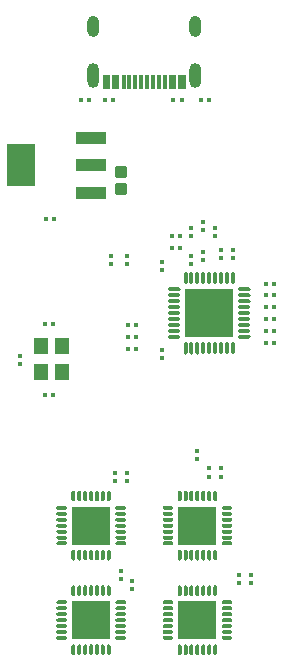
<source format=gtp>
%TF.GenerationSoftware,KiCad,Pcbnew,8.0.8*%
%TF.CreationDate,2025-04-09T23:46:09+08:00*%
%TF.ProjectId,usb-4uart,7573622d-3475-4617-9274-2e6b69636164,rev?*%
%TF.SameCoordinates,Original*%
%TF.FileFunction,Paste,Top*%
%TF.FilePolarity,Positive*%
%FSLAX46Y46*%
G04 Gerber Fmt 4.6, Leading zero omitted, Abs format (unit mm)*
G04 Created by KiCad (PCBNEW 8.0.8) date 2025-04-09 23:46:09*
%MOMM*%
%LPD*%
G01*
G04 APERTURE LIST*
G04 Aperture macros list*
%AMRoundRect*
0 Rectangle with rounded corners*
0 $1 Rounding radius*
0 $2 $3 $4 $5 $6 $7 $8 $9 X,Y pos of 4 corners*
0 Add a 4 corners polygon primitive as box body*
4,1,4,$2,$3,$4,$5,$6,$7,$8,$9,$2,$3,0*
0 Add four circle primitives for the rounded corners*
1,1,$1+$1,$2,$3*
1,1,$1+$1,$4,$5*
1,1,$1+$1,$6,$7*
1,1,$1+$1,$8,$9*
0 Add four rect primitives between the rounded corners*
20,1,$1+$1,$2,$3,$4,$5,0*
20,1,$1+$1,$4,$5,$6,$7,0*
20,1,$1+$1,$6,$7,$8,$9,0*
20,1,$1+$1,$8,$9,$2,$3,0*%
G04 Aperture macros list end*
%ADD10C,0.000000*%
%ADD11RoundRect,0.079500X0.079500X0.100500X-0.079500X0.100500X-0.079500X-0.100500X0.079500X-0.100500X0*%
%ADD12RoundRect,0.079500X-0.079500X-0.100500X0.079500X-0.100500X0.079500X0.100500X-0.079500X0.100500X0*%
%ADD13RoundRect,0.079500X0.100500X-0.079500X0.100500X0.079500X-0.100500X0.079500X-0.100500X-0.079500X0*%
%ADD14O,0.280000X1.100000*%
%ADD15O,1.100000X0.280000*%
%ADD16R,4.100000X4.100000*%
%ADD17RoundRect,0.079500X-0.100500X0.079500X-0.100500X-0.079500X0.100500X-0.079500X0.100500X0.079500X0*%
%ADD18O,0.900000X0.280000*%
%ADD19O,0.280000X0.900000*%
%ADD20R,3.200000X3.200000*%
%ADD21R,0.600000X1.150000*%
%ADD22R,0.300000X1.150000*%
%ADD23RoundRect,0.250000X-0.275000X0.287500X-0.275000X-0.287500X0.275000X-0.287500X0.275000X0.287500X0*%
%ADD24R,1.200000X1.400000*%
%ADD25R,2.500000X1.100000*%
%ADD26R,2.340000X3.600000*%
G04 APERTURE END LIST*
D10*
%TO.C,U2*%
G36*
X39640000Y-46140000D02*
G01*
X36360000Y-46140000D01*
X36360000Y-42860000D01*
X39640000Y-42860000D01*
X39640000Y-46140000D01*
G37*
G36*
X35438000Y-42360000D02*
G01*
X35438000Y-42360000D01*
G75*
G02*
X35438000Y-42640000I0J-140000D01*
G01*
X34618000Y-42640000D01*
G75*
G02*
X34618000Y-42360000I0J140000D01*
G01*
X35438000Y-42360000D01*
G37*
G36*
X35438000Y-42860000D02*
G01*
X35438000Y-42860000D01*
G75*
G02*
X35438000Y-43140000I0J-140000D01*
G01*
X34618000Y-43140000D01*
G75*
G02*
X34618000Y-42860000I0J140000D01*
G01*
X35438000Y-42860000D01*
G37*
G36*
X35438000Y-43360000D02*
G01*
X35438000Y-43360000D01*
G75*
G02*
X35438000Y-43640000I0J-140000D01*
G01*
X34618000Y-43640000D01*
G75*
G02*
X34618000Y-43360000I0J140000D01*
G01*
X35438000Y-43360000D01*
G37*
G36*
X35438000Y-43860000D02*
G01*
X35438000Y-43860000D01*
G75*
G02*
X35438000Y-44140000I0J-140000D01*
G01*
X34618000Y-44140000D01*
G75*
G02*
X34618000Y-43860000I0J140000D01*
G01*
X35438000Y-43860000D01*
G37*
G36*
X35438000Y-44360000D02*
G01*
X35438000Y-44360000D01*
G75*
G02*
X35438000Y-44640000I0J-140000D01*
G01*
X34618000Y-44640000D01*
G75*
G02*
X34618000Y-44360000I0J140000D01*
G01*
X35438000Y-44360000D01*
G37*
G36*
X35438000Y-44860000D02*
G01*
X35438000Y-44860000D01*
G75*
G02*
X35438000Y-45140000I0J-140000D01*
G01*
X34618000Y-45140000D01*
G75*
G02*
X34618000Y-44860000I0J140000D01*
G01*
X35438000Y-44860000D01*
G37*
G36*
X35438000Y-45360000D02*
G01*
X35438000Y-45360000D01*
G75*
G02*
X35438000Y-45640000I0J-140000D01*
G01*
X34618000Y-45640000D01*
G75*
G02*
X34618000Y-45360000I0J140000D01*
G01*
X35438000Y-45360000D01*
G37*
G36*
X35438000Y-45860000D02*
G01*
X35438000Y-45860000D01*
G75*
G02*
X35438000Y-46140000I0J-140000D01*
G01*
X34618000Y-46140000D01*
G75*
G02*
X34618000Y-45860000I0J140000D01*
G01*
X35438000Y-45860000D01*
G37*
G36*
X35438000Y-46360000D02*
G01*
X35438000Y-46360000D01*
G75*
G02*
X35438000Y-46640000I0J-140000D01*
G01*
X34618000Y-46640000D01*
G75*
G02*
X34618000Y-46360000I0J140000D01*
G01*
X35438000Y-46360000D01*
G37*
G36*
X35860000Y-47062000D02*
G01*
X35860000Y-47062000D01*
G75*
G02*
X36140000Y-47062000I140000J0D01*
G01*
X36140000Y-47882000D01*
G75*
G02*
X35860000Y-47882000I-140000J0D01*
G01*
X35860000Y-47062000D01*
G37*
G36*
X35860000Y-41118000D02*
G01*
X35860000Y-41118000D01*
G75*
G02*
X36140000Y-41118000I140000J0D01*
G01*
X36140000Y-41938000D01*
G75*
G02*
X35860000Y-41938000I-140000J0D01*
G01*
X35860000Y-41118000D01*
G37*
G36*
X36360000Y-47062000D02*
G01*
X36360000Y-47062000D01*
G75*
G02*
X36640000Y-47062000I140000J0D01*
G01*
X36640000Y-47882000D01*
G75*
G02*
X36360000Y-47882000I-140000J0D01*
G01*
X36360000Y-47062000D01*
G37*
G36*
X36360000Y-41118000D02*
G01*
X36360000Y-41118000D01*
G75*
G02*
X36640000Y-41118000I140000J0D01*
G01*
X36640000Y-41938000D01*
G75*
G02*
X36360000Y-41938000I-140000J0D01*
G01*
X36360000Y-41118000D01*
G37*
G36*
X36860000Y-47062000D02*
G01*
X36860000Y-47062000D01*
G75*
G02*
X37140000Y-47062000I140000J0D01*
G01*
X37140000Y-47882000D01*
G75*
G02*
X36860000Y-47882000I-140000J0D01*
G01*
X36860000Y-47062000D01*
G37*
G36*
X36860000Y-41118000D02*
G01*
X36860000Y-41118000D01*
G75*
G02*
X37140000Y-41118000I140000J0D01*
G01*
X37140000Y-41938000D01*
G75*
G02*
X36860000Y-41938000I-140000J0D01*
G01*
X36860000Y-41118000D01*
G37*
G36*
X37360000Y-47062000D02*
G01*
X37360000Y-47062000D01*
G75*
G02*
X37640000Y-47062000I140000J0D01*
G01*
X37640000Y-47882000D01*
G75*
G02*
X37360000Y-47882000I-140000J0D01*
G01*
X37360000Y-47062000D01*
G37*
G36*
X37360000Y-41118000D02*
G01*
X37360000Y-41118000D01*
G75*
G02*
X37640000Y-41118000I140000J0D01*
G01*
X37640000Y-41938000D01*
G75*
G02*
X37360000Y-41938000I-140000J0D01*
G01*
X37360000Y-41118000D01*
G37*
G36*
X37860000Y-47062000D02*
G01*
X37860000Y-47062000D01*
G75*
G02*
X38140000Y-47062000I140000J0D01*
G01*
X38140000Y-47882000D01*
G75*
G02*
X37860000Y-47882000I-140000J0D01*
G01*
X37860000Y-47062000D01*
G37*
G36*
X37860000Y-41118000D02*
G01*
X37860000Y-41118000D01*
G75*
G02*
X38140000Y-41118000I140000J0D01*
G01*
X38140000Y-41938000D01*
G75*
G02*
X37860000Y-41938000I-140000J0D01*
G01*
X37860000Y-41118000D01*
G37*
G36*
X38360000Y-47062000D02*
G01*
X38360000Y-47062000D01*
G75*
G02*
X38640000Y-47062000I140000J0D01*
G01*
X38640000Y-47882000D01*
G75*
G02*
X38360000Y-47882000I-140000J0D01*
G01*
X38360000Y-47062000D01*
G37*
G36*
X38360000Y-41118000D02*
G01*
X38360000Y-41118000D01*
G75*
G02*
X38640000Y-41118000I140000J0D01*
G01*
X38640000Y-41938000D01*
G75*
G02*
X38360000Y-41938000I-140000J0D01*
G01*
X38360000Y-41118000D01*
G37*
G36*
X38860000Y-47062000D02*
G01*
X38860000Y-47062000D01*
G75*
G02*
X39140000Y-47062000I140000J0D01*
G01*
X39140000Y-47882000D01*
G75*
G02*
X38860000Y-47882000I-140000J0D01*
G01*
X38860000Y-47062000D01*
G37*
G36*
X38860000Y-41118000D02*
G01*
X38860000Y-41118000D01*
G75*
G02*
X39140000Y-41118000I140000J0D01*
G01*
X39140000Y-41938000D01*
G75*
G02*
X38860000Y-41938000I-140000J0D01*
G01*
X38860000Y-41118000D01*
G37*
G36*
X39360000Y-47062000D02*
G01*
X39360000Y-47062000D01*
G75*
G02*
X39640000Y-47062000I140000J0D01*
G01*
X39640000Y-47882000D01*
G75*
G02*
X39360000Y-47882000I-140000J0D01*
G01*
X39360000Y-47062000D01*
G37*
G36*
X39360000Y-41118000D02*
G01*
X39360000Y-41118000D01*
G75*
G02*
X39640000Y-41118000I140000J0D01*
G01*
X39640000Y-41938000D01*
G75*
G02*
X39360000Y-41938000I-140000J0D01*
G01*
X39360000Y-41118000D01*
G37*
G36*
X39860000Y-47062000D02*
G01*
X39860000Y-47062000D01*
G75*
G02*
X40140000Y-47062000I140000J0D01*
G01*
X40140000Y-47882000D01*
G75*
G02*
X39860000Y-47882000I-140000J0D01*
G01*
X39860000Y-47062000D01*
G37*
G36*
X39860000Y-41118000D02*
G01*
X39860000Y-41118000D01*
G75*
G02*
X40140000Y-41118000I140000J0D01*
G01*
X40140000Y-41938000D01*
G75*
G02*
X39860000Y-41938000I-140000J0D01*
G01*
X39860000Y-41118000D01*
G37*
G36*
X41382000Y-42360000D02*
G01*
X41382000Y-42360000D01*
G75*
G02*
X41382000Y-42640000I0J-140000D01*
G01*
X40562000Y-42640000D01*
G75*
G02*
X40562000Y-42360000I0J140000D01*
G01*
X41382000Y-42360000D01*
G37*
G36*
X41382000Y-42860000D02*
G01*
X41382000Y-42860000D01*
G75*
G02*
X41382000Y-43140000I0J-140000D01*
G01*
X40562000Y-43140000D01*
G75*
G02*
X40562000Y-42860000I0J140000D01*
G01*
X41382000Y-42860000D01*
G37*
G36*
X41382000Y-43360000D02*
G01*
X41382000Y-43360000D01*
G75*
G02*
X41382000Y-43640000I0J-140000D01*
G01*
X40562000Y-43640000D01*
G75*
G02*
X40562000Y-43360000I0J140000D01*
G01*
X41382000Y-43360000D01*
G37*
G36*
X41382000Y-43860000D02*
G01*
X41382000Y-43860000D01*
G75*
G02*
X41382000Y-44140000I0J-140000D01*
G01*
X40562000Y-44140000D01*
G75*
G02*
X40562000Y-43860000I0J140000D01*
G01*
X41382000Y-43860000D01*
G37*
G36*
X41382000Y-44360000D02*
G01*
X41382000Y-44360000D01*
G75*
G02*
X41382000Y-44640000I0J-140000D01*
G01*
X40562000Y-44640000D01*
G75*
G02*
X40562000Y-44360000I0J140000D01*
G01*
X41382000Y-44360000D01*
G37*
G36*
X41382000Y-44860000D02*
G01*
X41382000Y-44860000D01*
G75*
G02*
X41382000Y-45140000I0J-140000D01*
G01*
X40562000Y-45140000D01*
G75*
G02*
X40562000Y-44860000I0J140000D01*
G01*
X41382000Y-44860000D01*
G37*
G36*
X41382000Y-45360000D02*
G01*
X41382000Y-45360000D01*
G75*
G02*
X41382000Y-45640000I0J-140000D01*
G01*
X40562000Y-45640000D01*
G75*
G02*
X40562000Y-45360000I0J140000D01*
G01*
X41382000Y-45360000D01*
G37*
G36*
X41382000Y-45860000D02*
G01*
X41382000Y-45860000D01*
G75*
G02*
X41382000Y-46140000I0J-140000D01*
G01*
X40562000Y-46140000D01*
G75*
G02*
X40562000Y-45860000I0J140000D01*
G01*
X41382000Y-45860000D01*
G37*
G36*
X41382000Y-46360000D02*
G01*
X41382000Y-46360000D01*
G75*
G02*
X41382000Y-46640000I0J-140000D01*
G01*
X40562000Y-46640000D01*
G75*
G02*
X40562000Y-46360000I0J140000D01*
G01*
X41382000Y-46360000D01*
G37*
%TO.C,U6*%
G36*
X38280000Y-71780000D02*
G01*
X35720000Y-71780000D01*
X35720000Y-69220000D01*
X38280000Y-69220000D01*
X38280000Y-71780000D01*
G37*
G36*
X34825500Y-69360000D02*
G01*
X34833000Y-69361500D01*
X34840500Y-69362500D01*
X34848000Y-69364500D01*
X34855500Y-69367000D01*
X34862500Y-69369500D01*
X34869500Y-69372500D01*
X34876500Y-69376000D01*
X34883500Y-69380000D01*
X34890000Y-69384500D01*
X34896000Y-69389000D01*
X34902000Y-69394000D01*
X34907500Y-69399000D01*
X34913000Y-69404500D01*
X34918000Y-69410500D01*
X34923000Y-69416500D01*
X34927000Y-69423000D01*
X34931000Y-69429500D01*
X34935000Y-69436000D01*
X34938000Y-69443000D01*
X34941000Y-69450500D01*
X34943500Y-69457500D01*
X34945500Y-69465000D01*
X34947500Y-69472500D01*
X34948500Y-69480000D01*
X34949500Y-69488000D01*
X34950000Y-69495500D01*
X34950000Y-69503000D01*
X34949500Y-69511000D01*
X34948500Y-69518500D01*
X34947500Y-69526000D01*
X34945500Y-69533500D01*
X34943500Y-69541000D01*
X34941000Y-69548500D01*
X34938000Y-69555500D01*
X34935000Y-69562500D01*
X34931000Y-69569500D01*
X34927000Y-69576000D01*
X34923000Y-69582500D01*
X34918000Y-69588500D01*
X34913000Y-69594000D01*
X34907500Y-69599500D01*
X34902000Y-69605000D01*
X34896000Y-69610000D01*
X34890000Y-69614500D01*
X34883500Y-69618500D01*
X34876500Y-69622500D01*
X34869500Y-69626000D01*
X34862500Y-69629000D01*
X34855500Y-69632000D01*
X34848000Y-69634000D01*
X34840500Y-69636000D01*
X34833000Y-69637500D01*
X34825500Y-69638500D01*
X34817500Y-69639000D01*
X34810000Y-69639500D01*
X34190000Y-69639500D01*
X34182500Y-69639000D01*
X34174500Y-69638500D01*
X34167000Y-69637500D01*
X34159500Y-69636000D01*
X34152000Y-69634000D01*
X34144500Y-69632000D01*
X34137500Y-69629000D01*
X34130500Y-69626000D01*
X34123500Y-69622500D01*
X34116500Y-69618500D01*
X34110000Y-69614500D01*
X34104000Y-69610000D01*
X34098000Y-69605000D01*
X34092500Y-69599500D01*
X34087000Y-69594000D01*
X34082000Y-69588500D01*
X34077000Y-69582500D01*
X34073000Y-69576000D01*
X34069000Y-69569500D01*
X34065000Y-69562500D01*
X34062000Y-69555500D01*
X34059000Y-69548500D01*
X34056500Y-69541000D01*
X34054500Y-69533500D01*
X34052500Y-69526000D01*
X34051500Y-69518500D01*
X34050500Y-69511000D01*
X34050000Y-69503000D01*
X34050000Y-69495500D01*
X34050500Y-69488000D01*
X34051500Y-69480000D01*
X34052500Y-69472500D01*
X34054500Y-69465000D01*
X34056500Y-69457500D01*
X34059000Y-69450500D01*
X34062000Y-69443000D01*
X34065000Y-69436000D01*
X34069000Y-69429500D01*
X34073000Y-69423000D01*
X34077000Y-69416500D01*
X34082000Y-69410500D01*
X34087000Y-69404500D01*
X34092500Y-69399000D01*
X34098000Y-69394000D01*
X34104000Y-69389000D01*
X34110000Y-69384500D01*
X34116500Y-69380000D01*
X34123500Y-69376000D01*
X34130500Y-69372500D01*
X34137500Y-69369500D01*
X34144500Y-69367000D01*
X34152000Y-69364500D01*
X34159500Y-69362500D01*
X34167000Y-69361500D01*
X34174500Y-69360000D01*
X34182500Y-69359500D01*
X34190000Y-69359500D01*
X34810000Y-69359500D01*
X34817500Y-69359500D01*
X34825500Y-69360000D01*
G37*
G36*
X34817500Y-69860000D02*
G01*
X34825500Y-69860500D01*
X34833000Y-69861500D01*
X34840500Y-69863000D01*
X34848000Y-69865000D01*
X34855500Y-69867500D01*
X34862500Y-69870000D01*
X34869500Y-69873000D01*
X34876500Y-69876500D01*
X34883500Y-69880500D01*
X34890000Y-69884500D01*
X34896000Y-69889500D01*
X34902000Y-69894000D01*
X34907500Y-69899500D01*
X34913000Y-69905000D01*
X34918000Y-69910500D01*
X34923000Y-69917000D01*
X34927000Y-69923000D01*
X34931000Y-69929500D01*
X34935000Y-69936500D01*
X34938000Y-69943500D01*
X34941000Y-69950500D01*
X34943500Y-69958000D01*
X34945500Y-69965500D01*
X34947500Y-69973000D01*
X34948500Y-69980500D01*
X34949500Y-69988000D01*
X34950000Y-69996000D01*
X34950000Y-70003500D01*
X34949500Y-70011500D01*
X34948500Y-70019000D01*
X34947500Y-70026500D01*
X34945500Y-70034000D01*
X34943500Y-70041500D01*
X34941000Y-70049000D01*
X34938000Y-70056000D01*
X34935000Y-70063000D01*
X34931000Y-70069500D01*
X34927000Y-70076500D01*
X34923000Y-70082500D01*
X34918000Y-70088500D01*
X34913000Y-70094500D01*
X34907500Y-70100000D01*
X34902000Y-70105500D01*
X34896000Y-70110000D01*
X34890000Y-70115000D01*
X34883500Y-70119000D01*
X34876500Y-70123000D01*
X34869500Y-70126500D01*
X34862500Y-70129500D01*
X34855500Y-70132000D01*
X34848000Y-70134500D01*
X34840500Y-70136500D01*
X34833000Y-70138000D01*
X34825500Y-70139000D01*
X34817500Y-70139500D01*
X34810000Y-70140000D01*
X34190000Y-70140000D01*
X34182500Y-70139500D01*
X34174500Y-70139000D01*
X34167000Y-70138000D01*
X34159500Y-70136500D01*
X34152000Y-70134500D01*
X34144500Y-70132000D01*
X34137500Y-70129500D01*
X34130500Y-70126500D01*
X34123500Y-70123000D01*
X34116500Y-70119000D01*
X34110000Y-70115000D01*
X34104000Y-70110000D01*
X34098000Y-70105500D01*
X34092500Y-70100000D01*
X34087000Y-70094500D01*
X34082000Y-70088500D01*
X34077000Y-70082500D01*
X34073000Y-70076500D01*
X34069000Y-70069500D01*
X34065000Y-70063000D01*
X34062000Y-70056000D01*
X34059000Y-70049000D01*
X34056500Y-70041500D01*
X34054500Y-70034000D01*
X34052500Y-70026500D01*
X34051500Y-70019000D01*
X34050500Y-70011500D01*
X34050000Y-70003500D01*
X34050000Y-69996000D01*
X34050500Y-69988000D01*
X34051500Y-69980500D01*
X34052500Y-69973000D01*
X34054500Y-69965500D01*
X34056500Y-69958000D01*
X34059000Y-69950500D01*
X34062000Y-69943500D01*
X34065000Y-69936500D01*
X34069000Y-69929500D01*
X34073000Y-69923000D01*
X34077000Y-69917000D01*
X34082000Y-69910500D01*
X34087000Y-69905000D01*
X34092500Y-69899500D01*
X34098000Y-69894000D01*
X34104000Y-69889500D01*
X34110000Y-69884500D01*
X34116500Y-69880500D01*
X34123500Y-69876500D01*
X34130500Y-69873000D01*
X34137500Y-69870000D01*
X34144500Y-69867500D01*
X34152000Y-69865000D01*
X34159500Y-69863000D01*
X34167000Y-69861500D01*
X34174500Y-69860500D01*
X34182500Y-69860000D01*
X34190000Y-69859500D01*
X34810000Y-69859500D01*
X34817500Y-69860000D01*
G37*
G36*
X34825500Y-71361500D02*
G01*
X34833000Y-71363000D01*
X34840500Y-71364500D01*
X34848000Y-71366000D01*
X34855500Y-71368500D01*
X34862500Y-71371000D01*
X34869500Y-71374500D01*
X34876500Y-71377500D01*
X34883500Y-71381500D01*
X34890000Y-71386000D01*
X34896000Y-71390500D01*
X34902000Y-71395500D01*
X34907500Y-71400500D01*
X34913000Y-71406000D01*
X34918000Y-71412000D01*
X34923000Y-71418000D01*
X34927000Y-71424500D01*
X34931000Y-71431000D01*
X34935000Y-71437500D01*
X34938000Y-71444500D01*
X34941000Y-71452000D01*
X34943500Y-71459000D01*
X34945500Y-71466500D01*
X34947500Y-71474000D01*
X34948500Y-71481500D01*
X34949500Y-71489500D01*
X34950000Y-71497000D01*
X34950000Y-71504500D01*
X34949500Y-71512500D01*
X34948500Y-71520000D01*
X34947500Y-71527500D01*
X34945500Y-71535500D01*
X34943500Y-71542500D01*
X34941000Y-71550000D01*
X34938000Y-71557000D01*
X34935000Y-71564000D01*
X34931000Y-71571000D01*
X34927000Y-71577500D01*
X34923000Y-71584000D01*
X34918000Y-71590000D01*
X34913000Y-71595500D01*
X34907500Y-71601000D01*
X34902000Y-71606500D01*
X34896000Y-71611500D01*
X34890000Y-71616000D01*
X34883500Y-71620000D01*
X34876500Y-71624000D01*
X34869500Y-71627500D01*
X34862500Y-71630500D01*
X34855500Y-71633500D01*
X34848000Y-71635500D01*
X34840500Y-71637500D01*
X34833000Y-71639000D01*
X34825500Y-71640000D01*
X34817500Y-71640500D01*
X34810000Y-71641000D01*
X34190000Y-71641000D01*
X34182500Y-71640500D01*
X34174500Y-71640000D01*
X34167000Y-71639000D01*
X34159500Y-71637500D01*
X34152000Y-71635500D01*
X34144500Y-71633500D01*
X34137500Y-71630500D01*
X34130500Y-71627500D01*
X34123500Y-71624000D01*
X34116500Y-71620000D01*
X34110000Y-71616000D01*
X34104000Y-71611500D01*
X34098000Y-71606500D01*
X34092500Y-71601000D01*
X34087000Y-71595500D01*
X34082000Y-71590000D01*
X34077000Y-71584000D01*
X34073000Y-71577500D01*
X34069000Y-71571000D01*
X34065000Y-71564000D01*
X34062000Y-71557000D01*
X34059000Y-71550000D01*
X34056500Y-71542500D01*
X34054500Y-71535500D01*
X34052500Y-71527500D01*
X34051500Y-71520000D01*
X34050500Y-71512500D01*
X34050000Y-71504500D01*
X34050000Y-71497000D01*
X34050500Y-71489500D01*
X34051500Y-71481500D01*
X34052500Y-71474000D01*
X34054500Y-71466500D01*
X34056500Y-71459000D01*
X34059000Y-71452000D01*
X34062000Y-71444500D01*
X34065000Y-71437500D01*
X34069000Y-71431000D01*
X34073000Y-71424500D01*
X34077000Y-71418000D01*
X34082000Y-71412000D01*
X34087000Y-71406000D01*
X34092500Y-71400500D01*
X34098000Y-71395500D01*
X34104000Y-71390500D01*
X34110000Y-71386000D01*
X34116500Y-71381500D01*
X34123500Y-71377500D01*
X34130500Y-71374500D01*
X34137500Y-71371000D01*
X34144500Y-71368500D01*
X34152000Y-71366000D01*
X34159500Y-71364500D01*
X34167000Y-71363000D01*
X34174500Y-71361500D01*
X34182500Y-71361000D01*
X34190000Y-71361000D01*
X34810000Y-71361000D01*
X34817500Y-71361000D01*
X34825500Y-71361500D01*
G37*
G36*
X34825500Y-71862000D02*
G01*
X34833000Y-71863000D01*
X34840500Y-71864500D01*
X34848000Y-71866500D01*
X34855500Y-71869000D01*
X34862500Y-71871500D01*
X34869500Y-71874500D01*
X34876500Y-71878000D01*
X34883500Y-71882000D01*
X34890000Y-71886000D01*
X34896000Y-71891000D01*
X34902000Y-71895500D01*
X34907500Y-71901000D01*
X34913000Y-71906500D01*
X34918000Y-71912500D01*
X34923000Y-71918500D01*
X34927000Y-71924500D01*
X34931000Y-71931500D01*
X34935000Y-71938000D01*
X34938000Y-71945000D01*
X34941000Y-71952000D01*
X34943500Y-71959500D01*
X34945500Y-71967000D01*
X34947500Y-71974500D01*
X34948500Y-71982000D01*
X34949500Y-71989500D01*
X34950000Y-71997500D01*
X34950000Y-72005000D01*
X34949500Y-72013000D01*
X34948500Y-72020500D01*
X34947500Y-72028000D01*
X34945500Y-72035500D01*
X34943500Y-72043000D01*
X34941000Y-72050500D01*
X34938000Y-72057500D01*
X34935000Y-72064500D01*
X34931000Y-72071500D01*
X34927000Y-72078000D01*
X34923000Y-72084000D01*
X34918000Y-72090500D01*
X34913000Y-72096000D01*
X34907500Y-72101500D01*
X34902000Y-72107000D01*
X34896000Y-72112000D01*
X34890000Y-72116500D01*
X34883500Y-72120500D01*
X34876500Y-72124500D01*
X34869500Y-72128000D01*
X34862500Y-72131000D01*
X34855500Y-72133500D01*
X34848000Y-72136000D01*
X34840500Y-72138000D01*
X34833000Y-72139500D01*
X34825500Y-72140500D01*
X34817500Y-72141000D01*
X34810000Y-72141500D01*
X34190000Y-72141500D01*
X34182500Y-72141000D01*
X34174500Y-72140500D01*
X34167000Y-72139500D01*
X34159500Y-72138000D01*
X34152000Y-72136000D01*
X34144500Y-72133500D01*
X34137500Y-72131000D01*
X34130500Y-72128000D01*
X34123500Y-72124500D01*
X34116500Y-72120500D01*
X34110000Y-72116500D01*
X34104000Y-72112000D01*
X34098000Y-72107000D01*
X34092500Y-72101500D01*
X34087000Y-72096000D01*
X34082000Y-72090500D01*
X34077000Y-72084000D01*
X34073000Y-72078000D01*
X34069000Y-72071500D01*
X34065000Y-72064500D01*
X34062000Y-72057500D01*
X34059000Y-72050500D01*
X34056500Y-72043000D01*
X34054500Y-72035500D01*
X34052500Y-72028000D01*
X34051500Y-72020500D01*
X34050500Y-72013000D01*
X34050000Y-72005000D01*
X34050000Y-71997500D01*
X34050500Y-71989500D01*
X34051500Y-71982000D01*
X34052500Y-71974500D01*
X34054500Y-71967000D01*
X34056500Y-71959500D01*
X34059000Y-71952000D01*
X34062000Y-71945000D01*
X34065000Y-71938000D01*
X34069000Y-71931500D01*
X34073000Y-71924500D01*
X34077000Y-71918500D01*
X34082000Y-71912500D01*
X34087000Y-71906500D01*
X34092500Y-71901000D01*
X34098000Y-71895500D01*
X34104000Y-71891000D01*
X34110000Y-71886000D01*
X34116500Y-71882000D01*
X34123500Y-71878000D01*
X34130500Y-71874500D01*
X34137500Y-71871500D01*
X34144500Y-71869000D01*
X34152000Y-71866500D01*
X34159500Y-71864500D01*
X34167000Y-71863000D01*
X34174500Y-71862000D01*
X34182500Y-71861500D01*
X34190000Y-71861500D01*
X34810000Y-71861500D01*
X34817500Y-71861500D01*
X34825500Y-71862000D01*
G37*
G36*
X34825500Y-68860000D02*
G01*
X34833000Y-68861000D01*
X34840500Y-68862500D01*
X34848000Y-68864500D01*
X34855500Y-68866500D01*
X34862500Y-68869500D01*
X34869500Y-68872500D01*
X34876500Y-68876000D01*
X34883500Y-68879500D01*
X34890000Y-68884000D01*
X34896000Y-68888500D01*
X34902000Y-68893500D01*
X34907500Y-68898500D01*
X34913000Y-68904000D01*
X34918000Y-68910000D01*
X34923000Y-68916000D01*
X34927000Y-68922500D01*
X34931000Y-68929000D01*
X34935000Y-68936000D01*
X34938000Y-68943000D01*
X34941000Y-68950000D01*
X34943500Y-68957000D01*
X34945500Y-68964500D01*
X34947500Y-68972000D01*
X34948500Y-68980000D01*
X34949500Y-68987500D01*
X34950000Y-68995000D01*
X34950000Y-69003000D01*
X34949500Y-69010500D01*
X34948500Y-69018000D01*
X34947500Y-69026000D01*
X34945500Y-69033500D01*
X34943500Y-69041000D01*
X34941000Y-69048000D01*
X34938000Y-69055000D01*
X34935000Y-69062000D01*
X34931000Y-69069000D01*
X34927000Y-69075500D01*
X34923000Y-69082000D01*
X34918000Y-69088000D01*
X34913000Y-69094000D01*
X34907500Y-69099500D01*
X34902000Y-69104500D01*
X34896000Y-69109500D01*
X34890000Y-69114000D01*
X34883500Y-69118500D01*
X34876500Y-69122000D01*
X34869500Y-69125500D01*
X34862500Y-69128500D01*
X34855500Y-69131500D01*
X34848000Y-69133500D01*
X34840500Y-69135500D01*
X34833000Y-69137000D01*
X34825500Y-69138000D01*
X34817500Y-69139000D01*
X34810000Y-69139000D01*
X34190000Y-69139000D01*
X34182500Y-69139000D01*
X34174500Y-69138000D01*
X34167000Y-69137000D01*
X34159500Y-69135500D01*
X34152000Y-69133500D01*
X34144500Y-69131500D01*
X34137500Y-69128500D01*
X34130500Y-69125500D01*
X34123500Y-69122000D01*
X34116500Y-69118500D01*
X34110000Y-69114000D01*
X34104000Y-69109500D01*
X34098000Y-69104500D01*
X34092500Y-69099500D01*
X34087000Y-69094000D01*
X34082000Y-69088000D01*
X34077000Y-69082000D01*
X34073000Y-69075500D01*
X34069000Y-69069000D01*
X34065000Y-69062000D01*
X34062000Y-69055000D01*
X34059000Y-69048000D01*
X34056500Y-69041000D01*
X34054500Y-69033500D01*
X34052500Y-69026000D01*
X34051500Y-69018000D01*
X34050500Y-69010500D01*
X34050000Y-69003000D01*
X34050000Y-68995000D01*
X34050500Y-68987500D01*
X34051500Y-68980000D01*
X34052500Y-68972000D01*
X34054500Y-68964500D01*
X34056500Y-68957000D01*
X34059000Y-68950000D01*
X34062000Y-68943000D01*
X34065000Y-68936000D01*
X34069000Y-68929000D01*
X34073000Y-68922500D01*
X34077000Y-68916000D01*
X34082000Y-68910000D01*
X34087000Y-68904000D01*
X34092500Y-68898500D01*
X34098000Y-68893500D01*
X34104000Y-68888500D01*
X34110000Y-68884000D01*
X34116500Y-68879500D01*
X34123500Y-68876000D01*
X34130500Y-68872500D01*
X34137500Y-68869500D01*
X34144500Y-68866500D01*
X34152000Y-68864500D01*
X34159500Y-68862500D01*
X34167000Y-68861000D01*
X34174500Y-68860000D01*
X34182500Y-68859000D01*
X34190000Y-68859000D01*
X34810000Y-68859000D01*
X34817500Y-68859000D01*
X34825500Y-68860000D01*
G37*
G36*
X34817500Y-70360500D02*
G01*
X34825500Y-70361000D01*
X34833000Y-70362000D01*
X34840500Y-70363500D01*
X34848000Y-70365500D01*
X34855500Y-70367500D01*
X34862500Y-70370500D01*
X34869500Y-70373500D01*
X34876500Y-70377000D01*
X34883500Y-70381000D01*
X34890000Y-70385000D01*
X34896000Y-70389500D01*
X34902000Y-70394500D01*
X34907500Y-70400000D01*
X34913000Y-70405500D01*
X34918000Y-70411000D01*
X34923000Y-70417000D01*
X34927000Y-70423500D01*
X34931000Y-70430000D01*
X34935000Y-70437000D01*
X34938000Y-70444000D01*
X34941000Y-70451000D01*
X34943500Y-70458500D01*
X34945500Y-70466000D01*
X34947500Y-70473500D01*
X34948500Y-70481000D01*
X34949500Y-70488500D01*
X34950000Y-70496500D01*
X34950000Y-70504000D01*
X34949500Y-70511500D01*
X34948500Y-70519500D01*
X34947500Y-70527000D01*
X34945500Y-70534500D01*
X34943500Y-70542000D01*
X34941000Y-70549000D01*
X34938000Y-70556500D01*
X34935000Y-70563500D01*
X34931000Y-70570000D01*
X34927000Y-70576500D01*
X34923000Y-70583000D01*
X34918000Y-70589000D01*
X34913000Y-70595000D01*
X34907500Y-70600500D01*
X34902000Y-70605500D01*
X34896000Y-70610500D01*
X34890000Y-70615000D01*
X34883500Y-70619500D01*
X34876500Y-70623500D01*
X34869500Y-70626500D01*
X34862500Y-70630000D01*
X34855500Y-70632500D01*
X34848000Y-70635000D01*
X34840500Y-70637000D01*
X34833000Y-70638000D01*
X34825500Y-70639500D01*
X34817500Y-70640000D01*
X34810000Y-70640000D01*
X34190000Y-70640000D01*
X34182500Y-70640000D01*
X34174500Y-70639500D01*
X34167000Y-70638000D01*
X34159500Y-70637000D01*
X34152000Y-70635000D01*
X34144500Y-70632500D01*
X34137500Y-70630000D01*
X34130500Y-70626500D01*
X34123500Y-70623500D01*
X34116500Y-70619500D01*
X34110000Y-70615000D01*
X34104000Y-70610500D01*
X34098000Y-70605500D01*
X34092500Y-70600500D01*
X34087000Y-70595000D01*
X34082000Y-70589000D01*
X34077000Y-70583000D01*
X34073000Y-70576500D01*
X34069000Y-70570000D01*
X34065000Y-70563500D01*
X34062000Y-70556500D01*
X34059000Y-70549000D01*
X34056500Y-70542000D01*
X34054500Y-70534500D01*
X34052500Y-70527000D01*
X34051500Y-70519500D01*
X34050500Y-70511500D01*
X34050000Y-70504000D01*
X34050000Y-70496500D01*
X34050500Y-70488500D01*
X34051500Y-70481000D01*
X34052500Y-70473500D01*
X34054500Y-70466000D01*
X34056500Y-70458500D01*
X34059000Y-70451000D01*
X34062000Y-70444000D01*
X34065000Y-70437000D01*
X34069000Y-70430000D01*
X34073000Y-70423500D01*
X34077000Y-70417000D01*
X34082000Y-70411000D01*
X34087000Y-70405500D01*
X34092500Y-70400000D01*
X34098000Y-70394500D01*
X34104000Y-70389500D01*
X34110000Y-70385000D01*
X34116500Y-70381000D01*
X34123500Y-70377000D01*
X34130500Y-70373500D01*
X34137500Y-70370500D01*
X34144500Y-70367500D01*
X34152000Y-70365500D01*
X34159500Y-70363500D01*
X34167000Y-70362000D01*
X34174500Y-70361000D01*
X34182500Y-70360500D01*
X34190000Y-70360000D01*
X34810000Y-70360000D01*
X34817500Y-70360500D01*
G37*
G36*
X34825500Y-70861500D02*
G01*
X34833000Y-70862500D01*
X34840500Y-70864000D01*
X34848000Y-70866000D01*
X34855500Y-70868000D01*
X34862500Y-70871000D01*
X34869500Y-70874000D01*
X34876500Y-70877500D01*
X34883500Y-70881000D01*
X34890000Y-70885500D01*
X34896000Y-70890000D01*
X34902000Y-70895000D01*
X34907500Y-70900000D01*
X34913000Y-70905500D01*
X34918000Y-70911500D01*
X34923000Y-70917500D01*
X34927000Y-70924000D01*
X34931000Y-70930500D01*
X34935000Y-70937500D01*
X34938000Y-70944500D01*
X34941000Y-70951500D01*
X34943500Y-70958500D01*
X34945500Y-70966000D01*
X34947500Y-70973500D01*
X34948500Y-70981500D01*
X34949500Y-70989000D01*
X34950000Y-70996500D01*
X34950000Y-71004500D01*
X34949500Y-71012000D01*
X34948500Y-71019500D01*
X34947500Y-71027500D01*
X34945500Y-71035000D01*
X34943500Y-71042500D01*
X34941000Y-71049500D01*
X34938000Y-71056500D01*
X34935000Y-71063500D01*
X34931000Y-71070500D01*
X34927000Y-71077000D01*
X34923000Y-71083500D01*
X34918000Y-71089500D01*
X34913000Y-71095500D01*
X34907500Y-71101000D01*
X34902000Y-71106000D01*
X34896000Y-71111000D01*
X34890000Y-71115500D01*
X34883500Y-71120000D01*
X34876500Y-71123500D01*
X34869500Y-71127000D01*
X34862500Y-71130000D01*
X34855500Y-71133000D01*
X34848000Y-71135000D01*
X34840500Y-71137000D01*
X34833000Y-71138500D01*
X34825500Y-71139500D01*
X34817500Y-71140500D01*
X34810000Y-71140500D01*
X34190000Y-71140500D01*
X34182500Y-71140500D01*
X34174500Y-71139500D01*
X34167000Y-71138500D01*
X34159500Y-71137000D01*
X34152000Y-71135000D01*
X34144500Y-71133000D01*
X34137500Y-71130000D01*
X34130500Y-71127000D01*
X34123500Y-71123500D01*
X34116500Y-71120000D01*
X34110000Y-71115500D01*
X34104000Y-71111000D01*
X34098000Y-71106000D01*
X34092500Y-71101000D01*
X34087000Y-71095500D01*
X34082000Y-71089500D01*
X34077000Y-71083500D01*
X34073000Y-71077000D01*
X34069000Y-71070500D01*
X34065000Y-71063500D01*
X34062000Y-71056500D01*
X34059000Y-71049500D01*
X34056500Y-71042500D01*
X34054500Y-71035000D01*
X34052500Y-71027500D01*
X34051500Y-71019500D01*
X34050500Y-71012000D01*
X34050000Y-71004500D01*
X34050000Y-70996500D01*
X34050500Y-70989000D01*
X34051500Y-70981500D01*
X34052500Y-70973500D01*
X34054500Y-70966000D01*
X34056500Y-70958500D01*
X34059000Y-70951500D01*
X34062000Y-70944500D01*
X34065000Y-70937500D01*
X34069000Y-70930500D01*
X34073000Y-70924000D01*
X34077000Y-70917500D01*
X34082000Y-70911500D01*
X34087000Y-70905500D01*
X34092500Y-70900000D01*
X34098000Y-70895000D01*
X34104000Y-70890000D01*
X34110000Y-70885500D01*
X34116500Y-70881000D01*
X34123500Y-70877500D01*
X34130500Y-70874000D01*
X34137500Y-70871000D01*
X34144500Y-70868000D01*
X34152000Y-70866000D01*
X34159500Y-70864000D01*
X34167000Y-70862500D01*
X34174500Y-70861500D01*
X34182500Y-70860500D01*
X34190000Y-70860500D01*
X34810000Y-70860500D01*
X34817500Y-70860500D01*
X34825500Y-70861500D01*
G37*
G36*
X35510500Y-67550500D02*
G01*
X35518000Y-67551500D01*
X35526000Y-67552500D01*
X35533500Y-67554500D01*
X35541000Y-67556500D01*
X35548000Y-67559000D01*
X35555000Y-67562000D01*
X35562000Y-67565000D01*
X35569000Y-67568500D01*
X35575500Y-67573000D01*
X35582000Y-67577000D01*
X35588000Y-67582000D01*
X35594000Y-67587000D01*
X35599500Y-67592500D01*
X35604500Y-67598000D01*
X35609500Y-67604000D01*
X35614000Y-67610000D01*
X35618500Y-67616500D01*
X35622000Y-67623500D01*
X35625500Y-67630500D01*
X35628500Y-67637500D01*
X35631500Y-67644500D01*
X35633500Y-67652000D01*
X35635500Y-67659500D01*
X35637000Y-67667000D01*
X35638000Y-67674500D01*
X35639000Y-67682500D01*
X35639000Y-67690000D01*
X35639000Y-68310000D01*
X35639000Y-68317500D01*
X35638000Y-68325500D01*
X35637000Y-68333000D01*
X35635500Y-68340500D01*
X35633500Y-68348000D01*
X35631500Y-68355500D01*
X35628500Y-68362500D01*
X35625500Y-68369500D01*
X35622000Y-68376500D01*
X35618500Y-68383500D01*
X35614000Y-68390000D01*
X35609500Y-68396000D01*
X35604500Y-68402000D01*
X35599500Y-68407500D01*
X35594000Y-68413000D01*
X35588000Y-68418000D01*
X35582000Y-68423000D01*
X35575500Y-68427000D01*
X35569000Y-68431000D01*
X35562000Y-68435000D01*
X35555000Y-68438000D01*
X35548000Y-68441000D01*
X35541000Y-68443500D01*
X35533500Y-68445500D01*
X35526000Y-68447500D01*
X35518000Y-68448500D01*
X35510500Y-68449500D01*
X35503000Y-68450000D01*
X35495000Y-68450000D01*
X35487500Y-68449500D01*
X35480000Y-68448500D01*
X35472000Y-68447500D01*
X35464500Y-68445500D01*
X35457000Y-68443500D01*
X35450000Y-68441000D01*
X35443000Y-68438000D01*
X35436000Y-68435000D01*
X35429000Y-68431000D01*
X35422500Y-68427000D01*
X35416000Y-68423000D01*
X35410000Y-68418000D01*
X35404000Y-68413000D01*
X35398500Y-68407500D01*
X35393500Y-68402000D01*
X35388500Y-68396000D01*
X35384000Y-68390000D01*
X35379500Y-68383500D01*
X35376000Y-68376500D01*
X35372500Y-68369500D01*
X35369500Y-68362500D01*
X35366500Y-68355500D01*
X35364500Y-68348000D01*
X35362500Y-68340500D01*
X35361000Y-68333000D01*
X35360000Y-68325500D01*
X35359000Y-68317500D01*
X35359000Y-68310000D01*
X35359000Y-67690000D01*
X35359000Y-67682500D01*
X35360000Y-67674500D01*
X35361000Y-67667000D01*
X35362500Y-67659500D01*
X35364500Y-67652000D01*
X35366500Y-67644500D01*
X35369500Y-67637500D01*
X35372500Y-67630500D01*
X35376000Y-67623500D01*
X35379500Y-67616500D01*
X35384000Y-67610000D01*
X35388500Y-67604000D01*
X35393500Y-67598000D01*
X35398500Y-67592500D01*
X35404000Y-67587000D01*
X35410000Y-67582000D01*
X35416000Y-67577000D01*
X35422500Y-67573000D01*
X35429000Y-67568500D01*
X35436000Y-67565000D01*
X35443000Y-67562000D01*
X35450000Y-67559000D01*
X35457000Y-67556500D01*
X35464500Y-67554500D01*
X35472000Y-67552500D01*
X35480000Y-67551500D01*
X35487500Y-67550500D01*
X35495000Y-67550000D01*
X35503000Y-67550000D01*
X35510500Y-67550500D01*
G37*
G36*
X35510500Y-72550500D02*
G01*
X35518000Y-72551500D01*
X35526000Y-72552500D01*
X35533500Y-72554500D01*
X35541000Y-72556500D01*
X35548000Y-72559000D01*
X35555000Y-72562000D01*
X35562000Y-72565000D01*
X35569000Y-72568500D01*
X35575500Y-72573000D01*
X35582000Y-72577000D01*
X35588000Y-72582000D01*
X35594000Y-72587000D01*
X35599500Y-72592500D01*
X35604500Y-72598000D01*
X35609500Y-72604000D01*
X35614000Y-72610000D01*
X35618500Y-72616500D01*
X35622000Y-72623500D01*
X35625500Y-72630000D01*
X35628500Y-72637500D01*
X35631500Y-72644500D01*
X35633500Y-72652000D01*
X35635500Y-72659500D01*
X35637000Y-72667000D01*
X35638000Y-72674500D01*
X35639000Y-72682500D01*
X35639000Y-72690000D01*
X35639000Y-73310000D01*
X35639000Y-73317500D01*
X35638000Y-73325500D01*
X35637000Y-73333000D01*
X35635500Y-73340500D01*
X35633500Y-73348000D01*
X35631500Y-73355500D01*
X35628500Y-73362500D01*
X35625500Y-73369500D01*
X35622000Y-73376500D01*
X35618500Y-73383500D01*
X35614000Y-73390000D01*
X35609500Y-73396000D01*
X35604500Y-73402000D01*
X35599500Y-73407500D01*
X35594000Y-73413000D01*
X35588000Y-73418000D01*
X35582000Y-73423000D01*
X35575500Y-73427000D01*
X35569000Y-73431000D01*
X35562000Y-73435000D01*
X35555000Y-73438000D01*
X35548000Y-73441000D01*
X35541000Y-73443500D01*
X35533500Y-73445500D01*
X35526000Y-73447500D01*
X35518000Y-73448500D01*
X35510500Y-73449500D01*
X35503000Y-73450000D01*
X35495000Y-73450000D01*
X35487500Y-73449500D01*
X35480000Y-73448500D01*
X35472000Y-73447500D01*
X35464500Y-73445500D01*
X35457000Y-73443500D01*
X35450000Y-73441000D01*
X35443000Y-73438000D01*
X35436000Y-73435000D01*
X35429000Y-73431000D01*
X35422500Y-73427000D01*
X35416000Y-73423000D01*
X35410000Y-73418000D01*
X35404000Y-73413000D01*
X35398500Y-73407500D01*
X35393500Y-73402000D01*
X35388500Y-73396000D01*
X35384000Y-73390000D01*
X35379500Y-73383500D01*
X35376000Y-73376500D01*
X35372500Y-73369500D01*
X35369500Y-73362500D01*
X35366500Y-73355500D01*
X35364500Y-73348000D01*
X35362500Y-73340500D01*
X35361000Y-73333000D01*
X35360000Y-73325500D01*
X35359000Y-73317500D01*
X35359000Y-73310000D01*
X35359000Y-72690000D01*
X35359000Y-72682500D01*
X35360000Y-72674500D01*
X35361000Y-72667000D01*
X35362500Y-72659500D01*
X35364500Y-72652000D01*
X35366500Y-72644500D01*
X35369500Y-72637500D01*
X35372500Y-72630000D01*
X35376000Y-72623500D01*
X35379500Y-72616500D01*
X35384000Y-72610000D01*
X35388500Y-72604000D01*
X35393500Y-72598000D01*
X35398500Y-72592500D01*
X35404000Y-72587000D01*
X35410000Y-72582000D01*
X35416000Y-72577000D01*
X35422500Y-72573000D01*
X35429000Y-72568500D01*
X35436000Y-72565000D01*
X35443000Y-72562000D01*
X35450000Y-72559000D01*
X35457000Y-72556500D01*
X35464500Y-72554500D01*
X35472000Y-72552500D01*
X35480000Y-72551500D01*
X35487500Y-72550500D01*
X35495000Y-72550000D01*
X35503000Y-72550000D01*
X35510500Y-72550500D01*
G37*
G36*
X36011000Y-67550500D02*
G01*
X36018500Y-67551500D01*
X36026000Y-67552500D01*
X36033500Y-67554500D01*
X36041000Y-67556500D01*
X36048500Y-67559000D01*
X36055500Y-67562000D01*
X36062500Y-67565000D01*
X36069500Y-67568500D01*
X36076000Y-67573000D01*
X36082500Y-67577000D01*
X36088500Y-67582000D01*
X36094000Y-67587000D01*
X36099500Y-67592500D01*
X36105000Y-67598000D01*
X36110000Y-67604000D01*
X36114500Y-67610000D01*
X36118500Y-67616500D01*
X36122500Y-67623500D01*
X36126000Y-67630500D01*
X36129000Y-67637500D01*
X36132000Y-67644500D01*
X36134000Y-67652000D01*
X36136000Y-67659500D01*
X36137500Y-67667000D01*
X36138500Y-67674500D01*
X36139000Y-67682500D01*
X36139500Y-67690000D01*
X36139500Y-68310000D01*
X36139000Y-68317500D01*
X36138500Y-68325500D01*
X36137500Y-68333000D01*
X36136000Y-68340500D01*
X36134000Y-68348000D01*
X36132000Y-68355500D01*
X36129000Y-68362500D01*
X36126000Y-68369500D01*
X36122500Y-68376500D01*
X36118500Y-68383500D01*
X36114500Y-68390000D01*
X36110000Y-68396000D01*
X36105000Y-68402000D01*
X36099500Y-68407500D01*
X36094000Y-68413000D01*
X36088500Y-68418000D01*
X36082500Y-68423000D01*
X36076000Y-68427000D01*
X36069500Y-68431000D01*
X36062500Y-68435000D01*
X36055500Y-68438000D01*
X36048500Y-68441000D01*
X36041000Y-68443500D01*
X36033500Y-68445500D01*
X36026000Y-68447500D01*
X36018500Y-68448500D01*
X36011000Y-68449500D01*
X36003000Y-68450000D01*
X35995500Y-68450000D01*
X35988000Y-68449500D01*
X35980000Y-68448500D01*
X35972500Y-68447500D01*
X35965000Y-68445500D01*
X35957500Y-68443500D01*
X35950500Y-68441000D01*
X35943000Y-68438000D01*
X35936000Y-68435000D01*
X35929500Y-68431000D01*
X35923000Y-68427000D01*
X35916500Y-68423000D01*
X35910500Y-68418000D01*
X35904500Y-68413000D01*
X35899000Y-68407500D01*
X35894000Y-68402000D01*
X35889000Y-68396000D01*
X35884500Y-68390000D01*
X35880000Y-68383500D01*
X35876000Y-68376500D01*
X35872500Y-68369500D01*
X35869500Y-68362500D01*
X35867000Y-68355500D01*
X35864500Y-68348000D01*
X35862500Y-68340500D01*
X35861500Y-68333000D01*
X35860000Y-68325500D01*
X35859500Y-68317500D01*
X35859500Y-68310000D01*
X35859500Y-67690000D01*
X35859500Y-67682500D01*
X35860000Y-67674500D01*
X35861500Y-67667000D01*
X35862500Y-67659500D01*
X35864500Y-67652000D01*
X35867000Y-67644500D01*
X35869500Y-67637500D01*
X35872500Y-67630500D01*
X35876000Y-67623500D01*
X35880000Y-67616500D01*
X35884500Y-67610000D01*
X35889000Y-67604000D01*
X35894000Y-67598000D01*
X35899000Y-67592500D01*
X35904500Y-67587000D01*
X35910500Y-67582000D01*
X35916500Y-67577000D01*
X35923000Y-67573000D01*
X35929500Y-67568500D01*
X35936000Y-67565000D01*
X35943000Y-67562000D01*
X35950500Y-67559000D01*
X35957500Y-67556500D01*
X35965000Y-67554500D01*
X35972500Y-67552500D01*
X35980000Y-67551500D01*
X35988000Y-67550500D01*
X35995500Y-67550000D01*
X36003000Y-67550000D01*
X36011000Y-67550500D01*
G37*
G36*
X36011000Y-72550500D02*
G01*
X36018500Y-72551500D01*
X36026000Y-72552500D01*
X36033500Y-72554500D01*
X36041000Y-72556500D01*
X36048500Y-72559000D01*
X36055500Y-72562000D01*
X36062500Y-72565000D01*
X36069500Y-72568500D01*
X36076000Y-72573000D01*
X36082500Y-72577000D01*
X36088500Y-72582000D01*
X36094000Y-72587000D01*
X36099500Y-72592500D01*
X36105000Y-72598000D01*
X36110000Y-72604000D01*
X36114500Y-72610000D01*
X36118500Y-72616500D01*
X36122500Y-72623500D01*
X36126000Y-72630000D01*
X36129000Y-72637500D01*
X36132000Y-72644500D01*
X36134000Y-72652000D01*
X36136000Y-72659500D01*
X36137500Y-72667000D01*
X36138500Y-72674500D01*
X36139000Y-72682500D01*
X36139500Y-72690000D01*
X36139500Y-73310000D01*
X36139000Y-73317500D01*
X36138500Y-73325500D01*
X36137500Y-73333000D01*
X36136000Y-73340500D01*
X36134000Y-73348000D01*
X36132000Y-73355500D01*
X36129000Y-73362500D01*
X36126000Y-73369500D01*
X36122500Y-73376500D01*
X36118500Y-73383500D01*
X36114500Y-73390000D01*
X36110000Y-73396000D01*
X36105000Y-73402000D01*
X36099500Y-73407500D01*
X36094000Y-73413000D01*
X36088500Y-73418000D01*
X36082500Y-73423000D01*
X36076000Y-73427000D01*
X36069500Y-73431000D01*
X36062500Y-73435000D01*
X36055500Y-73438000D01*
X36048500Y-73441000D01*
X36041000Y-73443500D01*
X36033500Y-73445500D01*
X36026000Y-73447500D01*
X36018500Y-73448500D01*
X36011000Y-73449500D01*
X36003000Y-73450000D01*
X35995500Y-73450000D01*
X35988000Y-73449500D01*
X35980000Y-73448500D01*
X35972500Y-73447500D01*
X35965000Y-73445500D01*
X35957500Y-73443500D01*
X35950500Y-73441000D01*
X35943000Y-73438000D01*
X35936000Y-73435000D01*
X35929500Y-73431000D01*
X35923000Y-73427000D01*
X35916500Y-73423000D01*
X35910500Y-73418000D01*
X35904500Y-73413000D01*
X35899000Y-73407500D01*
X35894000Y-73402000D01*
X35889000Y-73396000D01*
X35884500Y-73390000D01*
X35880000Y-73383500D01*
X35876000Y-73376500D01*
X35872500Y-73369500D01*
X35869500Y-73362500D01*
X35867000Y-73355500D01*
X35864500Y-73348000D01*
X35862500Y-73340500D01*
X35861500Y-73333000D01*
X35860000Y-73325500D01*
X35859500Y-73317500D01*
X35859500Y-73310000D01*
X35859500Y-72690000D01*
X35859500Y-72682500D01*
X35860000Y-72674500D01*
X35861500Y-72667000D01*
X35862500Y-72659500D01*
X35864500Y-72652000D01*
X35867000Y-72644500D01*
X35869500Y-72637500D01*
X35872500Y-72630000D01*
X35876000Y-72623500D01*
X35880000Y-72616500D01*
X35884500Y-72610000D01*
X35889000Y-72604000D01*
X35894000Y-72598000D01*
X35899000Y-72592500D01*
X35904500Y-72587000D01*
X35910500Y-72582000D01*
X35916500Y-72577000D01*
X35923000Y-72573000D01*
X35929500Y-72568500D01*
X35936000Y-72565000D01*
X35943000Y-72562000D01*
X35950500Y-72559000D01*
X35957500Y-72556500D01*
X35965000Y-72554500D01*
X35972500Y-72552500D01*
X35980000Y-72551500D01*
X35988000Y-72550500D01*
X35995500Y-72550000D01*
X36003000Y-72550000D01*
X36011000Y-72550500D01*
G37*
G36*
X36511500Y-67550500D02*
G01*
X36519000Y-67551500D01*
X36526500Y-67552500D01*
X36534000Y-67554500D01*
X36541500Y-67556500D01*
X36549000Y-67559000D01*
X36556000Y-67562000D01*
X36563000Y-67565000D01*
X36569500Y-67568500D01*
X36576500Y-67573000D01*
X36582500Y-67577000D01*
X36588500Y-67582000D01*
X36594500Y-67587000D01*
X36600000Y-67592500D01*
X36605500Y-67598000D01*
X36610000Y-67604000D01*
X36615000Y-67610000D01*
X36619000Y-67616500D01*
X36623000Y-67623500D01*
X36626500Y-67630500D01*
X36629500Y-67637500D01*
X36632000Y-67644500D01*
X36634500Y-67652000D01*
X36636500Y-67659500D01*
X36638000Y-67667000D01*
X36639000Y-67674500D01*
X36639500Y-67682500D01*
X36640000Y-67690000D01*
X36640000Y-68310000D01*
X36639500Y-68317500D01*
X36639000Y-68325500D01*
X36638000Y-68333000D01*
X36636500Y-68340500D01*
X36634500Y-68348000D01*
X36632000Y-68355500D01*
X36629500Y-68362500D01*
X36626500Y-68369500D01*
X36623000Y-68376500D01*
X36619000Y-68383500D01*
X36615000Y-68390000D01*
X36610000Y-68396000D01*
X36605500Y-68402000D01*
X36600000Y-68407500D01*
X36594500Y-68413000D01*
X36588500Y-68418000D01*
X36582500Y-68423000D01*
X36576500Y-68427000D01*
X36569500Y-68431000D01*
X36563000Y-68435000D01*
X36556000Y-68438000D01*
X36549000Y-68441000D01*
X36541500Y-68443500D01*
X36534000Y-68445500D01*
X36526500Y-68447500D01*
X36519000Y-68448500D01*
X36511500Y-68449500D01*
X36503500Y-68450000D01*
X36496000Y-68450000D01*
X36488000Y-68449500D01*
X36480500Y-68448500D01*
X36473000Y-68447500D01*
X36465500Y-68445500D01*
X36458000Y-68443500D01*
X36450500Y-68441000D01*
X36443500Y-68438000D01*
X36436500Y-68435000D01*
X36429500Y-68431000D01*
X36423000Y-68427000D01*
X36417000Y-68423000D01*
X36410500Y-68418000D01*
X36405000Y-68413000D01*
X36399500Y-68407500D01*
X36394000Y-68402000D01*
X36389500Y-68396000D01*
X36384500Y-68390000D01*
X36380500Y-68383500D01*
X36376500Y-68376500D01*
X36373000Y-68369500D01*
X36370000Y-68362500D01*
X36367500Y-68355500D01*
X36365000Y-68348000D01*
X36363000Y-68340500D01*
X36361500Y-68333000D01*
X36360500Y-68325500D01*
X36360000Y-68317500D01*
X36359500Y-68310000D01*
X36359500Y-67690000D01*
X36360000Y-67682500D01*
X36360500Y-67674500D01*
X36361500Y-67667000D01*
X36363000Y-67659500D01*
X36365000Y-67652000D01*
X36367500Y-67644500D01*
X36370000Y-67637500D01*
X36373000Y-67630500D01*
X36376500Y-67623500D01*
X36380500Y-67616500D01*
X36384500Y-67610000D01*
X36389500Y-67604000D01*
X36394000Y-67598000D01*
X36399500Y-67592500D01*
X36405000Y-67587000D01*
X36410500Y-67582000D01*
X36417000Y-67577000D01*
X36423000Y-67573000D01*
X36429500Y-67568500D01*
X36436500Y-67565000D01*
X36443500Y-67562000D01*
X36450500Y-67559000D01*
X36458000Y-67556500D01*
X36465500Y-67554500D01*
X36473000Y-67552500D01*
X36480500Y-67551500D01*
X36488000Y-67550500D01*
X36496000Y-67550000D01*
X36503500Y-67550000D01*
X36511500Y-67550500D01*
G37*
G36*
X36511500Y-72550500D02*
G01*
X36519000Y-72551500D01*
X36526500Y-72552500D01*
X36534000Y-72554500D01*
X36541500Y-72556500D01*
X36549000Y-72559000D01*
X36556000Y-72562000D01*
X36563000Y-72565000D01*
X36569500Y-72568500D01*
X36576500Y-72573000D01*
X36582500Y-72577000D01*
X36588500Y-72582000D01*
X36594500Y-72587000D01*
X36600000Y-72592500D01*
X36605500Y-72598000D01*
X36610000Y-72604000D01*
X36615000Y-72610000D01*
X36619000Y-72616500D01*
X36623000Y-72623500D01*
X36626500Y-72630000D01*
X36629500Y-72637500D01*
X36632000Y-72644500D01*
X36634500Y-72652000D01*
X36636500Y-72659500D01*
X36638000Y-72667000D01*
X36639000Y-72674500D01*
X36639500Y-72682500D01*
X36640000Y-72690000D01*
X36640000Y-73310000D01*
X36639500Y-73317500D01*
X36639000Y-73325500D01*
X36638000Y-73333000D01*
X36636500Y-73340500D01*
X36634500Y-73348000D01*
X36632000Y-73355500D01*
X36629500Y-73362500D01*
X36626500Y-73369500D01*
X36623000Y-73376500D01*
X36619000Y-73383500D01*
X36615000Y-73390000D01*
X36610000Y-73396000D01*
X36605500Y-73402000D01*
X36600000Y-73407500D01*
X36594500Y-73413000D01*
X36588500Y-73418000D01*
X36582500Y-73423000D01*
X36576500Y-73427000D01*
X36569500Y-73431000D01*
X36563000Y-73435000D01*
X36556000Y-73438000D01*
X36549000Y-73441000D01*
X36541500Y-73443500D01*
X36534000Y-73445500D01*
X36526500Y-73447500D01*
X36519000Y-73448500D01*
X36511500Y-73449500D01*
X36503500Y-73450000D01*
X36496000Y-73450000D01*
X36488000Y-73449500D01*
X36480500Y-73448500D01*
X36473000Y-73447500D01*
X36465500Y-73445500D01*
X36458000Y-73443500D01*
X36450500Y-73441000D01*
X36443500Y-73438000D01*
X36436500Y-73435000D01*
X36429500Y-73431000D01*
X36423000Y-73427000D01*
X36417000Y-73423000D01*
X36410500Y-73418000D01*
X36405000Y-73413000D01*
X36399500Y-73407500D01*
X36394000Y-73402000D01*
X36389500Y-73396000D01*
X36384500Y-73390000D01*
X36380500Y-73383500D01*
X36376500Y-73376500D01*
X36373000Y-73369500D01*
X36370000Y-73362500D01*
X36367500Y-73355500D01*
X36365000Y-73348000D01*
X36363000Y-73340500D01*
X36361500Y-73333000D01*
X36360500Y-73325500D01*
X36360000Y-73317500D01*
X36359500Y-73310000D01*
X36359500Y-72690000D01*
X36360000Y-72682500D01*
X36360500Y-72674500D01*
X36361500Y-72667000D01*
X36363000Y-72659500D01*
X36365000Y-72652000D01*
X36367500Y-72644500D01*
X36370000Y-72637500D01*
X36373000Y-72630000D01*
X36376500Y-72623500D01*
X36380500Y-72616500D01*
X36384500Y-72610000D01*
X36389500Y-72604000D01*
X36394000Y-72598000D01*
X36399500Y-72592500D01*
X36405000Y-72587000D01*
X36410500Y-72582000D01*
X36417000Y-72577000D01*
X36423000Y-72573000D01*
X36429500Y-72568500D01*
X36436500Y-72565000D01*
X36443500Y-72562000D01*
X36450500Y-72559000D01*
X36458000Y-72556500D01*
X36465500Y-72554500D01*
X36473000Y-72552500D01*
X36480500Y-72551500D01*
X36488000Y-72550500D01*
X36496000Y-72550000D01*
X36503500Y-72550000D01*
X36511500Y-72550500D01*
G37*
G36*
X37011500Y-67550500D02*
G01*
X37019500Y-67551500D01*
X37027000Y-67552500D01*
X37034500Y-67554500D01*
X37042000Y-67556500D01*
X37049000Y-67559000D01*
X37056500Y-67562000D01*
X37063500Y-67565000D01*
X37070000Y-67568500D01*
X37076500Y-67573000D01*
X37083000Y-67577000D01*
X37089000Y-67582000D01*
X37095000Y-67587000D01*
X37100500Y-67592500D01*
X37105500Y-67598000D01*
X37110500Y-67604000D01*
X37115000Y-67610000D01*
X37119500Y-67616500D01*
X37123500Y-67623500D01*
X37126500Y-67630500D01*
X37130000Y-67637500D01*
X37132500Y-67644500D01*
X37135000Y-67652000D01*
X37137000Y-67659500D01*
X37138000Y-67667000D01*
X37139500Y-67674500D01*
X37140000Y-67682500D01*
X37140000Y-67690000D01*
X37140000Y-68310000D01*
X37140000Y-68317500D01*
X37139500Y-68325500D01*
X37138000Y-68333000D01*
X37137000Y-68340500D01*
X37135000Y-68348000D01*
X37132500Y-68355500D01*
X37130000Y-68362500D01*
X37126500Y-68369500D01*
X37123500Y-68376500D01*
X37119500Y-68383500D01*
X37115000Y-68390000D01*
X37110500Y-68396000D01*
X37105500Y-68402000D01*
X37100500Y-68407500D01*
X37095000Y-68413000D01*
X37089000Y-68418000D01*
X37083000Y-68423000D01*
X37076500Y-68427000D01*
X37070000Y-68431000D01*
X37063500Y-68435000D01*
X37056500Y-68438000D01*
X37049000Y-68441000D01*
X37042000Y-68443500D01*
X37034500Y-68445500D01*
X37027000Y-68447500D01*
X37019500Y-68448500D01*
X37011500Y-68449500D01*
X37004000Y-68450000D01*
X36996500Y-68450000D01*
X36988500Y-68449500D01*
X36981000Y-68448500D01*
X36973500Y-68447500D01*
X36966000Y-68445500D01*
X36958500Y-68443500D01*
X36951000Y-68441000D01*
X36944000Y-68438000D01*
X36937000Y-68435000D01*
X36930000Y-68431000D01*
X36923500Y-68427000D01*
X36917000Y-68423000D01*
X36911000Y-68418000D01*
X36905500Y-68413000D01*
X36900000Y-68407500D01*
X36894500Y-68402000D01*
X36889500Y-68396000D01*
X36885000Y-68390000D01*
X36881000Y-68383500D01*
X36877000Y-68376500D01*
X36873500Y-68369500D01*
X36870500Y-68362500D01*
X36867500Y-68355500D01*
X36865500Y-68348000D01*
X36863500Y-68340500D01*
X36862000Y-68333000D01*
X36861000Y-68325500D01*
X36860500Y-68317500D01*
X36860000Y-68310000D01*
X36860000Y-67690000D01*
X36860500Y-67682500D01*
X36861000Y-67674500D01*
X36862000Y-67667000D01*
X36863500Y-67659500D01*
X36865500Y-67652000D01*
X36867500Y-67644500D01*
X36870500Y-67637500D01*
X36873500Y-67630500D01*
X36877000Y-67623500D01*
X36881000Y-67616500D01*
X36885000Y-67610000D01*
X36889500Y-67604000D01*
X36894500Y-67598000D01*
X36900000Y-67592500D01*
X36905500Y-67587000D01*
X36911000Y-67582000D01*
X36917000Y-67577000D01*
X36923500Y-67573000D01*
X36930000Y-67568500D01*
X36937000Y-67565000D01*
X36944000Y-67562000D01*
X36951000Y-67559000D01*
X36958500Y-67556500D01*
X36966000Y-67554500D01*
X36973500Y-67552500D01*
X36981000Y-67551500D01*
X36988500Y-67550500D01*
X36996500Y-67550000D01*
X37004000Y-67550000D01*
X37011500Y-67550500D01*
G37*
G36*
X37011500Y-72550500D02*
G01*
X37019500Y-72551500D01*
X37027000Y-72552500D01*
X37034500Y-72554500D01*
X37042000Y-72556500D01*
X37049000Y-72559000D01*
X37056500Y-72562000D01*
X37063500Y-72565000D01*
X37070000Y-72568500D01*
X37076500Y-72573000D01*
X37083000Y-72577000D01*
X37089000Y-72582000D01*
X37095000Y-72587000D01*
X37100500Y-72592500D01*
X37105500Y-72598000D01*
X37110500Y-72604000D01*
X37115000Y-72610000D01*
X37119500Y-72616500D01*
X37123500Y-72623500D01*
X37126500Y-72630000D01*
X37130000Y-72637500D01*
X37132500Y-72644500D01*
X37135000Y-72652000D01*
X37137000Y-72659500D01*
X37138000Y-72667000D01*
X37139500Y-72674500D01*
X37140000Y-72682500D01*
X37140000Y-72690000D01*
X37140000Y-73310000D01*
X37140000Y-73317500D01*
X37139500Y-73325500D01*
X37138000Y-73333000D01*
X37137000Y-73340500D01*
X37135000Y-73348000D01*
X37132500Y-73355500D01*
X37130000Y-73362500D01*
X37126500Y-73369500D01*
X37123500Y-73376500D01*
X37119500Y-73383500D01*
X37115000Y-73390000D01*
X37110500Y-73396000D01*
X37105500Y-73402000D01*
X37100500Y-73407500D01*
X37095000Y-73413000D01*
X37089000Y-73418000D01*
X37083000Y-73423000D01*
X37076500Y-73427000D01*
X37070000Y-73431000D01*
X37063500Y-73435000D01*
X37056500Y-73438000D01*
X37049000Y-73441000D01*
X37042000Y-73443500D01*
X37034500Y-73445500D01*
X37027000Y-73447500D01*
X37019500Y-73448500D01*
X37011500Y-73449500D01*
X37004000Y-73450000D01*
X36996500Y-73450000D01*
X36988500Y-73449500D01*
X36981000Y-73448500D01*
X36973500Y-73447500D01*
X36966000Y-73445500D01*
X36958500Y-73443500D01*
X36951000Y-73441000D01*
X36944000Y-73438000D01*
X36937000Y-73435000D01*
X36930000Y-73431000D01*
X36923500Y-73427000D01*
X36917000Y-73423000D01*
X36911000Y-73418000D01*
X36905500Y-73413000D01*
X36900000Y-73407500D01*
X36894500Y-73402000D01*
X36889500Y-73396000D01*
X36885000Y-73390000D01*
X36881000Y-73383500D01*
X36877000Y-73376500D01*
X36873500Y-73369500D01*
X36870500Y-73362500D01*
X36867500Y-73355500D01*
X36865500Y-73348000D01*
X36863500Y-73340500D01*
X36862000Y-73333000D01*
X36861000Y-73325500D01*
X36860500Y-73317500D01*
X36860000Y-73310000D01*
X36860000Y-72690000D01*
X36860500Y-72682500D01*
X36861000Y-72674500D01*
X36862000Y-72667000D01*
X36863500Y-72659500D01*
X36865500Y-72652000D01*
X36867500Y-72644500D01*
X36870500Y-72637500D01*
X36873500Y-72630000D01*
X36877000Y-72623500D01*
X36881000Y-72616500D01*
X36885000Y-72610000D01*
X36889500Y-72604000D01*
X36894500Y-72598000D01*
X36900000Y-72592500D01*
X36905500Y-72587000D01*
X36911000Y-72582000D01*
X36917000Y-72577000D01*
X36923500Y-72573000D01*
X36930000Y-72568500D01*
X36937000Y-72565000D01*
X36944000Y-72562000D01*
X36951000Y-72559000D01*
X36958500Y-72556500D01*
X36966000Y-72554500D01*
X36973500Y-72552500D01*
X36981000Y-72551500D01*
X36988500Y-72550500D01*
X36996500Y-72550000D01*
X37004000Y-72550000D01*
X37011500Y-72550500D01*
G37*
G36*
X37512000Y-67550500D02*
G01*
X37519500Y-67551500D01*
X37527500Y-67552500D01*
X37535000Y-67554500D01*
X37542500Y-67556500D01*
X37549500Y-67559000D01*
X37556500Y-67562000D01*
X37563500Y-67565000D01*
X37570500Y-67568500D01*
X37577000Y-67573000D01*
X37583500Y-67577000D01*
X37589500Y-67582000D01*
X37595500Y-67587000D01*
X37601000Y-67592500D01*
X37606000Y-67598000D01*
X37611000Y-67604000D01*
X37615500Y-67610000D01*
X37620000Y-67616500D01*
X37623500Y-67623500D01*
X37627000Y-67630500D01*
X37630000Y-67637500D01*
X37633000Y-67644500D01*
X37635000Y-67652000D01*
X37637000Y-67659500D01*
X37638500Y-67667000D01*
X37639500Y-67674500D01*
X37640500Y-67682500D01*
X37640500Y-67690000D01*
X37640500Y-68310000D01*
X37640500Y-68317500D01*
X37639500Y-68325500D01*
X37638500Y-68333000D01*
X37637000Y-68340500D01*
X37635000Y-68348000D01*
X37633000Y-68355500D01*
X37630000Y-68362500D01*
X37627000Y-68369500D01*
X37623500Y-68376500D01*
X37620000Y-68383500D01*
X37615500Y-68390000D01*
X37611000Y-68396000D01*
X37606000Y-68402000D01*
X37601000Y-68407500D01*
X37595500Y-68413000D01*
X37589500Y-68418000D01*
X37583500Y-68423000D01*
X37577000Y-68427000D01*
X37570500Y-68431000D01*
X37563500Y-68435000D01*
X37556500Y-68438000D01*
X37549500Y-68441000D01*
X37542500Y-68443500D01*
X37535000Y-68445500D01*
X37527500Y-68447500D01*
X37519500Y-68448500D01*
X37512000Y-68449500D01*
X37504500Y-68450000D01*
X37496500Y-68450000D01*
X37489000Y-68449500D01*
X37481500Y-68448500D01*
X37473500Y-68447500D01*
X37466000Y-68445500D01*
X37458500Y-68443500D01*
X37451500Y-68441000D01*
X37444500Y-68438000D01*
X37437500Y-68435000D01*
X37430500Y-68431000D01*
X37424000Y-68427000D01*
X37417500Y-68423000D01*
X37411500Y-68418000D01*
X37405500Y-68413000D01*
X37400000Y-68407500D01*
X37395000Y-68402000D01*
X37390000Y-68396000D01*
X37385500Y-68390000D01*
X37381000Y-68383500D01*
X37377500Y-68376500D01*
X37374000Y-68369500D01*
X37371000Y-68362500D01*
X37368000Y-68355500D01*
X37366000Y-68348000D01*
X37364000Y-68340500D01*
X37362500Y-68333000D01*
X37361500Y-68325500D01*
X37360500Y-68317500D01*
X37360500Y-68310000D01*
X37360500Y-67690000D01*
X37360500Y-67682500D01*
X37361500Y-67674500D01*
X37362500Y-67667000D01*
X37364000Y-67659500D01*
X37366000Y-67652000D01*
X37368000Y-67644500D01*
X37371000Y-67637500D01*
X37374000Y-67630500D01*
X37377500Y-67623500D01*
X37381000Y-67616500D01*
X37385500Y-67610000D01*
X37390000Y-67604000D01*
X37395000Y-67598000D01*
X37400000Y-67592500D01*
X37405500Y-67587000D01*
X37411500Y-67582000D01*
X37417500Y-67577000D01*
X37424000Y-67573000D01*
X37430500Y-67568500D01*
X37437500Y-67565000D01*
X37444500Y-67562000D01*
X37451500Y-67559000D01*
X37458500Y-67556500D01*
X37466000Y-67554500D01*
X37473500Y-67552500D01*
X37481500Y-67551500D01*
X37489000Y-67550500D01*
X37496500Y-67550000D01*
X37504500Y-67550000D01*
X37512000Y-67550500D01*
G37*
G36*
X37512000Y-72550500D02*
G01*
X37519500Y-72551500D01*
X37527500Y-72552500D01*
X37535000Y-72554500D01*
X37542500Y-72556500D01*
X37549500Y-72559000D01*
X37556500Y-72562000D01*
X37563500Y-72565000D01*
X37570500Y-72568500D01*
X37577000Y-72573000D01*
X37583500Y-72577000D01*
X37589500Y-72582000D01*
X37595500Y-72587000D01*
X37601000Y-72592500D01*
X37606000Y-72598000D01*
X37611000Y-72604000D01*
X37615500Y-72610000D01*
X37620000Y-72616500D01*
X37623500Y-72623500D01*
X37627000Y-72630000D01*
X37630000Y-72637500D01*
X37633000Y-72644500D01*
X37635000Y-72652000D01*
X37637000Y-72659500D01*
X37638500Y-72667000D01*
X37639500Y-72674500D01*
X37640500Y-72682500D01*
X37640500Y-72690000D01*
X37640500Y-73310000D01*
X37640500Y-73317500D01*
X37639500Y-73325500D01*
X37638500Y-73333000D01*
X37637000Y-73340500D01*
X37635000Y-73348000D01*
X37633000Y-73355500D01*
X37630000Y-73362500D01*
X37627000Y-73369500D01*
X37623500Y-73376500D01*
X37620000Y-73383500D01*
X37615500Y-73390000D01*
X37611000Y-73396000D01*
X37606000Y-73402000D01*
X37601000Y-73407500D01*
X37595500Y-73413000D01*
X37589500Y-73418000D01*
X37583500Y-73423000D01*
X37577000Y-73427000D01*
X37570500Y-73431000D01*
X37563500Y-73435000D01*
X37556500Y-73438000D01*
X37549500Y-73441000D01*
X37542500Y-73443500D01*
X37535000Y-73445500D01*
X37527500Y-73447500D01*
X37519500Y-73448500D01*
X37512000Y-73449500D01*
X37504500Y-73450000D01*
X37496500Y-73450000D01*
X37489000Y-73449500D01*
X37481500Y-73448500D01*
X37473500Y-73447500D01*
X37466000Y-73445500D01*
X37458500Y-73443500D01*
X37451500Y-73441000D01*
X37444500Y-73438000D01*
X37437500Y-73435000D01*
X37430500Y-73431000D01*
X37424000Y-73427000D01*
X37417500Y-73423000D01*
X37411500Y-73418000D01*
X37405500Y-73413000D01*
X37400000Y-73407500D01*
X37395000Y-73402000D01*
X37390000Y-73396000D01*
X37385500Y-73390000D01*
X37381000Y-73383500D01*
X37377500Y-73376500D01*
X37374000Y-73369500D01*
X37371000Y-73362500D01*
X37368000Y-73355500D01*
X37366000Y-73348000D01*
X37364000Y-73340500D01*
X37362500Y-73333000D01*
X37361500Y-73325500D01*
X37360500Y-73317500D01*
X37360500Y-73310000D01*
X37360500Y-72690000D01*
X37360500Y-72682500D01*
X37361500Y-72674500D01*
X37362500Y-72667000D01*
X37364000Y-72659500D01*
X37366000Y-72652000D01*
X37368000Y-72644500D01*
X37371000Y-72637500D01*
X37374000Y-72630000D01*
X37377500Y-72623500D01*
X37381000Y-72616500D01*
X37385500Y-72610000D01*
X37390000Y-72604000D01*
X37395000Y-72598000D01*
X37400000Y-72592500D01*
X37405500Y-72587000D01*
X37411500Y-72582000D01*
X37417500Y-72577000D01*
X37424000Y-72573000D01*
X37430500Y-72568500D01*
X37437500Y-72565000D01*
X37444500Y-72562000D01*
X37451500Y-72559000D01*
X37458500Y-72556500D01*
X37466000Y-72554500D01*
X37473500Y-72552500D01*
X37481500Y-72551500D01*
X37489000Y-72550500D01*
X37496500Y-72550000D01*
X37504500Y-72550000D01*
X37512000Y-72550500D01*
G37*
G36*
X38012500Y-72550500D02*
G01*
X38020000Y-72551500D01*
X38027500Y-72552500D01*
X38035500Y-72554500D01*
X38042500Y-72556500D01*
X38050000Y-72559000D01*
X38057000Y-72562000D01*
X38064000Y-72565000D01*
X38071000Y-72568500D01*
X38077500Y-72573000D01*
X38084000Y-72577000D01*
X38090000Y-72582000D01*
X38095500Y-72587000D01*
X38101000Y-72592500D01*
X38106500Y-72598000D01*
X38111500Y-72604000D01*
X38116000Y-72610000D01*
X38120000Y-72616500D01*
X38124000Y-72623500D01*
X38127500Y-72630000D01*
X38130500Y-72637500D01*
X38133500Y-72644500D01*
X38135500Y-72652000D01*
X38137500Y-72659500D01*
X38139000Y-72667000D01*
X38140000Y-72674500D01*
X38140500Y-72682500D01*
X38141000Y-72690000D01*
X38141000Y-73310000D01*
X38140500Y-73317500D01*
X38140000Y-73325500D01*
X38139000Y-73333000D01*
X38137500Y-73340500D01*
X38135500Y-73348000D01*
X38133500Y-73355500D01*
X38130500Y-73362500D01*
X38127500Y-73369500D01*
X38124000Y-73376500D01*
X38120000Y-73383500D01*
X38116000Y-73390000D01*
X38111500Y-73396000D01*
X38106500Y-73402000D01*
X38101000Y-73407500D01*
X38095500Y-73413000D01*
X38090000Y-73418000D01*
X38084000Y-73423000D01*
X38077500Y-73427000D01*
X38071000Y-73431000D01*
X38064000Y-73435000D01*
X38057000Y-73438000D01*
X38050000Y-73441000D01*
X38042500Y-73443500D01*
X38035500Y-73445500D01*
X38027500Y-73447500D01*
X38020000Y-73448500D01*
X38012500Y-73449500D01*
X38004500Y-73450000D01*
X37997000Y-73450000D01*
X37989500Y-73449500D01*
X37981500Y-73448500D01*
X37974000Y-73447500D01*
X37966500Y-73445500D01*
X37959000Y-73443500D01*
X37952000Y-73441000D01*
X37944500Y-73438000D01*
X37937500Y-73435000D01*
X37931000Y-73431000D01*
X37924500Y-73427000D01*
X37918000Y-73423000D01*
X37912000Y-73418000D01*
X37906000Y-73413000D01*
X37900500Y-73407500D01*
X37895500Y-73402000D01*
X37890500Y-73396000D01*
X37886000Y-73390000D01*
X37881500Y-73383500D01*
X37877500Y-73376500D01*
X37874500Y-73369500D01*
X37871000Y-73362500D01*
X37868500Y-73355500D01*
X37866000Y-73348000D01*
X37864500Y-73340500D01*
X37863000Y-73333000D01*
X37861500Y-73325500D01*
X37861000Y-73317500D01*
X37861000Y-73310000D01*
X37861000Y-72690000D01*
X37861000Y-72682500D01*
X37861500Y-72674500D01*
X37863000Y-72667000D01*
X37864500Y-72659500D01*
X37866000Y-72652000D01*
X37868500Y-72644500D01*
X37871000Y-72637500D01*
X37874500Y-72630000D01*
X37877500Y-72623500D01*
X37881500Y-72616500D01*
X37886000Y-72610000D01*
X37890500Y-72604000D01*
X37895500Y-72598000D01*
X37900500Y-72592500D01*
X37906000Y-72587000D01*
X37912000Y-72582000D01*
X37918000Y-72577000D01*
X37924500Y-72573000D01*
X37931000Y-72568500D01*
X37937500Y-72565000D01*
X37944500Y-72562000D01*
X37952000Y-72559000D01*
X37959000Y-72556500D01*
X37966500Y-72554500D01*
X37974000Y-72552500D01*
X37981500Y-72551500D01*
X37989500Y-72550500D01*
X37997000Y-72550000D01*
X38004500Y-72550000D01*
X38012500Y-72550500D01*
G37*
G36*
X38012500Y-67550500D02*
G01*
X38020000Y-67551500D01*
X38027500Y-67552500D01*
X38035500Y-67554500D01*
X38042500Y-67556500D01*
X38050000Y-67559000D01*
X38057000Y-67562000D01*
X38064000Y-67565000D01*
X38071000Y-67568500D01*
X38077500Y-67573000D01*
X38084000Y-67577000D01*
X38090000Y-67582000D01*
X38095500Y-67587000D01*
X38101000Y-67592500D01*
X38106500Y-67598000D01*
X38111500Y-67604000D01*
X38116000Y-67610000D01*
X38120000Y-67616500D01*
X38124000Y-67623500D01*
X38127500Y-67630500D01*
X38130500Y-67637500D01*
X38133500Y-67644500D01*
X38135500Y-67652000D01*
X38137500Y-67659500D01*
X38139000Y-67667000D01*
X38140000Y-67674500D01*
X38140500Y-67682500D01*
X38141000Y-67690000D01*
X38141000Y-68310000D01*
X38140500Y-68317500D01*
X38140000Y-68325500D01*
X38139000Y-68333000D01*
X38137500Y-68340500D01*
X38135500Y-68348000D01*
X38133500Y-68355500D01*
X38130500Y-68362500D01*
X38127500Y-68369500D01*
X38124000Y-68376500D01*
X38120000Y-68383500D01*
X38116000Y-68390000D01*
X38111500Y-68396000D01*
X38106500Y-68402000D01*
X38101000Y-68407500D01*
X38095500Y-68413000D01*
X38090000Y-68418000D01*
X38084000Y-68423000D01*
X38077500Y-68427000D01*
X38071000Y-68431000D01*
X38064000Y-68435000D01*
X38057000Y-68438000D01*
X38050000Y-68441000D01*
X38042500Y-68443500D01*
X38035500Y-68445500D01*
X38027500Y-68447500D01*
X38020000Y-68448500D01*
X38012500Y-68449500D01*
X38004500Y-68450000D01*
X37997000Y-68450000D01*
X37989500Y-68449500D01*
X37981500Y-68448500D01*
X37974000Y-68447500D01*
X37966500Y-68445500D01*
X37959000Y-68443500D01*
X37952000Y-68441000D01*
X37944500Y-68438000D01*
X37937500Y-68435000D01*
X37931000Y-68431000D01*
X37924500Y-68427000D01*
X37918000Y-68423000D01*
X37912000Y-68418000D01*
X37906000Y-68413000D01*
X37900500Y-68407500D01*
X37895500Y-68402000D01*
X37890500Y-68396000D01*
X37886000Y-68390000D01*
X37881500Y-68383500D01*
X37877500Y-68376500D01*
X37874500Y-68369500D01*
X37871000Y-68362500D01*
X37868500Y-68355500D01*
X37866000Y-68348000D01*
X37864500Y-68340500D01*
X37863000Y-68333000D01*
X37861500Y-68325500D01*
X37861000Y-68317500D01*
X37861000Y-68310000D01*
X37861000Y-67690000D01*
X37861000Y-67682500D01*
X37861500Y-67674500D01*
X37863000Y-67667000D01*
X37864500Y-67659500D01*
X37866000Y-67652000D01*
X37868500Y-67644500D01*
X37871000Y-67637500D01*
X37874500Y-67630500D01*
X37877500Y-67623500D01*
X37881500Y-67616500D01*
X37886000Y-67610000D01*
X37890500Y-67604000D01*
X37895500Y-67598000D01*
X37900500Y-67592500D01*
X37906000Y-67587000D01*
X37912000Y-67582000D01*
X37918000Y-67577000D01*
X37924500Y-67573000D01*
X37931000Y-67568500D01*
X37937500Y-67565000D01*
X37944500Y-67562000D01*
X37952000Y-67559000D01*
X37959000Y-67556500D01*
X37966500Y-67554500D01*
X37974000Y-67552500D01*
X37981500Y-67551500D01*
X37989500Y-67550500D01*
X37997000Y-67550000D01*
X38004500Y-67550000D01*
X38012500Y-67550500D01*
G37*
G36*
X38513000Y-72550500D02*
G01*
X38520500Y-72551500D01*
X38528000Y-72552500D01*
X38535500Y-72554500D01*
X38543000Y-72556500D01*
X38550500Y-72559000D01*
X38557500Y-72562000D01*
X38564500Y-72565000D01*
X38571500Y-72568500D01*
X38578000Y-72573000D01*
X38584000Y-72577000D01*
X38590500Y-72582000D01*
X38596000Y-72587000D01*
X38601500Y-72592500D01*
X38607000Y-72598000D01*
X38612000Y-72604000D01*
X38616500Y-72610000D01*
X38620500Y-72616500D01*
X38624500Y-72623500D01*
X38628000Y-72630000D01*
X38631000Y-72637500D01*
X38633500Y-72644500D01*
X38636000Y-72652000D01*
X38638000Y-72659500D01*
X38639500Y-72667000D01*
X38640500Y-72674500D01*
X38641000Y-72682500D01*
X38641500Y-72690000D01*
X38641500Y-73310000D01*
X38641000Y-73317500D01*
X38640500Y-73325500D01*
X38639500Y-73333000D01*
X38638000Y-73340500D01*
X38636000Y-73348000D01*
X38633500Y-73355500D01*
X38631000Y-73362500D01*
X38628000Y-73369500D01*
X38624500Y-73376500D01*
X38620500Y-73383500D01*
X38616500Y-73390000D01*
X38612000Y-73396000D01*
X38607000Y-73402000D01*
X38601500Y-73407500D01*
X38596000Y-73413000D01*
X38590500Y-73418000D01*
X38584000Y-73423000D01*
X38578000Y-73427000D01*
X38571500Y-73431000D01*
X38564500Y-73435000D01*
X38557500Y-73438000D01*
X38550500Y-73441000D01*
X38543000Y-73443500D01*
X38535500Y-73445500D01*
X38528000Y-73447500D01*
X38520500Y-73448500D01*
X38513000Y-73449500D01*
X38505000Y-73450000D01*
X38497500Y-73450000D01*
X38489500Y-73449500D01*
X38482000Y-73448500D01*
X38474500Y-73447500D01*
X38467000Y-73445500D01*
X38459500Y-73443500D01*
X38452000Y-73441000D01*
X38445000Y-73438000D01*
X38438000Y-73435000D01*
X38431500Y-73431000D01*
X38424500Y-73427000D01*
X38418500Y-73423000D01*
X38412500Y-73418000D01*
X38406500Y-73413000D01*
X38401000Y-73407500D01*
X38395500Y-73402000D01*
X38391000Y-73396000D01*
X38386000Y-73390000D01*
X38382000Y-73383500D01*
X38378000Y-73376500D01*
X38374500Y-73369500D01*
X38371500Y-73362500D01*
X38369000Y-73355500D01*
X38366500Y-73348000D01*
X38364500Y-73340500D01*
X38363000Y-73333000D01*
X38362000Y-73325500D01*
X38361500Y-73317500D01*
X38361500Y-73310000D01*
X38361500Y-72690000D01*
X38361500Y-72682500D01*
X38362000Y-72674500D01*
X38363000Y-72667000D01*
X38364500Y-72659500D01*
X38366500Y-72652000D01*
X38369000Y-72644500D01*
X38371500Y-72637500D01*
X38374500Y-72630000D01*
X38378000Y-72623500D01*
X38382000Y-72616500D01*
X38386000Y-72610000D01*
X38391000Y-72604000D01*
X38395500Y-72598000D01*
X38401000Y-72592500D01*
X38406500Y-72587000D01*
X38412500Y-72582000D01*
X38418500Y-72577000D01*
X38424500Y-72573000D01*
X38431500Y-72568500D01*
X38438000Y-72565000D01*
X38445000Y-72562000D01*
X38452000Y-72559000D01*
X38459500Y-72556500D01*
X38467000Y-72554500D01*
X38474500Y-72552500D01*
X38482000Y-72551500D01*
X38489500Y-72550500D01*
X38497500Y-72550000D01*
X38505000Y-72550000D01*
X38513000Y-72550500D01*
G37*
G36*
X38513000Y-67550500D02*
G01*
X38520500Y-67551500D01*
X38528000Y-67552500D01*
X38535500Y-67554500D01*
X38543000Y-67556500D01*
X38550500Y-67559000D01*
X38557500Y-67562000D01*
X38564500Y-67565000D01*
X38571500Y-67568500D01*
X38578000Y-67573000D01*
X38584000Y-67577000D01*
X38590500Y-67582000D01*
X38596000Y-67587000D01*
X38601500Y-67592500D01*
X38607000Y-67598000D01*
X38612000Y-67604000D01*
X38616500Y-67610000D01*
X38620500Y-67616500D01*
X38624500Y-67623500D01*
X38628000Y-67630500D01*
X38631000Y-67637500D01*
X38633500Y-67644500D01*
X38636000Y-67652000D01*
X38638000Y-67659500D01*
X38639500Y-67667000D01*
X38640500Y-67674500D01*
X38641000Y-67682500D01*
X38641500Y-67690000D01*
X38641500Y-68310000D01*
X38641000Y-68317500D01*
X38640500Y-68325500D01*
X38639500Y-68333000D01*
X38638000Y-68340500D01*
X38636000Y-68348000D01*
X38633500Y-68355500D01*
X38631000Y-68362500D01*
X38628000Y-68369500D01*
X38624500Y-68376500D01*
X38620500Y-68383500D01*
X38616500Y-68390000D01*
X38612000Y-68396000D01*
X38607000Y-68402000D01*
X38601500Y-68407500D01*
X38596000Y-68413000D01*
X38590500Y-68418000D01*
X38584000Y-68423000D01*
X38578000Y-68427000D01*
X38571500Y-68431000D01*
X38564500Y-68435000D01*
X38557500Y-68438000D01*
X38550500Y-68441000D01*
X38543000Y-68443500D01*
X38535500Y-68445500D01*
X38528000Y-68447500D01*
X38520500Y-68448500D01*
X38513000Y-68449500D01*
X38505000Y-68450000D01*
X38497500Y-68450000D01*
X38489500Y-68449500D01*
X38482000Y-68448500D01*
X38474500Y-68447500D01*
X38467000Y-68445500D01*
X38459500Y-68443500D01*
X38452000Y-68441000D01*
X38445000Y-68438000D01*
X38438000Y-68435000D01*
X38431500Y-68431000D01*
X38424500Y-68427000D01*
X38418500Y-68423000D01*
X38412500Y-68418000D01*
X38406500Y-68413000D01*
X38401000Y-68407500D01*
X38395500Y-68402000D01*
X38391000Y-68396000D01*
X38386000Y-68390000D01*
X38382000Y-68383500D01*
X38378000Y-68376500D01*
X38374500Y-68369500D01*
X38371500Y-68362500D01*
X38369000Y-68355500D01*
X38366500Y-68348000D01*
X38364500Y-68340500D01*
X38363000Y-68333000D01*
X38362000Y-68325500D01*
X38361500Y-68317500D01*
X38361500Y-68310000D01*
X38361500Y-67690000D01*
X38361500Y-67682500D01*
X38362000Y-67674500D01*
X38363000Y-67667000D01*
X38364500Y-67659500D01*
X38366500Y-67652000D01*
X38369000Y-67644500D01*
X38371500Y-67637500D01*
X38374500Y-67630500D01*
X38378000Y-67623500D01*
X38382000Y-67616500D01*
X38386000Y-67610000D01*
X38391000Y-67604000D01*
X38395500Y-67598000D01*
X38401000Y-67592500D01*
X38406500Y-67587000D01*
X38412500Y-67582000D01*
X38418500Y-67577000D01*
X38424500Y-67573000D01*
X38431500Y-67568500D01*
X38438000Y-67565000D01*
X38445000Y-67562000D01*
X38452000Y-67559000D01*
X38459500Y-67556500D01*
X38467000Y-67554500D01*
X38474500Y-67552500D01*
X38482000Y-67551500D01*
X38489500Y-67550500D01*
X38497500Y-67550000D01*
X38505000Y-67550000D01*
X38513000Y-67550500D01*
G37*
G36*
X39825500Y-68860000D02*
G01*
X39833000Y-68861000D01*
X39840500Y-68862500D01*
X39848000Y-68864500D01*
X39855500Y-68866500D01*
X39862500Y-68869500D01*
X39869500Y-68872500D01*
X39876500Y-68876000D01*
X39883500Y-68879500D01*
X39890000Y-68884000D01*
X39896000Y-68888500D01*
X39902000Y-68893500D01*
X39907500Y-68898500D01*
X39913000Y-68904000D01*
X39918000Y-68910000D01*
X39923000Y-68916000D01*
X39927000Y-68922500D01*
X39931500Y-68929000D01*
X39935000Y-68936000D01*
X39938000Y-68943000D01*
X39941000Y-68950000D01*
X39943500Y-68957000D01*
X39945500Y-68964500D01*
X39947500Y-68972000D01*
X39948500Y-68980000D01*
X39949500Y-68987500D01*
X39950000Y-68995000D01*
X39950000Y-69003000D01*
X39949500Y-69010500D01*
X39948500Y-69018000D01*
X39947500Y-69026000D01*
X39945500Y-69033500D01*
X39943500Y-69041000D01*
X39941000Y-69048000D01*
X39938000Y-69055000D01*
X39935000Y-69062000D01*
X39931500Y-69069000D01*
X39927000Y-69075500D01*
X39923000Y-69082000D01*
X39918000Y-69088000D01*
X39913000Y-69094000D01*
X39907500Y-69099500D01*
X39902000Y-69104500D01*
X39896000Y-69109500D01*
X39890000Y-69114000D01*
X39883500Y-69118500D01*
X39876500Y-69122000D01*
X39869500Y-69125500D01*
X39862500Y-69128500D01*
X39855500Y-69131500D01*
X39848000Y-69133500D01*
X39840500Y-69135500D01*
X39833000Y-69137000D01*
X39825500Y-69138000D01*
X39817500Y-69139000D01*
X39810000Y-69139000D01*
X39190000Y-69139000D01*
X39182500Y-69139000D01*
X39174500Y-69138000D01*
X39167000Y-69137000D01*
X39159500Y-69135500D01*
X39152000Y-69133500D01*
X39144500Y-69131500D01*
X39137500Y-69128500D01*
X39130500Y-69125500D01*
X39123500Y-69122000D01*
X39116500Y-69118500D01*
X39110000Y-69114000D01*
X39104000Y-69109500D01*
X39098000Y-69104500D01*
X39092500Y-69099500D01*
X39087000Y-69094000D01*
X39082000Y-69088000D01*
X39077000Y-69082000D01*
X39073000Y-69075500D01*
X39069000Y-69069000D01*
X39065000Y-69062000D01*
X39062000Y-69055000D01*
X39059000Y-69048000D01*
X39056500Y-69041000D01*
X39054500Y-69033500D01*
X39052500Y-69026000D01*
X39051500Y-69018000D01*
X39050500Y-69010500D01*
X39050000Y-69003000D01*
X39050000Y-68995000D01*
X39050500Y-68987500D01*
X39051500Y-68980000D01*
X39052500Y-68972000D01*
X39054500Y-68964500D01*
X39056500Y-68957000D01*
X39059000Y-68950000D01*
X39062000Y-68943000D01*
X39065000Y-68936000D01*
X39069000Y-68929000D01*
X39073000Y-68922500D01*
X39077000Y-68916000D01*
X39082000Y-68910000D01*
X39087000Y-68904000D01*
X39092500Y-68898500D01*
X39098000Y-68893500D01*
X39104000Y-68888500D01*
X39110000Y-68884000D01*
X39116500Y-68879500D01*
X39123500Y-68876000D01*
X39130500Y-68872500D01*
X39137500Y-68869500D01*
X39144500Y-68866500D01*
X39152000Y-68864500D01*
X39159500Y-68862500D01*
X39167000Y-68861000D01*
X39174500Y-68860000D01*
X39182500Y-68859000D01*
X39190000Y-68859000D01*
X39810000Y-68859000D01*
X39817500Y-68859000D01*
X39825500Y-68860000D01*
G37*
G36*
X39817500Y-69860000D02*
G01*
X39825500Y-69860500D01*
X39833000Y-69861500D01*
X39840500Y-69863000D01*
X39848000Y-69865000D01*
X39855500Y-69867500D01*
X39862500Y-69870000D01*
X39869500Y-69873000D01*
X39876500Y-69876500D01*
X39883500Y-69880500D01*
X39890000Y-69884500D01*
X39896000Y-69889500D01*
X39902000Y-69894000D01*
X39907500Y-69899500D01*
X39913000Y-69905000D01*
X39918000Y-69910500D01*
X39923000Y-69917000D01*
X39927000Y-69923000D01*
X39931500Y-69929500D01*
X39935000Y-69936500D01*
X39938000Y-69943500D01*
X39941000Y-69950500D01*
X39943500Y-69958000D01*
X39945500Y-69965500D01*
X39947500Y-69973000D01*
X39948500Y-69980500D01*
X39949500Y-69988000D01*
X39950000Y-69996000D01*
X39950000Y-70003500D01*
X39949500Y-70011500D01*
X39948500Y-70019000D01*
X39947500Y-70026500D01*
X39945500Y-70034000D01*
X39943500Y-70041500D01*
X39941000Y-70049000D01*
X39938000Y-70056000D01*
X39935000Y-70063000D01*
X39931500Y-70069500D01*
X39927000Y-70076500D01*
X39923000Y-70082500D01*
X39918000Y-70088500D01*
X39913000Y-70094500D01*
X39907500Y-70100000D01*
X39902000Y-70105500D01*
X39896000Y-70110000D01*
X39890000Y-70115000D01*
X39883500Y-70119000D01*
X39876500Y-70123000D01*
X39869500Y-70126500D01*
X39862500Y-70129500D01*
X39855500Y-70132000D01*
X39848000Y-70134500D01*
X39840500Y-70136500D01*
X39833000Y-70138000D01*
X39825500Y-70139000D01*
X39817500Y-70139500D01*
X39810000Y-70140000D01*
X39190000Y-70140000D01*
X39182500Y-70139500D01*
X39174500Y-70139000D01*
X39167000Y-70138000D01*
X39159500Y-70136500D01*
X39152000Y-70134500D01*
X39144500Y-70132000D01*
X39137500Y-70129500D01*
X39130500Y-70126500D01*
X39123500Y-70123000D01*
X39116500Y-70119000D01*
X39110000Y-70115000D01*
X39104000Y-70110000D01*
X39098000Y-70105500D01*
X39092500Y-70100000D01*
X39087000Y-70094500D01*
X39082000Y-70088500D01*
X39077000Y-70082500D01*
X39073000Y-70076500D01*
X39069000Y-70069500D01*
X39065000Y-70063000D01*
X39062000Y-70056000D01*
X39059000Y-70049000D01*
X39056500Y-70041500D01*
X39054500Y-70034000D01*
X39052500Y-70026500D01*
X39051500Y-70019000D01*
X39050500Y-70011500D01*
X39050000Y-70003500D01*
X39050000Y-69996000D01*
X39050500Y-69988000D01*
X39051500Y-69980500D01*
X39052500Y-69973000D01*
X39054500Y-69965500D01*
X39056500Y-69958000D01*
X39059000Y-69950500D01*
X39062000Y-69943500D01*
X39065000Y-69936500D01*
X39069000Y-69929500D01*
X39073000Y-69923000D01*
X39077000Y-69917000D01*
X39082000Y-69910500D01*
X39087000Y-69905000D01*
X39092500Y-69899500D01*
X39098000Y-69894000D01*
X39104000Y-69889500D01*
X39110000Y-69884500D01*
X39116500Y-69880500D01*
X39123500Y-69876500D01*
X39130500Y-69873000D01*
X39137500Y-69870000D01*
X39144500Y-69867500D01*
X39152000Y-69865000D01*
X39159500Y-69863000D01*
X39167000Y-69861500D01*
X39174500Y-69860500D01*
X39182500Y-69860000D01*
X39190000Y-69859500D01*
X39810000Y-69859500D01*
X39817500Y-69860000D01*
G37*
G36*
X39825500Y-71361500D02*
G01*
X39833000Y-71363000D01*
X39840500Y-71364500D01*
X39848000Y-71366000D01*
X39855500Y-71368500D01*
X39862500Y-71371000D01*
X39869500Y-71374500D01*
X39876500Y-71377500D01*
X39883500Y-71381500D01*
X39890000Y-71386000D01*
X39896000Y-71390500D01*
X39902000Y-71395500D01*
X39907500Y-71400500D01*
X39913000Y-71406000D01*
X39918000Y-71412000D01*
X39923000Y-71418000D01*
X39927000Y-71424500D01*
X39931500Y-71431000D01*
X39935000Y-71437500D01*
X39938000Y-71444500D01*
X39941000Y-71452000D01*
X39943500Y-71459000D01*
X39945500Y-71466500D01*
X39947500Y-71474000D01*
X39948500Y-71481500D01*
X39949500Y-71489500D01*
X39950000Y-71497000D01*
X39950000Y-71504500D01*
X39949500Y-71512500D01*
X39948500Y-71520000D01*
X39947500Y-71527500D01*
X39945500Y-71535500D01*
X39943500Y-71542500D01*
X39941000Y-71550000D01*
X39938000Y-71557000D01*
X39935000Y-71564000D01*
X39931500Y-71571000D01*
X39927000Y-71577500D01*
X39923000Y-71584000D01*
X39918000Y-71590000D01*
X39913000Y-71595500D01*
X39907500Y-71601000D01*
X39902000Y-71606500D01*
X39896000Y-71611500D01*
X39890000Y-71616000D01*
X39883500Y-71620000D01*
X39876500Y-71624000D01*
X39869500Y-71627500D01*
X39862500Y-71630500D01*
X39855500Y-71633500D01*
X39848000Y-71635500D01*
X39840500Y-71637500D01*
X39833000Y-71639000D01*
X39825500Y-71640000D01*
X39817500Y-71640500D01*
X39810000Y-71641000D01*
X39190000Y-71641000D01*
X39182500Y-71640500D01*
X39174500Y-71640000D01*
X39167000Y-71639000D01*
X39159500Y-71637500D01*
X39152000Y-71635500D01*
X39144500Y-71633500D01*
X39137500Y-71630500D01*
X39130500Y-71627500D01*
X39123500Y-71624000D01*
X39116500Y-71620000D01*
X39110000Y-71616000D01*
X39104000Y-71611500D01*
X39098000Y-71606500D01*
X39092500Y-71601000D01*
X39087000Y-71595500D01*
X39082000Y-71590000D01*
X39077000Y-71584000D01*
X39073000Y-71577500D01*
X39069000Y-71571000D01*
X39065000Y-71564000D01*
X39062000Y-71557000D01*
X39059000Y-71550000D01*
X39056500Y-71542500D01*
X39054500Y-71535500D01*
X39052500Y-71527500D01*
X39051500Y-71520000D01*
X39050500Y-71512500D01*
X39050000Y-71504500D01*
X39050000Y-71497000D01*
X39050500Y-71489500D01*
X39051500Y-71481500D01*
X39052500Y-71474000D01*
X39054500Y-71466500D01*
X39056500Y-71459000D01*
X39059000Y-71452000D01*
X39062000Y-71444500D01*
X39065000Y-71437500D01*
X39069000Y-71431000D01*
X39073000Y-71424500D01*
X39077000Y-71418000D01*
X39082000Y-71412000D01*
X39087000Y-71406000D01*
X39092500Y-71400500D01*
X39098000Y-71395500D01*
X39104000Y-71390500D01*
X39110000Y-71386000D01*
X39116500Y-71381500D01*
X39123500Y-71377500D01*
X39130500Y-71374500D01*
X39137500Y-71371000D01*
X39144500Y-71368500D01*
X39152000Y-71366000D01*
X39159500Y-71364500D01*
X39167000Y-71363000D01*
X39174500Y-71361500D01*
X39182500Y-71361000D01*
X39190000Y-71361000D01*
X39810000Y-71361000D01*
X39817500Y-71361000D01*
X39825500Y-71361500D01*
G37*
G36*
X39825500Y-71862000D02*
G01*
X39833000Y-71863000D01*
X39840500Y-71864500D01*
X39848000Y-71866500D01*
X39855500Y-71869000D01*
X39862500Y-71871500D01*
X39869500Y-71874500D01*
X39876500Y-71878000D01*
X39883500Y-71882000D01*
X39890000Y-71886000D01*
X39896000Y-71891000D01*
X39902000Y-71895500D01*
X39907500Y-71901000D01*
X39913000Y-71906500D01*
X39918000Y-71912500D01*
X39923000Y-71918500D01*
X39927000Y-71924500D01*
X39931500Y-71931500D01*
X39935000Y-71938000D01*
X39938000Y-71945000D01*
X39941000Y-71952000D01*
X39943500Y-71959500D01*
X39945500Y-71967000D01*
X39947500Y-71974500D01*
X39948500Y-71982000D01*
X39949500Y-71989500D01*
X39950000Y-71997500D01*
X39950000Y-72005000D01*
X39949500Y-72013000D01*
X39948500Y-72020500D01*
X39947500Y-72028000D01*
X39945500Y-72035500D01*
X39943500Y-72043000D01*
X39941000Y-72050500D01*
X39938000Y-72057500D01*
X39935000Y-72064500D01*
X39931500Y-72071500D01*
X39927000Y-72078000D01*
X39923000Y-72084000D01*
X39918000Y-72090500D01*
X39913000Y-72096000D01*
X39907500Y-72101500D01*
X39902000Y-72107000D01*
X39896000Y-72112000D01*
X39890000Y-72116500D01*
X39883500Y-72120500D01*
X39876500Y-72124500D01*
X39869500Y-72128000D01*
X39862500Y-72131000D01*
X39855500Y-72133500D01*
X39848000Y-72136000D01*
X39840500Y-72138000D01*
X39833000Y-72139500D01*
X39825500Y-72140500D01*
X39817500Y-72141000D01*
X39810000Y-72141500D01*
X39190000Y-72141500D01*
X39182500Y-72141000D01*
X39174500Y-72140500D01*
X39167000Y-72139500D01*
X39159500Y-72138000D01*
X39152000Y-72136000D01*
X39144500Y-72133500D01*
X39137500Y-72131000D01*
X39130500Y-72128000D01*
X39123500Y-72124500D01*
X39116500Y-72120500D01*
X39110000Y-72116500D01*
X39104000Y-72112000D01*
X39098000Y-72107000D01*
X39092500Y-72101500D01*
X39087000Y-72096000D01*
X39082000Y-72090500D01*
X39077000Y-72084000D01*
X39073000Y-72078000D01*
X39069000Y-72071500D01*
X39065000Y-72064500D01*
X39062000Y-72057500D01*
X39059000Y-72050500D01*
X39056500Y-72043000D01*
X39054500Y-72035500D01*
X39052500Y-72028000D01*
X39051500Y-72020500D01*
X39050500Y-72013000D01*
X39050000Y-72005000D01*
X39050000Y-71997500D01*
X39050500Y-71989500D01*
X39051500Y-71982000D01*
X39052500Y-71974500D01*
X39054500Y-71967000D01*
X39056500Y-71959500D01*
X39059000Y-71952000D01*
X39062000Y-71945000D01*
X39065000Y-71938000D01*
X39069000Y-71931500D01*
X39073000Y-71924500D01*
X39077000Y-71918500D01*
X39082000Y-71912500D01*
X39087000Y-71906500D01*
X39092500Y-71901000D01*
X39098000Y-71895500D01*
X39104000Y-71891000D01*
X39110000Y-71886000D01*
X39116500Y-71882000D01*
X39123500Y-71878000D01*
X39130500Y-71874500D01*
X39137500Y-71871500D01*
X39144500Y-71869000D01*
X39152000Y-71866500D01*
X39159500Y-71864500D01*
X39167000Y-71863000D01*
X39174500Y-71862000D01*
X39182500Y-71861500D01*
X39190000Y-71861500D01*
X39810000Y-71861500D01*
X39817500Y-71861500D01*
X39825500Y-71862000D01*
G37*
G36*
X39825500Y-69360000D02*
G01*
X39833000Y-69361500D01*
X39840500Y-69362500D01*
X39848000Y-69364500D01*
X39855500Y-69367000D01*
X39862500Y-69369500D01*
X39869500Y-69372500D01*
X39876500Y-69376000D01*
X39883500Y-69380000D01*
X39890000Y-69384500D01*
X39896000Y-69389000D01*
X39902000Y-69394000D01*
X39907500Y-69399000D01*
X39913000Y-69404500D01*
X39918000Y-69410500D01*
X39923000Y-69416500D01*
X39927000Y-69423000D01*
X39931500Y-69429500D01*
X39935000Y-69436000D01*
X39938000Y-69443000D01*
X39941000Y-69450500D01*
X39943500Y-69457500D01*
X39945500Y-69465000D01*
X39947500Y-69472500D01*
X39948500Y-69480000D01*
X39949500Y-69488000D01*
X39950000Y-69495500D01*
X39950000Y-69503000D01*
X39949500Y-69511000D01*
X39948500Y-69518500D01*
X39947500Y-69526000D01*
X39945500Y-69533500D01*
X39943500Y-69541000D01*
X39941000Y-69548500D01*
X39938000Y-69555500D01*
X39935000Y-69562500D01*
X39931500Y-69569500D01*
X39927000Y-69576000D01*
X39923000Y-69582500D01*
X39918000Y-69588500D01*
X39913000Y-69594000D01*
X39907500Y-69599500D01*
X39902000Y-69605000D01*
X39896000Y-69610000D01*
X39890000Y-69614500D01*
X39883500Y-69618500D01*
X39876500Y-69622500D01*
X39869500Y-69626000D01*
X39862500Y-69629000D01*
X39855500Y-69632000D01*
X39848000Y-69634000D01*
X39840500Y-69636000D01*
X39833000Y-69637500D01*
X39825500Y-69638500D01*
X39817500Y-69639000D01*
X39810000Y-69639500D01*
X39190000Y-69639500D01*
X39182500Y-69639000D01*
X39174500Y-69638500D01*
X39167000Y-69637500D01*
X39159500Y-69636000D01*
X39152000Y-69634000D01*
X39144500Y-69632000D01*
X39137500Y-69629000D01*
X39130500Y-69626000D01*
X39123500Y-69622500D01*
X39116500Y-69618500D01*
X39110000Y-69614500D01*
X39104000Y-69610000D01*
X39098000Y-69605000D01*
X39092500Y-69599500D01*
X39087000Y-69594000D01*
X39082000Y-69588500D01*
X39077000Y-69582500D01*
X39073000Y-69576000D01*
X39069000Y-69569500D01*
X39065000Y-69562500D01*
X39062000Y-69555500D01*
X39059000Y-69548500D01*
X39056500Y-69541000D01*
X39054500Y-69533500D01*
X39052500Y-69526000D01*
X39051500Y-69518500D01*
X39050500Y-69511000D01*
X39050000Y-69503000D01*
X39050000Y-69495500D01*
X39050500Y-69488000D01*
X39051500Y-69480000D01*
X39052500Y-69472500D01*
X39054500Y-69465000D01*
X39056500Y-69457500D01*
X39059000Y-69450500D01*
X39062000Y-69443000D01*
X39065000Y-69436000D01*
X39069000Y-69429500D01*
X39073000Y-69423000D01*
X39077000Y-69416500D01*
X39082000Y-69410500D01*
X39087000Y-69404500D01*
X39092500Y-69399000D01*
X39098000Y-69394000D01*
X39104000Y-69389000D01*
X39110000Y-69384500D01*
X39116500Y-69380000D01*
X39123500Y-69376000D01*
X39130500Y-69372500D01*
X39137500Y-69369500D01*
X39144500Y-69367000D01*
X39152000Y-69364500D01*
X39159500Y-69362500D01*
X39167000Y-69361500D01*
X39174500Y-69360000D01*
X39182500Y-69359500D01*
X39190000Y-69359500D01*
X39810000Y-69359500D01*
X39817500Y-69359500D01*
X39825500Y-69360000D01*
G37*
G36*
X39817500Y-70360500D02*
G01*
X39825500Y-70361000D01*
X39833000Y-70362000D01*
X39840500Y-70363500D01*
X39848000Y-70365500D01*
X39855500Y-70367500D01*
X39862500Y-70370500D01*
X39869500Y-70373500D01*
X39876500Y-70377000D01*
X39883500Y-70381000D01*
X39890000Y-70385000D01*
X39896000Y-70389500D01*
X39902000Y-70394500D01*
X39907500Y-70400000D01*
X39913000Y-70405500D01*
X39918000Y-70411000D01*
X39923000Y-70417000D01*
X39927000Y-70423500D01*
X39931500Y-70430000D01*
X39935000Y-70437000D01*
X39938000Y-70444000D01*
X39941000Y-70451000D01*
X39943500Y-70458500D01*
X39945500Y-70466000D01*
X39947500Y-70473500D01*
X39948500Y-70481000D01*
X39949500Y-70488500D01*
X39950000Y-70496500D01*
X39950000Y-70504000D01*
X39949500Y-70511500D01*
X39948500Y-70519500D01*
X39947500Y-70527000D01*
X39945500Y-70534500D01*
X39943500Y-70542000D01*
X39941000Y-70549000D01*
X39938000Y-70556500D01*
X39935000Y-70563500D01*
X39931500Y-70570000D01*
X39927000Y-70576500D01*
X39923000Y-70583000D01*
X39918000Y-70589000D01*
X39913000Y-70595000D01*
X39907500Y-70600500D01*
X39902000Y-70605500D01*
X39896000Y-70610500D01*
X39890000Y-70615000D01*
X39883500Y-70619500D01*
X39876500Y-70623500D01*
X39869500Y-70626500D01*
X39862500Y-70630000D01*
X39855500Y-70632500D01*
X39848000Y-70635000D01*
X39840500Y-70637000D01*
X39833000Y-70638000D01*
X39825500Y-70639500D01*
X39817500Y-70640000D01*
X39810000Y-70640000D01*
X39190000Y-70640000D01*
X39182500Y-70640000D01*
X39174500Y-70639500D01*
X39167000Y-70638000D01*
X39159500Y-70637000D01*
X39152000Y-70635000D01*
X39144500Y-70632500D01*
X39137500Y-70630000D01*
X39130500Y-70626500D01*
X39123500Y-70623500D01*
X39116500Y-70619500D01*
X39110000Y-70615000D01*
X39104000Y-70610500D01*
X39098000Y-70605500D01*
X39092500Y-70600500D01*
X39087000Y-70595000D01*
X39082000Y-70589000D01*
X39077000Y-70583000D01*
X39073000Y-70576500D01*
X39069000Y-70570000D01*
X39065000Y-70563500D01*
X39062000Y-70556500D01*
X39059000Y-70549000D01*
X39056500Y-70542000D01*
X39054500Y-70534500D01*
X39052500Y-70527000D01*
X39051500Y-70519500D01*
X39050500Y-70511500D01*
X39050000Y-70504000D01*
X39050000Y-70496500D01*
X39050500Y-70488500D01*
X39051500Y-70481000D01*
X39052500Y-70473500D01*
X39054500Y-70466000D01*
X39056500Y-70458500D01*
X39059000Y-70451000D01*
X39062000Y-70444000D01*
X39065000Y-70437000D01*
X39069000Y-70430000D01*
X39073000Y-70423500D01*
X39077000Y-70417000D01*
X39082000Y-70411000D01*
X39087000Y-70405500D01*
X39092500Y-70400000D01*
X39098000Y-70394500D01*
X39104000Y-70389500D01*
X39110000Y-70385000D01*
X39116500Y-70381000D01*
X39123500Y-70377000D01*
X39130500Y-70373500D01*
X39137500Y-70370500D01*
X39144500Y-70367500D01*
X39152000Y-70365500D01*
X39159500Y-70363500D01*
X39167000Y-70362000D01*
X39174500Y-70361000D01*
X39182500Y-70360500D01*
X39190000Y-70360000D01*
X39810000Y-70360000D01*
X39817500Y-70360500D01*
G37*
G36*
X39825500Y-70861500D02*
G01*
X39833000Y-70862500D01*
X39840500Y-70864000D01*
X39848000Y-70866000D01*
X39855500Y-70868000D01*
X39862500Y-70871000D01*
X39869500Y-70874000D01*
X39876500Y-70877500D01*
X39883500Y-70881000D01*
X39890000Y-70885500D01*
X39896000Y-70890000D01*
X39902000Y-70895000D01*
X39907500Y-70900000D01*
X39913000Y-70905500D01*
X39918000Y-70911500D01*
X39923000Y-70917500D01*
X39927000Y-70924000D01*
X39931500Y-70930500D01*
X39935000Y-70937500D01*
X39938000Y-70944500D01*
X39941000Y-70951500D01*
X39943500Y-70958500D01*
X39945500Y-70966000D01*
X39947500Y-70973500D01*
X39948500Y-70981500D01*
X39949500Y-70989000D01*
X39950000Y-70996500D01*
X39950000Y-71004500D01*
X39949500Y-71012000D01*
X39948500Y-71019500D01*
X39947500Y-71027500D01*
X39945500Y-71035000D01*
X39943500Y-71042500D01*
X39941000Y-71049500D01*
X39938000Y-71056500D01*
X39935000Y-71063500D01*
X39931500Y-71070500D01*
X39927000Y-71077000D01*
X39923000Y-71083500D01*
X39918000Y-71089500D01*
X39913000Y-71095500D01*
X39907500Y-71101000D01*
X39902000Y-71106000D01*
X39896000Y-71111000D01*
X39890000Y-71115500D01*
X39883500Y-71120000D01*
X39876500Y-71123500D01*
X39869500Y-71127000D01*
X39862500Y-71130000D01*
X39855500Y-71133000D01*
X39848000Y-71135000D01*
X39840500Y-71137000D01*
X39833000Y-71138500D01*
X39825500Y-71139500D01*
X39817500Y-71140500D01*
X39810000Y-71140500D01*
X39190000Y-71140500D01*
X39182500Y-71140500D01*
X39174500Y-71139500D01*
X39167000Y-71138500D01*
X39159500Y-71137000D01*
X39152000Y-71135000D01*
X39144500Y-71133000D01*
X39137500Y-71130000D01*
X39130500Y-71127000D01*
X39123500Y-71123500D01*
X39116500Y-71120000D01*
X39110000Y-71115500D01*
X39104000Y-71111000D01*
X39098000Y-71106000D01*
X39092500Y-71101000D01*
X39087000Y-71095500D01*
X39082000Y-71089500D01*
X39077000Y-71083500D01*
X39073000Y-71077000D01*
X39069000Y-71070500D01*
X39065000Y-71063500D01*
X39062000Y-71056500D01*
X39059000Y-71049500D01*
X39056500Y-71042500D01*
X39054500Y-71035000D01*
X39052500Y-71027500D01*
X39051500Y-71019500D01*
X39050500Y-71012000D01*
X39050000Y-71004500D01*
X39050000Y-70996500D01*
X39050500Y-70989000D01*
X39051500Y-70981500D01*
X39052500Y-70973500D01*
X39054500Y-70966000D01*
X39056500Y-70958500D01*
X39059000Y-70951500D01*
X39062000Y-70944500D01*
X39065000Y-70937500D01*
X39069000Y-70930500D01*
X39073000Y-70924000D01*
X39077000Y-70917500D01*
X39082000Y-70911500D01*
X39087000Y-70905500D01*
X39092500Y-70900000D01*
X39098000Y-70895000D01*
X39104000Y-70890000D01*
X39110000Y-70885500D01*
X39116500Y-70881000D01*
X39123500Y-70877500D01*
X39130500Y-70874000D01*
X39137500Y-70871000D01*
X39144500Y-70868000D01*
X39152000Y-70866000D01*
X39159500Y-70864000D01*
X39167000Y-70862500D01*
X39174500Y-70861500D01*
X39182500Y-70860500D01*
X39190000Y-70860500D01*
X39810000Y-70860500D01*
X39817500Y-70860500D01*
X39825500Y-70861500D01*
G37*
%TO.C,USB1*%
G36*
X29600000Y-25532200D02*
G01*
X29000000Y-25532200D01*
X29000000Y-24382200D01*
X29600000Y-24382200D01*
X29600000Y-25532200D01*
G37*
G36*
X30400000Y-25532200D02*
G01*
X29800000Y-25532200D01*
X29800000Y-24382200D01*
X30400000Y-24382200D01*
X30400000Y-25532200D01*
G37*
G36*
X30900000Y-25532200D02*
G01*
X30600000Y-25532200D01*
X30600000Y-24382200D01*
X30900000Y-24382200D01*
X30900000Y-25532200D01*
G37*
G36*
X31400000Y-25532200D02*
G01*
X31100000Y-25532200D01*
X31100000Y-24382200D01*
X31400000Y-24382200D01*
X31400000Y-25532200D01*
G37*
G36*
X31900000Y-25532200D02*
G01*
X31600000Y-25532200D01*
X31600000Y-24382200D01*
X31900000Y-24382200D01*
X31900000Y-25532200D01*
G37*
G36*
X32400000Y-25532200D02*
G01*
X32100000Y-25532200D01*
X32100000Y-24382200D01*
X32400000Y-24382200D01*
X32400000Y-25532200D01*
G37*
G36*
X32900000Y-25532200D02*
G01*
X32600000Y-25532200D01*
X32600000Y-24382200D01*
X32900000Y-24382200D01*
X32900000Y-25532200D01*
G37*
G36*
X33400000Y-25532200D02*
G01*
X33100000Y-25532200D01*
X33100000Y-24382200D01*
X33400000Y-24382200D01*
X33400000Y-25532200D01*
G37*
G36*
X33900000Y-25532200D02*
G01*
X33600000Y-25532200D01*
X33600000Y-24382200D01*
X33900000Y-24382200D01*
X33900000Y-25532200D01*
G37*
G36*
X34400000Y-25532200D02*
G01*
X34100000Y-25532200D01*
X34100000Y-24382200D01*
X34400000Y-24382200D01*
X34400000Y-25532200D01*
G37*
G36*
X35200000Y-25532200D02*
G01*
X34600000Y-25532200D01*
X34600000Y-24382200D01*
X35200000Y-24382200D01*
X35200000Y-25532200D01*
G37*
G36*
X36000000Y-25532200D02*
G01*
X35400000Y-25532200D01*
X35400000Y-24382200D01*
X36000000Y-24382200D01*
X36000000Y-25532200D01*
G37*
G36*
X27680000Y-19832200D02*
G01*
X27680000Y-19832200D01*
G75*
G02*
X28680000Y-19832200I500000J0D01*
G01*
X28680000Y-20632200D01*
G75*
G02*
X27680000Y-20632200I-500000J0D01*
G01*
X27680000Y-19832200D01*
G37*
G36*
X27680000Y-23832200D02*
G01*
X27680000Y-23832200D01*
G75*
G02*
X28680000Y-23832200I500000J0D01*
G01*
X28680000Y-24932200D01*
G75*
G02*
X27680000Y-24932200I-500000J0D01*
G01*
X27680000Y-23832200D01*
G37*
G36*
X36320000Y-19832200D02*
G01*
X36320000Y-19832200D01*
G75*
G02*
X37320000Y-19832200I500000J0D01*
G01*
X37320000Y-20632200D01*
G75*
G02*
X36320000Y-20632200I-500000J0D01*
G01*
X36320000Y-19832200D01*
G37*
G36*
X36320000Y-23832200D02*
G01*
X36320000Y-23832200D01*
G75*
G02*
X37320000Y-23832200I500000J0D01*
G01*
X37320000Y-24932200D01*
G75*
G02*
X36320000Y-24932200I-500000J0D01*
G01*
X36320000Y-23832200D01*
G37*
%TO.C,U4*%
G36*
X29280000Y-71780000D02*
G01*
X26720000Y-71780000D01*
X26720000Y-69220000D01*
X29280000Y-69220000D01*
X29280000Y-71780000D01*
G37*
G36*
X25825500Y-69360000D02*
G01*
X25833000Y-69361500D01*
X25840500Y-69362500D01*
X25848000Y-69364500D01*
X25855500Y-69367000D01*
X25862500Y-69369500D01*
X25869500Y-69372500D01*
X25876500Y-69376000D01*
X25883500Y-69380000D01*
X25890000Y-69384500D01*
X25896000Y-69389000D01*
X25902000Y-69394000D01*
X25907500Y-69399000D01*
X25913000Y-69404500D01*
X25918000Y-69410500D01*
X25923000Y-69416500D01*
X25927000Y-69423000D01*
X25931000Y-69429500D01*
X25935000Y-69436000D01*
X25938000Y-69443000D01*
X25941000Y-69450500D01*
X25943500Y-69457500D01*
X25945500Y-69465000D01*
X25947500Y-69472500D01*
X25948500Y-69480000D01*
X25949500Y-69488000D01*
X25950000Y-69495500D01*
X25950000Y-69503000D01*
X25949500Y-69511000D01*
X25948500Y-69518500D01*
X25947500Y-69526000D01*
X25945500Y-69533500D01*
X25943500Y-69541000D01*
X25941000Y-69548500D01*
X25938000Y-69555500D01*
X25935000Y-69562500D01*
X25931000Y-69569500D01*
X25927000Y-69576000D01*
X25923000Y-69582500D01*
X25918000Y-69588500D01*
X25913000Y-69594000D01*
X25907500Y-69599500D01*
X25902000Y-69605000D01*
X25896000Y-69610000D01*
X25890000Y-69614500D01*
X25883500Y-69618500D01*
X25876500Y-69622500D01*
X25869500Y-69626000D01*
X25862500Y-69629000D01*
X25855500Y-69632000D01*
X25848000Y-69634000D01*
X25840500Y-69636000D01*
X25833000Y-69637500D01*
X25825500Y-69638500D01*
X25817500Y-69639000D01*
X25810000Y-69639500D01*
X25190000Y-69639500D01*
X25182500Y-69639000D01*
X25174500Y-69638500D01*
X25167000Y-69637500D01*
X25159500Y-69636000D01*
X25152000Y-69634000D01*
X25144500Y-69632000D01*
X25137500Y-69629000D01*
X25130500Y-69626000D01*
X25123500Y-69622500D01*
X25116500Y-69618500D01*
X25110000Y-69614500D01*
X25104000Y-69610000D01*
X25098000Y-69605000D01*
X25092500Y-69599500D01*
X25087000Y-69594000D01*
X25082000Y-69588500D01*
X25077000Y-69582500D01*
X25073000Y-69576000D01*
X25069000Y-69569500D01*
X25065000Y-69562500D01*
X25062000Y-69555500D01*
X25059000Y-69548500D01*
X25056500Y-69541000D01*
X25054500Y-69533500D01*
X25052500Y-69526000D01*
X25051500Y-69518500D01*
X25050500Y-69511000D01*
X25050000Y-69503000D01*
X25050000Y-69495500D01*
X25050500Y-69488000D01*
X25051500Y-69480000D01*
X25052500Y-69472500D01*
X25054500Y-69465000D01*
X25056500Y-69457500D01*
X25059000Y-69450500D01*
X25062000Y-69443000D01*
X25065000Y-69436000D01*
X25069000Y-69429500D01*
X25073000Y-69423000D01*
X25077000Y-69416500D01*
X25082000Y-69410500D01*
X25087000Y-69404500D01*
X25092500Y-69399000D01*
X25098000Y-69394000D01*
X25104000Y-69389000D01*
X25110000Y-69384500D01*
X25116500Y-69380000D01*
X25123500Y-69376000D01*
X25130500Y-69372500D01*
X25137500Y-69369500D01*
X25144500Y-69367000D01*
X25152000Y-69364500D01*
X25159500Y-69362500D01*
X25167000Y-69361500D01*
X25174500Y-69360000D01*
X25182500Y-69359500D01*
X25190000Y-69359500D01*
X25810000Y-69359500D01*
X25817500Y-69359500D01*
X25825500Y-69360000D01*
G37*
G36*
X25817500Y-69860000D02*
G01*
X25825500Y-69860500D01*
X25833000Y-69861500D01*
X25840500Y-69863000D01*
X25848000Y-69865000D01*
X25855500Y-69867500D01*
X25862500Y-69870000D01*
X25869500Y-69873000D01*
X25876500Y-69876500D01*
X25883500Y-69880500D01*
X25890000Y-69884500D01*
X25896000Y-69889500D01*
X25902000Y-69894000D01*
X25907500Y-69899500D01*
X25913000Y-69905000D01*
X25918000Y-69910500D01*
X25923000Y-69917000D01*
X25927000Y-69923000D01*
X25931000Y-69929500D01*
X25935000Y-69936500D01*
X25938000Y-69943500D01*
X25941000Y-69950500D01*
X25943500Y-69958000D01*
X25945500Y-69965500D01*
X25947500Y-69973000D01*
X25948500Y-69980500D01*
X25949500Y-69988000D01*
X25950000Y-69996000D01*
X25950000Y-70003500D01*
X25949500Y-70011500D01*
X25948500Y-70019000D01*
X25947500Y-70026500D01*
X25945500Y-70034000D01*
X25943500Y-70041500D01*
X25941000Y-70049000D01*
X25938000Y-70056000D01*
X25935000Y-70063000D01*
X25931000Y-70069500D01*
X25927000Y-70076500D01*
X25923000Y-70082500D01*
X25918000Y-70088500D01*
X25913000Y-70094500D01*
X25907500Y-70100000D01*
X25902000Y-70105500D01*
X25896000Y-70110000D01*
X25890000Y-70115000D01*
X25883500Y-70119000D01*
X25876500Y-70123000D01*
X25869500Y-70126500D01*
X25862500Y-70129500D01*
X25855500Y-70132000D01*
X25848000Y-70134500D01*
X25840500Y-70136500D01*
X25833000Y-70138000D01*
X25825500Y-70139000D01*
X25817500Y-70139500D01*
X25810000Y-70140000D01*
X25190000Y-70140000D01*
X25182500Y-70139500D01*
X25174500Y-70139000D01*
X25167000Y-70138000D01*
X25159500Y-70136500D01*
X25152000Y-70134500D01*
X25144500Y-70132000D01*
X25137500Y-70129500D01*
X25130500Y-70126500D01*
X25123500Y-70123000D01*
X25116500Y-70119000D01*
X25110000Y-70115000D01*
X25104000Y-70110000D01*
X25098000Y-70105500D01*
X25092500Y-70100000D01*
X25087000Y-70094500D01*
X25082000Y-70088500D01*
X25077000Y-70082500D01*
X25073000Y-70076500D01*
X25069000Y-70069500D01*
X25065000Y-70063000D01*
X25062000Y-70056000D01*
X25059000Y-70049000D01*
X25056500Y-70041500D01*
X25054500Y-70034000D01*
X25052500Y-70026500D01*
X25051500Y-70019000D01*
X25050500Y-70011500D01*
X25050000Y-70003500D01*
X25050000Y-69996000D01*
X25050500Y-69988000D01*
X25051500Y-69980500D01*
X25052500Y-69973000D01*
X25054500Y-69965500D01*
X25056500Y-69958000D01*
X25059000Y-69950500D01*
X25062000Y-69943500D01*
X25065000Y-69936500D01*
X25069000Y-69929500D01*
X25073000Y-69923000D01*
X25077000Y-69917000D01*
X25082000Y-69910500D01*
X25087000Y-69905000D01*
X25092500Y-69899500D01*
X25098000Y-69894000D01*
X25104000Y-69889500D01*
X25110000Y-69884500D01*
X25116500Y-69880500D01*
X25123500Y-69876500D01*
X25130500Y-69873000D01*
X25137500Y-69870000D01*
X25144500Y-69867500D01*
X25152000Y-69865000D01*
X25159500Y-69863000D01*
X25167000Y-69861500D01*
X25174500Y-69860500D01*
X25182500Y-69860000D01*
X25190000Y-69859500D01*
X25810000Y-69859500D01*
X25817500Y-69860000D01*
G37*
G36*
X25825500Y-71361500D02*
G01*
X25833000Y-71363000D01*
X25840500Y-71364500D01*
X25848000Y-71366000D01*
X25855500Y-71368500D01*
X25862500Y-71371000D01*
X25869500Y-71374500D01*
X25876500Y-71377500D01*
X25883500Y-71381500D01*
X25890000Y-71386000D01*
X25896000Y-71390500D01*
X25902000Y-71395500D01*
X25907500Y-71400500D01*
X25913000Y-71406000D01*
X25918000Y-71412000D01*
X25923000Y-71418000D01*
X25927000Y-71424500D01*
X25931000Y-71431000D01*
X25935000Y-71437500D01*
X25938000Y-71444500D01*
X25941000Y-71452000D01*
X25943500Y-71459000D01*
X25945500Y-71466500D01*
X25947500Y-71474000D01*
X25948500Y-71481500D01*
X25949500Y-71489500D01*
X25950000Y-71497000D01*
X25950000Y-71504500D01*
X25949500Y-71512500D01*
X25948500Y-71520000D01*
X25947500Y-71527500D01*
X25945500Y-71535500D01*
X25943500Y-71542500D01*
X25941000Y-71550000D01*
X25938000Y-71557000D01*
X25935000Y-71564000D01*
X25931000Y-71571000D01*
X25927000Y-71577500D01*
X25923000Y-71584000D01*
X25918000Y-71590000D01*
X25913000Y-71595500D01*
X25907500Y-71601000D01*
X25902000Y-71606500D01*
X25896000Y-71611500D01*
X25890000Y-71616000D01*
X25883500Y-71620000D01*
X25876500Y-71624000D01*
X25869500Y-71627500D01*
X25862500Y-71630500D01*
X25855500Y-71633500D01*
X25848000Y-71635500D01*
X25840500Y-71637500D01*
X25833000Y-71639000D01*
X25825500Y-71640000D01*
X25817500Y-71640500D01*
X25810000Y-71641000D01*
X25190000Y-71641000D01*
X25182500Y-71640500D01*
X25174500Y-71640000D01*
X25167000Y-71639000D01*
X25159500Y-71637500D01*
X25152000Y-71635500D01*
X25144500Y-71633500D01*
X25137500Y-71630500D01*
X25130500Y-71627500D01*
X25123500Y-71624000D01*
X25116500Y-71620000D01*
X25110000Y-71616000D01*
X25104000Y-71611500D01*
X25098000Y-71606500D01*
X25092500Y-71601000D01*
X25087000Y-71595500D01*
X25082000Y-71590000D01*
X25077000Y-71584000D01*
X25073000Y-71577500D01*
X25069000Y-71571000D01*
X25065000Y-71564000D01*
X25062000Y-71557000D01*
X25059000Y-71550000D01*
X25056500Y-71542500D01*
X25054500Y-71535500D01*
X25052500Y-71527500D01*
X25051500Y-71520000D01*
X25050500Y-71512500D01*
X25050000Y-71504500D01*
X25050000Y-71497000D01*
X25050500Y-71489500D01*
X25051500Y-71481500D01*
X25052500Y-71474000D01*
X25054500Y-71466500D01*
X25056500Y-71459000D01*
X25059000Y-71452000D01*
X25062000Y-71444500D01*
X25065000Y-71437500D01*
X25069000Y-71431000D01*
X25073000Y-71424500D01*
X25077000Y-71418000D01*
X25082000Y-71412000D01*
X25087000Y-71406000D01*
X25092500Y-71400500D01*
X25098000Y-71395500D01*
X25104000Y-71390500D01*
X25110000Y-71386000D01*
X25116500Y-71381500D01*
X25123500Y-71377500D01*
X25130500Y-71374500D01*
X25137500Y-71371000D01*
X25144500Y-71368500D01*
X25152000Y-71366000D01*
X25159500Y-71364500D01*
X25167000Y-71363000D01*
X25174500Y-71361500D01*
X25182500Y-71361000D01*
X25190000Y-71361000D01*
X25810000Y-71361000D01*
X25817500Y-71361000D01*
X25825500Y-71361500D01*
G37*
G36*
X25825500Y-71862000D02*
G01*
X25833000Y-71863000D01*
X25840500Y-71864500D01*
X25848000Y-71866500D01*
X25855500Y-71869000D01*
X25862500Y-71871500D01*
X25869500Y-71874500D01*
X25876500Y-71878000D01*
X25883500Y-71882000D01*
X25890000Y-71886000D01*
X25896000Y-71891000D01*
X25902000Y-71895500D01*
X25907500Y-71901000D01*
X25913000Y-71906500D01*
X25918000Y-71912500D01*
X25923000Y-71918500D01*
X25927000Y-71924500D01*
X25931000Y-71931500D01*
X25935000Y-71938000D01*
X25938000Y-71945000D01*
X25941000Y-71952000D01*
X25943500Y-71959500D01*
X25945500Y-71967000D01*
X25947500Y-71974500D01*
X25948500Y-71982000D01*
X25949500Y-71989500D01*
X25950000Y-71997500D01*
X25950000Y-72005000D01*
X25949500Y-72013000D01*
X25948500Y-72020500D01*
X25947500Y-72028000D01*
X25945500Y-72035500D01*
X25943500Y-72043000D01*
X25941000Y-72050500D01*
X25938000Y-72057500D01*
X25935000Y-72064500D01*
X25931000Y-72071500D01*
X25927000Y-72078000D01*
X25923000Y-72084000D01*
X25918000Y-72090500D01*
X25913000Y-72096000D01*
X25907500Y-72101500D01*
X25902000Y-72107000D01*
X25896000Y-72112000D01*
X25890000Y-72116500D01*
X25883500Y-72120500D01*
X25876500Y-72124500D01*
X25869500Y-72128000D01*
X25862500Y-72131000D01*
X25855500Y-72133500D01*
X25848000Y-72136000D01*
X25840500Y-72138000D01*
X25833000Y-72139500D01*
X25825500Y-72140500D01*
X25817500Y-72141000D01*
X25810000Y-72141500D01*
X25190000Y-72141500D01*
X25182500Y-72141000D01*
X25174500Y-72140500D01*
X25167000Y-72139500D01*
X25159500Y-72138000D01*
X25152000Y-72136000D01*
X25144500Y-72133500D01*
X25137500Y-72131000D01*
X25130500Y-72128000D01*
X25123500Y-72124500D01*
X25116500Y-72120500D01*
X25110000Y-72116500D01*
X25104000Y-72112000D01*
X25098000Y-72107000D01*
X25092500Y-72101500D01*
X25087000Y-72096000D01*
X25082000Y-72090500D01*
X25077000Y-72084000D01*
X25073000Y-72078000D01*
X25069000Y-72071500D01*
X25065000Y-72064500D01*
X25062000Y-72057500D01*
X25059000Y-72050500D01*
X25056500Y-72043000D01*
X25054500Y-72035500D01*
X25052500Y-72028000D01*
X25051500Y-72020500D01*
X25050500Y-72013000D01*
X25050000Y-72005000D01*
X25050000Y-71997500D01*
X25050500Y-71989500D01*
X25051500Y-71982000D01*
X25052500Y-71974500D01*
X25054500Y-71967000D01*
X25056500Y-71959500D01*
X25059000Y-71952000D01*
X25062000Y-71945000D01*
X25065000Y-71938000D01*
X25069000Y-71931500D01*
X25073000Y-71924500D01*
X25077000Y-71918500D01*
X25082000Y-71912500D01*
X25087000Y-71906500D01*
X25092500Y-71901000D01*
X25098000Y-71895500D01*
X25104000Y-71891000D01*
X25110000Y-71886000D01*
X25116500Y-71882000D01*
X25123500Y-71878000D01*
X25130500Y-71874500D01*
X25137500Y-71871500D01*
X25144500Y-71869000D01*
X25152000Y-71866500D01*
X25159500Y-71864500D01*
X25167000Y-71863000D01*
X25174500Y-71862000D01*
X25182500Y-71861500D01*
X25190000Y-71861500D01*
X25810000Y-71861500D01*
X25817500Y-71861500D01*
X25825500Y-71862000D01*
G37*
G36*
X25825500Y-68860000D02*
G01*
X25833000Y-68861000D01*
X25840500Y-68862500D01*
X25848000Y-68864500D01*
X25855500Y-68866500D01*
X25862500Y-68869500D01*
X25869500Y-68872500D01*
X25876500Y-68876000D01*
X25883500Y-68879500D01*
X25890000Y-68884000D01*
X25896000Y-68888500D01*
X25902000Y-68893500D01*
X25907500Y-68898500D01*
X25913000Y-68904000D01*
X25918000Y-68910000D01*
X25923000Y-68916000D01*
X25927000Y-68922500D01*
X25931000Y-68929000D01*
X25935000Y-68936000D01*
X25938000Y-68943000D01*
X25941000Y-68950000D01*
X25943500Y-68957000D01*
X25945500Y-68964500D01*
X25947500Y-68972000D01*
X25948500Y-68980000D01*
X25949500Y-68987500D01*
X25950000Y-68995000D01*
X25950000Y-69003000D01*
X25949500Y-69010500D01*
X25948500Y-69018000D01*
X25947500Y-69026000D01*
X25945500Y-69033500D01*
X25943500Y-69041000D01*
X25941000Y-69048000D01*
X25938000Y-69055000D01*
X25935000Y-69062000D01*
X25931000Y-69069000D01*
X25927000Y-69075500D01*
X25923000Y-69082000D01*
X25918000Y-69088000D01*
X25913000Y-69094000D01*
X25907500Y-69099500D01*
X25902000Y-69104500D01*
X25896000Y-69109500D01*
X25890000Y-69114000D01*
X25883500Y-69118500D01*
X25876500Y-69122000D01*
X25869500Y-69125500D01*
X25862500Y-69128500D01*
X25855500Y-69131500D01*
X25848000Y-69133500D01*
X25840500Y-69135500D01*
X25833000Y-69137000D01*
X25825500Y-69138000D01*
X25817500Y-69139000D01*
X25810000Y-69139000D01*
X25190000Y-69139000D01*
X25182500Y-69139000D01*
X25174500Y-69138000D01*
X25167000Y-69137000D01*
X25159500Y-69135500D01*
X25152000Y-69133500D01*
X25144500Y-69131500D01*
X25137500Y-69128500D01*
X25130500Y-69125500D01*
X25123500Y-69122000D01*
X25116500Y-69118500D01*
X25110000Y-69114000D01*
X25104000Y-69109500D01*
X25098000Y-69104500D01*
X25092500Y-69099500D01*
X25087000Y-69094000D01*
X25082000Y-69088000D01*
X25077000Y-69082000D01*
X25073000Y-69075500D01*
X25069000Y-69069000D01*
X25065000Y-69062000D01*
X25062000Y-69055000D01*
X25059000Y-69048000D01*
X25056500Y-69041000D01*
X25054500Y-69033500D01*
X25052500Y-69026000D01*
X25051500Y-69018000D01*
X25050500Y-69010500D01*
X25050000Y-69003000D01*
X25050000Y-68995000D01*
X25050500Y-68987500D01*
X25051500Y-68980000D01*
X25052500Y-68972000D01*
X25054500Y-68964500D01*
X25056500Y-68957000D01*
X25059000Y-68950000D01*
X25062000Y-68943000D01*
X25065000Y-68936000D01*
X25069000Y-68929000D01*
X25073000Y-68922500D01*
X25077000Y-68916000D01*
X25082000Y-68910000D01*
X25087000Y-68904000D01*
X25092500Y-68898500D01*
X25098000Y-68893500D01*
X25104000Y-68888500D01*
X25110000Y-68884000D01*
X25116500Y-68879500D01*
X25123500Y-68876000D01*
X25130500Y-68872500D01*
X25137500Y-68869500D01*
X25144500Y-68866500D01*
X25152000Y-68864500D01*
X25159500Y-68862500D01*
X25167000Y-68861000D01*
X25174500Y-68860000D01*
X25182500Y-68859000D01*
X25190000Y-68859000D01*
X25810000Y-68859000D01*
X25817500Y-68859000D01*
X25825500Y-68860000D01*
G37*
G36*
X25817500Y-70360500D02*
G01*
X25825500Y-70361000D01*
X25833000Y-70362000D01*
X25840500Y-70363500D01*
X25848000Y-70365500D01*
X25855500Y-70367500D01*
X25862500Y-70370500D01*
X25869500Y-70373500D01*
X25876500Y-70377000D01*
X25883500Y-70381000D01*
X25890000Y-70385000D01*
X25896000Y-70389500D01*
X25902000Y-70394500D01*
X25907500Y-70400000D01*
X25913000Y-70405500D01*
X25918000Y-70411000D01*
X25923000Y-70417000D01*
X25927000Y-70423500D01*
X25931000Y-70430000D01*
X25935000Y-70437000D01*
X25938000Y-70444000D01*
X25941000Y-70451000D01*
X25943500Y-70458500D01*
X25945500Y-70466000D01*
X25947500Y-70473500D01*
X25948500Y-70481000D01*
X25949500Y-70488500D01*
X25950000Y-70496500D01*
X25950000Y-70504000D01*
X25949500Y-70511500D01*
X25948500Y-70519500D01*
X25947500Y-70527000D01*
X25945500Y-70534500D01*
X25943500Y-70542000D01*
X25941000Y-70549000D01*
X25938000Y-70556500D01*
X25935000Y-70563500D01*
X25931000Y-70570000D01*
X25927000Y-70576500D01*
X25923000Y-70583000D01*
X25918000Y-70589000D01*
X25913000Y-70595000D01*
X25907500Y-70600500D01*
X25902000Y-70605500D01*
X25896000Y-70610500D01*
X25890000Y-70615000D01*
X25883500Y-70619500D01*
X25876500Y-70623500D01*
X25869500Y-70626500D01*
X25862500Y-70630000D01*
X25855500Y-70632500D01*
X25848000Y-70635000D01*
X25840500Y-70637000D01*
X25833000Y-70638000D01*
X25825500Y-70639500D01*
X25817500Y-70640000D01*
X25810000Y-70640000D01*
X25190000Y-70640000D01*
X25182500Y-70640000D01*
X25174500Y-70639500D01*
X25167000Y-70638000D01*
X25159500Y-70637000D01*
X25152000Y-70635000D01*
X25144500Y-70632500D01*
X25137500Y-70630000D01*
X25130500Y-70626500D01*
X25123500Y-70623500D01*
X25116500Y-70619500D01*
X25110000Y-70615000D01*
X25104000Y-70610500D01*
X25098000Y-70605500D01*
X25092500Y-70600500D01*
X25087000Y-70595000D01*
X25082000Y-70589000D01*
X25077000Y-70583000D01*
X25073000Y-70576500D01*
X25069000Y-70570000D01*
X25065000Y-70563500D01*
X25062000Y-70556500D01*
X25059000Y-70549000D01*
X25056500Y-70542000D01*
X25054500Y-70534500D01*
X25052500Y-70527000D01*
X25051500Y-70519500D01*
X25050500Y-70511500D01*
X25050000Y-70504000D01*
X25050000Y-70496500D01*
X25050500Y-70488500D01*
X25051500Y-70481000D01*
X25052500Y-70473500D01*
X25054500Y-70466000D01*
X25056500Y-70458500D01*
X25059000Y-70451000D01*
X25062000Y-70444000D01*
X25065000Y-70437000D01*
X25069000Y-70430000D01*
X25073000Y-70423500D01*
X25077000Y-70417000D01*
X25082000Y-70411000D01*
X25087000Y-70405500D01*
X25092500Y-70400000D01*
X25098000Y-70394500D01*
X25104000Y-70389500D01*
X25110000Y-70385000D01*
X25116500Y-70381000D01*
X25123500Y-70377000D01*
X25130500Y-70373500D01*
X25137500Y-70370500D01*
X25144500Y-70367500D01*
X25152000Y-70365500D01*
X25159500Y-70363500D01*
X25167000Y-70362000D01*
X25174500Y-70361000D01*
X25182500Y-70360500D01*
X25190000Y-70360000D01*
X25810000Y-70360000D01*
X25817500Y-70360500D01*
G37*
G36*
X25825500Y-70861500D02*
G01*
X25833000Y-70862500D01*
X25840500Y-70864000D01*
X25848000Y-70866000D01*
X25855500Y-70868000D01*
X25862500Y-70871000D01*
X25869500Y-70874000D01*
X25876500Y-70877500D01*
X25883500Y-70881000D01*
X25890000Y-70885500D01*
X25896000Y-70890000D01*
X25902000Y-70895000D01*
X25907500Y-70900000D01*
X25913000Y-70905500D01*
X25918000Y-70911500D01*
X25923000Y-70917500D01*
X25927000Y-70924000D01*
X25931000Y-70930500D01*
X25935000Y-70937500D01*
X25938000Y-70944500D01*
X25941000Y-70951500D01*
X25943500Y-70958500D01*
X25945500Y-70966000D01*
X25947500Y-70973500D01*
X25948500Y-70981500D01*
X25949500Y-70989000D01*
X25950000Y-70996500D01*
X25950000Y-71004500D01*
X25949500Y-71012000D01*
X25948500Y-71019500D01*
X25947500Y-71027500D01*
X25945500Y-71035000D01*
X25943500Y-71042500D01*
X25941000Y-71049500D01*
X25938000Y-71056500D01*
X25935000Y-71063500D01*
X25931000Y-71070500D01*
X25927000Y-71077000D01*
X25923000Y-71083500D01*
X25918000Y-71089500D01*
X25913000Y-71095500D01*
X25907500Y-71101000D01*
X25902000Y-71106000D01*
X25896000Y-71111000D01*
X25890000Y-71115500D01*
X25883500Y-71120000D01*
X25876500Y-71123500D01*
X25869500Y-71127000D01*
X25862500Y-71130000D01*
X25855500Y-71133000D01*
X25848000Y-71135000D01*
X25840500Y-71137000D01*
X25833000Y-71138500D01*
X25825500Y-71139500D01*
X25817500Y-71140500D01*
X25810000Y-71140500D01*
X25190000Y-71140500D01*
X25182500Y-71140500D01*
X25174500Y-71139500D01*
X25167000Y-71138500D01*
X25159500Y-71137000D01*
X25152000Y-71135000D01*
X25144500Y-71133000D01*
X25137500Y-71130000D01*
X25130500Y-71127000D01*
X25123500Y-71123500D01*
X25116500Y-71120000D01*
X25110000Y-71115500D01*
X25104000Y-71111000D01*
X25098000Y-71106000D01*
X25092500Y-71101000D01*
X25087000Y-71095500D01*
X25082000Y-71089500D01*
X25077000Y-71083500D01*
X25073000Y-71077000D01*
X25069000Y-71070500D01*
X25065000Y-71063500D01*
X25062000Y-71056500D01*
X25059000Y-71049500D01*
X25056500Y-71042500D01*
X25054500Y-71035000D01*
X25052500Y-71027500D01*
X25051500Y-71019500D01*
X25050500Y-71012000D01*
X25050000Y-71004500D01*
X25050000Y-70996500D01*
X25050500Y-70989000D01*
X25051500Y-70981500D01*
X25052500Y-70973500D01*
X25054500Y-70966000D01*
X25056500Y-70958500D01*
X25059000Y-70951500D01*
X25062000Y-70944500D01*
X25065000Y-70937500D01*
X25069000Y-70930500D01*
X25073000Y-70924000D01*
X25077000Y-70917500D01*
X25082000Y-70911500D01*
X25087000Y-70905500D01*
X25092500Y-70900000D01*
X25098000Y-70895000D01*
X25104000Y-70890000D01*
X25110000Y-70885500D01*
X25116500Y-70881000D01*
X25123500Y-70877500D01*
X25130500Y-70874000D01*
X25137500Y-70871000D01*
X25144500Y-70868000D01*
X25152000Y-70866000D01*
X25159500Y-70864000D01*
X25167000Y-70862500D01*
X25174500Y-70861500D01*
X25182500Y-70860500D01*
X25190000Y-70860500D01*
X25810000Y-70860500D01*
X25817500Y-70860500D01*
X25825500Y-70861500D01*
G37*
G36*
X26510500Y-67550500D02*
G01*
X26518000Y-67551500D01*
X26526000Y-67552500D01*
X26533500Y-67554500D01*
X26541000Y-67556500D01*
X26548000Y-67559000D01*
X26555000Y-67562000D01*
X26562000Y-67565000D01*
X26569000Y-67568500D01*
X26575500Y-67573000D01*
X26582000Y-67577000D01*
X26588000Y-67582000D01*
X26594000Y-67587000D01*
X26599500Y-67592500D01*
X26604500Y-67598000D01*
X26609500Y-67604000D01*
X26614000Y-67610000D01*
X26618500Y-67616500D01*
X26622000Y-67623500D01*
X26625500Y-67630500D01*
X26628500Y-67637500D01*
X26631500Y-67644500D01*
X26633500Y-67652000D01*
X26635500Y-67659500D01*
X26637000Y-67667000D01*
X26638000Y-67674500D01*
X26639000Y-67682500D01*
X26639000Y-67690000D01*
X26639000Y-68310000D01*
X26639000Y-68317500D01*
X26638000Y-68325500D01*
X26637000Y-68333000D01*
X26635500Y-68340500D01*
X26633500Y-68348000D01*
X26631500Y-68355500D01*
X26628500Y-68362500D01*
X26625500Y-68369500D01*
X26622000Y-68376500D01*
X26618500Y-68383500D01*
X26614000Y-68390000D01*
X26609500Y-68396000D01*
X26604500Y-68402000D01*
X26599500Y-68407500D01*
X26594000Y-68413000D01*
X26588000Y-68418000D01*
X26582000Y-68423000D01*
X26575500Y-68427000D01*
X26569000Y-68431000D01*
X26562000Y-68435000D01*
X26555000Y-68438000D01*
X26548000Y-68441000D01*
X26541000Y-68443500D01*
X26533500Y-68445500D01*
X26526000Y-68447500D01*
X26518000Y-68448500D01*
X26510500Y-68449500D01*
X26503000Y-68450000D01*
X26495000Y-68450000D01*
X26487500Y-68449500D01*
X26480000Y-68448500D01*
X26472000Y-68447500D01*
X26464500Y-68445500D01*
X26457000Y-68443500D01*
X26450000Y-68441000D01*
X26443000Y-68438000D01*
X26436000Y-68435000D01*
X26429000Y-68431000D01*
X26422500Y-68427000D01*
X26416000Y-68423000D01*
X26410000Y-68418000D01*
X26404000Y-68413000D01*
X26398500Y-68407500D01*
X26393500Y-68402000D01*
X26388500Y-68396000D01*
X26384000Y-68390000D01*
X26379500Y-68383500D01*
X26376000Y-68376500D01*
X26372500Y-68369500D01*
X26369500Y-68362500D01*
X26366500Y-68355500D01*
X26364500Y-68348000D01*
X26362500Y-68340500D01*
X26361000Y-68333000D01*
X26360000Y-68325500D01*
X26359000Y-68317500D01*
X26359000Y-68310000D01*
X26359000Y-67690000D01*
X26359000Y-67682500D01*
X26360000Y-67674500D01*
X26361000Y-67667000D01*
X26362500Y-67659500D01*
X26364500Y-67652000D01*
X26366500Y-67644500D01*
X26369500Y-67637500D01*
X26372500Y-67630500D01*
X26376000Y-67623500D01*
X26379500Y-67616500D01*
X26384000Y-67610000D01*
X26388500Y-67604000D01*
X26393500Y-67598000D01*
X26398500Y-67592500D01*
X26404000Y-67587000D01*
X26410000Y-67582000D01*
X26416000Y-67577000D01*
X26422500Y-67573000D01*
X26429000Y-67568500D01*
X26436000Y-67565000D01*
X26443000Y-67562000D01*
X26450000Y-67559000D01*
X26457000Y-67556500D01*
X26464500Y-67554500D01*
X26472000Y-67552500D01*
X26480000Y-67551500D01*
X26487500Y-67550500D01*
X26495000Y-67550000D01*
X26503000Y-67550000D01*
X26510500Y-67550500D01*
G37*
G36*
X26510500Y-72550500D02*
G01*
X26518000Y-72551500D01*
X26526000Y-72552500D01*
X26533500Y-72554500D01*
X26541000Y-72556500D01*
X26548000Y-72559000D01*
X26555000Y-72562000D01*
X26562000Y-72565000D01*
X26569000Y-72568500D01*
X26575500Y-72573000D01*
X26582000Y-72577000D01*
X26588000Y-72582000D01*
X26594000Y-72587000D01*
X26599500Y-72592500D01*
X26604500Y-72598000D01*
X26609500Y-72604000D01*
X26614000Y-72610000D01*
X26618500Y-72616500D01*
X26622000Y-72623500D01*
X26625500Y-72630000D01*
X26628500Y-72637500D01*
X26631500Y-72644500D01*
X26633500Y-72652000D01*
X26635500Y-72659500D01*
X26637000Y-72667000D01*
X26638000Y-72674500D01*
X26639000Y-72682500D01*
X26639000Y-72690000D01*
X26639000Y-73310000D01*
X26639000Y-73317500D01*
X26638000Y-73325500D01*
X26637000Y-73333000D01*
X26635500Y-73340500D01*
X26633500Y-73348000D01*
X26631500Y-73355500D01*
X26628500Y-73362500D01*
X26625500Y-73369500D01*
X26622000Y-73376500D01*
X26618500Y-73383500D01*
X26614000Y-73390000D01*
X26609500Y-73396000D01*
X26604500Y-73402000D01*
X26599500Y-73407500D01*
X26594000Y-73413000D01*
X26588000Y-73418000D01*
X26582000Y-73423000D01*
X26575500Y-73427000D01*
X26569000Y-73431000D01*
X26562000Y-73435000D01*
X26555000Y-73438000D01*
X26548000Y-73441000D01*
X26541000Y-73443500D01*
X26533500Y-73445500D01*
X26526000Y-73447500D01*
X26518000Y-73448500D01*
X26510500Y-73449500D01*
X26503000Y-73450000D01*
X26495000Y-73450000D01*
X26487500Y-73449500D01*
X26480000Y-73448500D01*
X26472000Y-73447500D01*
X26464500Y-73445500D01*
X26457000Y-73443500D01*
X26450000Y-73441000D01*
X26443000Y-73438000D01*
X26436000Y-73435000D01*
X26429000Y-73431000D01*
X26422500Y-73427000D01*
X26416000Y-73423000D01*
X26410000Y-73418000D01*
X26404000Y-73413000D01*
X26398500Y-73407500D01*
X26393500Y-73402000D01*
X26388500Y-73396000D01*
X26384000Y-73390000D01*
X26379500Y-73383500D01*
X26376000Y-73376500D01*
X26372500Y-73369500D01*
X26369500Y-73362500D01*
X26366500Y-73355500D01*
X26364500Y-73348000D01*
X26362500Y-73340500D01*
X26361000Y-73333000D01*
X26360000Y-73325500D01*
X26359000Y-73317500D01*
X26359000Y-73310000D01*
X26359000Y-72690000D01*
X26359000Y-72682500D01*
X26360000Y-72674500D01*
X26361000Y-72667000D01*
X26362500Y-72659500D01*
X26364500Y-72652000D01*
X26366500Y-72644500D01*
X26369500Y-72637500D01*
X26372500Y-72630000D01*
X26376000Y-72623500D01*
X26379500Y-72616500D01*
X26384000Y-72610000D01*
X26388500Y-72604000D01*
X26393500Y-72598000D01*
X26398500Y-72592500D01*
X26404000Y-72587000D01*
X26410000Y-72582000D01*
X26416000Y-72577000D01*
X26422500Y-72573000D01*
X26429000Y-72568500D01*
X26436000Y-72565000D01*
X26443000Y-72562000D01*
X26450000Y-72559000D01*
X26457000Y-72556500D01*
X26464500Y-72554500D01*
X26472000Y-72552500D01*
X26480000Y-72551500D01*
X26487500Y-72550500D01*
X26495000Y-72550000D01*
X26503000Y-72550000D01*
X26510500Y-72550500D01*
G37*
G36*
X27011000Y-67550500D02*
G01*
X27018500Y-67551500D01*
X27026000Y-67552500D01*
X27033500Y-67554500D01*
X27041000Y-67556500D01*
X27048500Y-67559000D01*
X27055500Y-67562000D01*
X27062500Y-67565000D01*
X27069500Y-67568500D01*
X27076000Y-67573000D01*
X27082500Y-67577000D01*
X27088500Y-67582000D01*
X27094000Y-67587000D01*
X27099500Y-67592500D01*
X27105000Y-67598000D01*
X27110000Y-67604000D01*
X27114500Y-67610000D01*
X27118500Y-67616500D01*
X27122500Y-67623500D01*
X27126000Y-67630500D01*
X27129000Y-67637500D01*
X27132000Y-67644500D01*
X27134000Y-67652000D01*
X27136000Y-67659500D01*
X27137500Y-67667000D01*
X27138500Y-67674500D01*
X27139000Y-67682500D01*
X27139500Y-67690000D01*
X27139500Y-68310000D01*
X27139000Y-68317500D01*
X27138500Y-68325500D01*
X27137500Y-68333000D01*
X27136000Y-68340500D01*
X27134000Y-68348000D01*
X27132000Y-68355500D01*
X27129000Y-68362500D01*
X27126000Y-68369500D01*
X27122500Y-68376500D01*
X27118500Y-68383500D01*
X27114500Y-68390000D01*
X27110000Y-68396000D01*
X27105000Y-68402000D01*
X27099500Y-68407500D01*
X27094000Y-68413000D01*
X27088500Y-68418000D01*
X27082500Y-68423000D01*
X27076000Y-68427000D01*
X27069500Y-68431000D01*
X27062500Y-68435000D01*
X27055500Y-68438000D01*
X27048500Y-68441000D01*
X27041000Y-68443500D01*
X27033500Y-68445500D01*
X27026000Y-68447500D01*
X27018500Y-68448500D01*
X27011000Y-68449500D01*
X27003000Y-68450000D01*
X26995500Y-68450000D01*
X26988000Y-68449500D01*
X26980000Y-68448500D01*
X26972500Y-68447500D01*
X26965000Y-68445500D01*
X26957500Y-68443500D01*
X26950500Y-68441000D01*
X26943000Y-68438000D01*
X26936000Y-68435000D01*
X26929500Y-68431000D01*
X26923000Y-68427000D01*
X26916500Y-68423000D01*
X26910500Y-68418000D01*
X26904500Y-68413000D01*
X26899000Y-68407500D01*
X26894000Y-68402000D01*
X26889000Y-68396000D01*
X26884500Y-68390000D01*
X26880000Y-68383500D01*
X26876000Y-68376500D01*
X26872500Y-68369500D01*
X26869500Y-68362500D01*
X26867000Y-68355500D01*
X26864500Y-68348000D01*
X26862500Y-68340500D01*
X26861500Y-68333000D01*
X26860000Y-68325500D01*
X26859500Y-68317500D01*
X26859500Y-68310000D01*
X26859500Y-67690000D01*
X26859500Y-67682500D01*
X26860000Y-67674500D01*
X26861500Y-67667000D01*
X26862500Y-67659500D01*
X26864500Y-67652000D01*
X26867000Y-67644500D01*
X26869500Y-67637500D01*
X26872500Y-67630500D01*
X26876000Y-67623500D01*
X26880000Y-67616500D01*
X26884500Y-67610000D01*
X26889000Y-67604000D01*
X26894000Y-67598000D01*
X26899000Y-67592500D01*
X26904500Y-67587000D01*
X26910500Y-67582000D01*
X26916500Y-67577000D01*
X26923000Y-67573000D01*
X26929500Y-67568500D01*
X26936000Y-67565000D01*
X26943000Y-67562000D01*
X26950500Y-67559000D01*
X26957500Y-67556500D01*
X26965000Y-67554500D01*
X26972500Y-67552500D01*
X26980000Y-67551500D01*
X26988000Y-67550500D01*
X26995500Y-67550000D01*
X27003000Y-67550000D01*
X27011000Y-67550500D01*
G37*
G36*
X27011000Y-72550500D02*
G01*
X27018500Y-72551500D01*
X27026000Y-72552500D01*
X27033500Y-72554500D01*
X27041000Y-72556500D01*
X27048500Y-72559000D01*
X27055500Y-72562000D01*
X27062500Y-72565000D01*
X27069500Y-72568500D01*
X27076000Y-72573000D01*
X27082500Y-72577000D01*
X27088500Y-72582000D01*
X27094000Y-72587000D01*
X27099500Y-72592500D01*
X27105000Y-72598000D01*
X27110000Y-72604000D01*
X27114500Y-72610000D01*
X27118500Y-72616500D01*
X27122500Y-72623500D01*
X27126000Y-72630000D01*
X27129000Y-72637500D01*
X27132000Y-72644500D01*
X27134000Y-72652000D01*
X27136000Y-72659500D01*
X27137500Y-72667000D01*
X27138500Y-72674500D01*
X27139000Y-72682500D01*
X27139500Y-72690000D01*
X27139500Y-73310000D01*
X27139000Y-73317500D01*
X27138500Y-73325500D01*
X27137500Y-73333000D01*
X27136000Y-73340500D01*
X27134000Y-73348000D01*
X27132000Y-73355500D01*
X27129000Y-73362500D01*
X27126000Y-73369500D01*
X27122500Y-73376500D01*
X27118500Y-73383500D01*
X27114500Y-73390000D01*
X27110000Y-73396000D01*
X27105000Y-73402000D01*
X27099500Y-73407500D01*
X27094000Y-73413000D01*
X27088500Y-73418000D01*
X27082500Y-73423000D01*
X27076000Y-73427000D01*
X27069500Y-73431000D01*
X27062500Y-73435000D01*
X27055500Y-73438000D01*
X27048500Y-73441000D01*
X27041000Y-73443500D01*
X27033500Y-73445500D01*
X27026000Y-73447500D01*
X27018500Y-73448500D01*
X27011000Y-73449500D01*
X27003000Y-73450000D01*
X26995500Y-73450000D01*
X26988000Y-73449500D01*
X26980000Y-73448500D01*
X26972500Y-73447500D01*
X26965000Y-73445500D01*
X26957500Y-73443500D01*
X26950500Y-73441000D01*
X26943000Y-73438000D01*
X26936000Y-73435000D01*
X26929500Y-73431000D01*
X26923000Y-73427000D01*
X26916500Y-73423000D01*
X26910500Y-73418000D01*
X26904500Y-73413000D01*
X26899000Y-73407500D01*
X26894000Y-73402000D01*
X26889000Y-73396000D01*
X26884500Y-73390000D01*
X26880000Y-73383500D01*
X26876000Y-73376500D01*
X26872500Y-73369500D01*
X26869500Y-73362500D01*
X26867000Y-73355500D01*
X26864500Y-73348000D01*
X26862500Y-73340500D01*
X26861500Y-73333000D01*
X26860000Y-73325500D01*
X26859500Y-73317500D01*
X26859500Y-73310000D01*
X26859500Y-72690000D01*
X26859500Y-72682500D01*
X26860000Y-72674500D01*
X26861500Y-72667000D01*
X26862500Y-72659500D01*
X26864500Y-72652000D01*
X26867000Y-72644500D01*
X26869500Y-72637500D01*
X26872500Y-72630000D01*
X26876000Y-72623500D01*
X26880000Y-72616500D01*
X26884500Y-72610000D01*
X26889000Y-72604000D01*
X26894000Y-72598000D01*
X26899000Y-72592500D01*
X26904500Y-72587000D01*
X26910500Y-72582000D01*
X26916500Y-72577000D01*
X26923000Y-72573000D01*
X26929500Y-72568500D01*
X26936000Y-72565000D01*
X26943000Y-72562000D01*
X26950500Y-72559000D01*
X26957500Y-72556500D01*
X26965000Y-72554500D01*
X26972500Y-72552500D01*
X26980000Y-72551500D01*
X26988000Y-72550500D01*
X26995500Y-72550000D01*
X27003000Y-72550000D01*
X27011000Y-72550500D01*
G37*
G36*
X27511500Y-67550500D02*
G01*
X27519000Y-67551500D01*
X27526500Y-67552500D01*
X27534000Y-67554500D01*
X27541500Y-67556500D01*
X27549000Y-67559000D01*
X27556000Y-67562000D01*
X27563000Y-67565000D01*
X27569500Y-67568500D01*
X27576500Y-67573000D01*
X27582500Y-67577000D01*
X27588500Y-67582000D01*
X27594500Y-67587000D01*
X27600000Y-67592500D01*
X27605500Y-67598000D01*
X27610000Y-67604000D01*
X27615000Y-67610000D01*
X27619000Y-67616500D01*
X27623000Y-67623500D01*
X27626500Y-67630500D01*
X27629500Y-67637500D01*
X27632000Y-67644500D01*
X27634500Y-67652000D01*
X27636500Y-67659500D01*
X27638000Y-67667000D01*
X27639000Y-67674500D01*
X27639500Y-67682500D01*
X27640000Y-67690000D01*
X27640000Y-68310000D01*
X27639500Y-68317500D01*
X27639000Y-68325500D01*
X27638000Y-68333000D01*
X27636500Y-68340500D01*
X27634500Y-68348000D01*
X27632000Y-68355500D01*
X27629500Y-68362500D01*
X27626500Y-68369500D01*
X27623000Y-68376500D01*
X27619000Y-68383500D01*
X27615000Y-68390000D01*
X27610000Y-68396000D01*
X27605500Y-68402000D01*
X27600000Y-68407500D01*
X27594500Y-68413000D01*
X27588500Y-68418000D01*
X27582500Y-68423000D01*
X27576500Y-68427000D01*
X27569500Y-68431000D01*
X27563000Y-68435000D01*
X27556000Y-68438000D01*
X27549000Y-68441000D01*
X27541500Y-68443500D01*
X27534000Y-68445500D01*
X27526500Y-68447500D01*
X27519000Y-68448500D01*
X27511500Y-68449500D01*
X27503500Y-68450000D01*
X27496000Y-68450000D01*
X27488000Y-68449500D01*
X27480500Y-68448500D01*
X27473000Y-68447500D01*
X27465500Y-68445500D01*
X27458000Y-68443500D01*
X27450500Y-68441000D01*
X27443500Y-68438000D01*
X27436500Y-68435000D01*
X27429500Y-68431000D01*
X27423000Y-68427000D01*
X27417000Y-68423000D01*
X27410500Y-68418000D01*
X27405000Y-68413000D01*
X27399500Y-68407500D01*
X27394000Y-68402000D01*
X27389500Y-68396000D01*
X27384500Y-68390000D01*
X27380500Y-68383500D01*
X27376500Y-68376500D01*
X27373000Y-68369500D01*
X27370000Y-68362500D01*
X27367500Y-68355500D01*
X27365000Y-68348000D01*
X27363000Y-68340500D01*
X27361500Y-68333000D01*
X27360500Y-68325500D01*
X27360000Y-68317500D01*
X27359500Y-68310000D01*
X27359500Y-67690000D01*
X27360000Y-67682500D01*
X27360500Y-67674500D01*
X27361500Y-67667000D01*
X27363000Y-67659500D01*
X27365000Y-67652000D01*
X27367500Y-67644500D01*
X27370000Y-67637500D01*
X27373000Y-67630500D01*
X27376500Y-67623500D01*
X27380500Y-67616500D01*
X27384500Y-67610000D01*
X27389500Y-67604000D01*
X27394000Y-67598000D01*
X27399500Y-67592500D01*
X27405000Y-67587000D01*
X27410500Y-67582000D01*
X27417000Y-67577000D01*
X27423000Y-67573000D01*
X27429500Y-67568500D01*
X27436500Y-67565000D01*
X27443500Y-67562000D01*
X27450500Y-67559000D01*
X27458000Y-67556500D01*
X27465500Y-67554500D01*
X27473000Y-67552500D01*
X27480500Y-67551500D01*
X27488000Y-67550500D01*
X27496000Y-67550000D01*
X27503500Y-67550000D01*
X27511500Y-67550500D01*
G37*
G36*
X27511500Y-72550500D02*
G01*
X27519000Y-72551500D01*
X27526500Y-72552500D01*
X27534000Y-72554500D01*
X27541500Y-72556500D01*
X27549000Y-72559000D01*
X27556000Y-72562000D01*
X27563000Y-72565000D01*
X27569500Y-72568500D01*
X27576500Y-72573000D01*
X27582500Y-72577000D01*
X27588500Y-72582000D01*
X27594500Y-72587000D01*
X27600000Y-72592500D01*
X27605500Y-72598000D01*
X27610000Y-72604000D01*
X27615000Y-72610000D01*
X27619000Y-72616500D01*
X27623000Y-72623500D01*
X27626500Y-72630000D01*
X27629500Y-72637500D01*
X27632000Y-72644500D01*
X27634500Y-72652000D01*
X27636500Y-72659500D01*
X27638000Y-72667000D01*
X27639000Y-72674500D01*
X27639500Y-72682500D01*
X27640000Y-72690000D01*
X27640000Y-73310000D01*
X27639500Y-73317500D01*
X27639000Y-73325500D01*
X27638000Y-73333000D01*
X27636500Y-73340500D01*
X27634500Y-73348000D01*
X27632000Y-73355500D01*
X27629500Y-73362500D01*
X27626500Y-73369500D01*
X27623000Y-73376500D01*
X27619000Y-73383500D01*
X27615000Y-73390000D01*
X27610000Y-73396000D01*
X27605500Y-73402000D01*
X27600000Y-73407500D01*
X27594500Y-73413000D01*
X27588500Y-73418000D01*
X27582500Y-73423000D01*
X27576500Y-73427000D01*
X27569500Y-73431000D01*
X27563000Y-73435000D01*
X27556000Y-73438000D01*
X27549000Y-73441000D01*
X27541500Y-73443500D01*
X27534000Y-73445500D01*
X27526500Y-73447500D01*
X27519000Y-73448500D01*
X27511500Y-73449500D01*
X27503500Y-73450000D01*
X27496000Y-73450000D01*
X27488000Y-73449500D01*
X27480500Y-73448500D01*
X27473000Y-73447500D01*
X27465500Y-73445500D01*
X27458000Y-73443500D01*
X27450500Y-73441000D01*
X27443500Y-73438000D01*
X27436500Y-73435000D01*
X27429500Y-73431000D01*
X27423000Y-73427000D01*
X27417000Y-73423000D01*
X27410500Y-73418000D01*
X27405000Y-73413000D01*
X27399500Y-73407500D01*
X27394000Y-73402000D01*
X27389500Y-73396000D01*
X27384500Y-73390000D01*
X27380500Y-73383500D01*
X27376500Y-73376500D01*
X27373000Y-73369500D01*
X27370000Y-73362500D01*
X27367500Y-73355500D01*
X27365000Y-73348000D01*
X27363000Y-73340500D01*
X27361500Y-73333000D01*
X27360500Y-73325500D01*
X27360000Y-73317500D01*
X27359500Y-73310000D01*
X27359500Y-72690000D01*
X27360000Y-72682500D01*
X27360500Y-72674500D01*
X27361500Y-72667000D01*
X27363000Y-72659500D01*
X27365000Y-72652000D01*
X27367500Y-72644500D01*
X27370000Y-72637500D01*
X27373000Y-72630000D01*
X27376500Y-72623500D01*
X27380500Y-72616500D01*
X27384500Y-72610000D01*
X27389500Y-72604000D01*
X27394000Y-72598000D01*
X27399500Y-72592500D01*
X27405000Y-72587000D01*
X27410500Y-72582000D01*
X27417000Y-72577000D01*
X27423000Y-72573000D01*
X27429500Y-72568500D01*
X27436500Y-72565000D01*
X27443500Y-72562000D01*
X27450500Y-72559000D01*
X27458000Y-72556500D01*
X27465500Y-72554500D01*
X27473000Y-72552500D01*
X27480500Y-72551500D01*
X27488000Y-72550500D01*
X27496000Y-72550000D01*
X27503500Y-72550000D01*
X27511500Y-72550500D01*
G37*
G36*
X28011500Y-67550500D02*
G01*
X28019500Y-67551500D01*
X28027000Y-67552500D01*
X28034500Y-67554500D01*
X28042000Y-67556500D01*
X28049000Y-67559000D01*
X28056500Y-67562000D01*
X28063500Y-67565000D01*
X28070000Y-67568500D01*
X28076500Y-67573000D01*
X28083000Y-67577000D01*
X28089000Y-67582000D01*
X28095000Y-67587000D01*
X28100500Y-67592500D01*
X28105500Y-67598000D01*
X28110500Y-67604000D01*
X28115000Y-67610000D01*
X28119500Y-67616500D01*
X28123500Y-67623500D01*
X28126500Y-67630500D01*
X28130000Y-67637500D01*
X28132500Y-67644500D01*
X28135000Y-67652000D01*
X28137000Y-67659500D01*
X28138000Y-67667000D01*
X28139500Y-67674500D01*
X28140000Y-67682500D01*
X28140000Y-67690000D01*
X28140000Y-68310000D01*
X28140000Y-68317500D01*
X28139500Y-68325500D01*
X28138000Y-68333000D01*
X28137000Y-68340500D01*
X28135000Y-68348000D01*
X28132500Y-68355500D01*
X28130000Y-68362500D01*
X28126500Y-68369500D01*
X28123500Y-68376500D01*
X28119500Y-68383500D01*
X28115000Y-68390000D01*
X28110500Y-68396000D01*
X28105500Y-68402000D01*
X28100500Y-68407500D01*
X28095000Y-68413000D01*
X28089000Y-68418000D01*
X28083000Y-68423000D01*
X28076500Y-68427000D01*
X28070000Y-68431000D01*
X28063500Y-68435000D01*
X28056500Y-68438000D01*
X28049000Y-68441000D01*
X28042000Y-68443500D01*
X28034500Y-68445500D01*
X28027000Y-68447500D01*
X28019500Y-68448500D01*
X28011500Y-68449500D01*
X28004000Y-68450000D01*
X27996500Y-68450000D01*
X27988500Y-68449500D01*
X27981000Y-68448500D01*
X27973500Y-68447500D01*
X27966000Y-68445500D01*
X27958500Y-68443500D01*
X27951000Y-68441000D01*
X27944000Y-68438000D01*
X27937000Y-68435000D01*
X27930000Y-68431000D01*
X27923500Y-68427000D01*
X27917000Y-68423000D01*
X27911000Y-68418000D01*
X27905500Y-68413000D01*
X27900000Y-68407500D01*
X27894500Y-68402000D01*
X27889500Y-68396000D01*
X27885000Y-68390000D01*
X27881000Y-68383500D01*
X27877000Y-68376500D01*
X27873500Y-68369500D01*
X27870500Y-68362500D01*
X27867500Y-68355500D01*
X27865500Y-68348000D01*
X27863500Y-68340500D01*
X27862000Y-68333000D01*
X27861000Y-68325500D01*
X27860500Y-68317500D01*
X27860000Y-68310000D01*
X27860000Y-67690000D01*
X27860500Y-67682500D01*
X27861000Y-67674500D01*
X27862000Y-67667000D01*
X27863500Y-67659500D01*
X27865500Y-67652000D01*
X27867500Y-67644500D01*
X27870500Y-67637500D01*
X27873500Y-67630500D01*
X27877000Y-67623500D01*
X27881000Y-67616500D01*
X27885000Y-67610000D01*
X27889500Y-67604000D01*
X27894500Y-67598000D01*
X27900000Y-67592500D01*
X27905500Y-67587000D01*
X27911000Y-67582000D01*
X27917000Y-67577000D01*
X27923500Y-67573000D01*
X27930000Y-67568500D01*
X27937000Y-67565000D01*
X27944000Y-67562000D01*
X27951000Y-67559000D01*
X27958500Y-67556500D01*
X27966000Y-67554500D01*
X27973500Y-67552500D01*
X27981000Y-67551500D01*
X27988500Y-67550500D01*
X27996500Y-67550000D01*
X28004000Y-67550000D01*
X28011500Y-67550500D01*
G37*
G36*
X28011500Y-72550500D02*
G01*
X28019500Y-72551500D01*
X28027000Y-72552500D01*
X28034500Y-72554500D01*
X28042000Y-72556500D01*
X28049000Y-72559000D01*
X28056500Y-72562000D01*
X28063500Y-72565000D01*
X28070000Y-72568500D01*
X28076500Y-72573000D01*
X28083000Y-72577000D01*
X28089000Y-72582000D01*
X28095000Y-72587000D01*
X28100500Y-72592500D01*
X28105500Y-72598000D01*
X28110500Y-72604000D01*
X28115000Y-72610000D01*
X28119500Y-72616500D01*
X28123500Y-72623500D01*
X28126500Y-72630000D01*
X28130000Y-72637500D01*
X28132500Y-72644500D01*
X28135000Y-72652000D01*
X28137000Y-72659500D01*
X28138000Y-72667000D01*
X28139500Y-72674500D01*
X28140000Y-72682500D01*
X28140000Y-72690000D01*
X28140000Y-73310000D01*
X28140000Y-73317500D01*
X28139500Y-73325500D01*
X28138000Y-73333000D01*
X28137000Y-73340500D01*
X28135000Y-73348000D01*
X28132500Y-73355500D01*
X28130000Y-73362500D01*
X28126500Y-73369500D01*
X28123500Y-73376500D01*
X28119500Y-73383500D01*
X28115000Y-73390000D01*
X28110500Y-73396000D01*
X28105500Y-73402000D01*
X28100500Y-73407500D01*
X28095000Y-73413000D01*
X28089000Y-73418000D01*
X28083000Y-73423000D01*
X28076500Y-73427000D01*
X28070000Y-73431000D01*
X28063500Y-73435000D01*
X28056500Y-73438000D01*
X28049000Y-73441000D01*
X28042000Y-73443500D01*
X28034500Y-73445500D01*
X28027000Y-73447500D01*
X28019500Y-73448500D01*
X28011500Y-73449500D01*
X28004000Y-73450000D01*
X27996500Y-73450000D01*
X27988500Y-73449500D01*
X27981000Y-73448500D01*
X27973500Y-73447500D01*
X27966000Y-73445500D01*
X27958500Y-73443500D01*
X27951000Y-73441000D01*
X27944000Y-73438000D01*
X27937000Y-73435000D01*
X27930000Y-73431000D01*
X27923500Y-73427000D01*
X27917000Y-73423000D01*
X27911000Y-73418000D01*
X27905500Y-73413000D01*
X27900000Y-73407500D01*
X27894500Y-73402000D01*
X27889500Y-73396000D01*
X27885000Y-73390000D01*
X27881000Y-73383500D01*
X27877000Y-73376500D01*
X27873500Y-73369500D01*
X27870500Y-73362500D01*
X27867500Y-73355500D01*
X27865500Y-73348000D01*
X27863500Y-73340500D01*
X27862000Y-73333000D01*
X27861000Y-73325500D01*
X27860500Y-73317500D01*
X27860000Y-73310000D01*
X27860000Y-72690000D01*
X27860500Y-72682500D01*
X27861000Y-72674500D01*
X27862000Y-72667000D01*
X27863500Y-72659500D01*
X27865500Y-72652000D01*
X27867500Y-72644500D01*
X27870500Y-72637500D01*
X27873500Y-72630000D01*
X27877000Y-72623500D01*
X27881000Y-72616500D01*
X27885000Y-72610000D01*
X27889500Y-72604000D01*
X27894500Y-72598000D01*
X27900000Y-72592500D01*
X27905500Y-72587000D01*
X27911000Y-72582000D01*
X27917000Y-72577000D01*
X27923500Y-72573000D01*
X27930000Y-72568500D01*
X27937000Y-72565000D01*
X27944000Y-72562000D01*
X27951000Y-72559000D01*
X27958500Y-72556500D01*
X27966000Y-72554500D01*
X27973500Y-72552500D01*
X27981000Y-72551500D01*
X27988500Y-72550500D01*
X27996500Y-72550000D01*
X28004000Y-72550000D01*
X28011500Y-72550500D01*
G37*
G36*
X28512000Y-67550500D02*
G01*
X28519500Y-67551500D01*
X28527500Y-67552500D01*
X28535000Y-67554500D01*
X28542500Y-67556500D01*
X28549500Y-67559000D01*
X28556500Y-67562000D01*
X28563500Y-67565000D01*
X28570500Y-67568500D01*
X28577000Y-67573000D01*
X28583500Y-67577000D01*
X28589500Y-67582000D01*
X28595500Y-67587000D01*
X28601000Y-67592500D01*
X28606000Y-67598000D01*
X28611000Y-67604000D01*
X28615500Y-67610000D01*
X28620000Y-67616500D01*
X28623500Y-67623500D01*
X28627000Y-67630500D01*
X28630000Y-67637500D01*
X28633000Y-67644500D01*
X28635000Y-67652000D01*
X28637000Y-67659500D01*
X28638500Y-67667000D01*
X28639500Y-67674500D01*
X28640500Y-67682500D01*
X28640500Y-67690000D01*
X28640500Y-68310000D01*
X28640500Y-68317500D01*
X28639500Y-68325500D01*
X28638500Y-68333000D01*
X28637000Y-68340500D01*
X28635000Y-68348000D01*
X28633000Y-68355500D01*
X28630000Y-68362500D01*
X28627000Y-68369500D01*
X28623500Y-68376500D01*
X28620000Y-68383500D01*
X28615500Y-68390000D01*
X28611000Y-68396000D01*
X28606000Y-68402000D01*
X28601000Y-68407500D01*
X28595500Y-68413000D01*
X28589500Y-68418000D01*
X28583500Y-68423000D01*
X28577000Y-68427000D01*
X28570500Y-68431000D01*
X28563500Y-68435000D01*
X28556500Y-68438000D01*
X28549500Y-68441000D01*
X28542500Y-68443500D01*
X28535000Y-68445500D01*
X28527500Y-68447500D01*
X28519500Y-68448500D01*
X28512000Y-68449500D01*
X28504500Y-68450000D01*
X28496500Y-68450000D01*
X28489000Y-68449500D01*
X28481500Y-68448500D01*
X28473500Y-68447500D01*
X28466000Y-68445500D01*
X28458500Y-68443500D01*
X28451500Y-68441000D01*
X28444500Y-68438000D01*
X28437500Y-68435000D01*
X28430500Y-68431000D01*
X28424000Y-68427000D01*
X28417500Y-68423000D01*
X28411500Y-68418000D01*
X28405500Y-68413000D01*
X28400000Y-68407500D01*
X28395000Y-68402000D01*
X28390000Y-68396000D01*
X28385500Y-68390000D01*
X28381000Y-68383500D01*
X28377500Y-68376500D01*
X28374000Y-68369500D01*
X28371000Y-68362500D01*
X28368000Y-68355500D01*
X28366000Y-68348000D01*
X28364000Y-68340500D01*
X28362500Y-68333000D01*
X28361500Y-68325500D01*
X28360500Y-68317500D01*
X28360500Y-68310000D01*
X28360500Y-67690000D01*
X28360500Y-67682500D01*
X28361500Y-67674500D01*
X28362500Y-67667000D01*
X28364000Y-67659500D01*
X28366000Y-67652000D01*
X28368000Y-67644500D01*
X28371000Y-67637500D01*
X28374000Y-67630500D01*
X28377500Y-67623500D01*
X28381000Y-67616500D01*
X28385500Y-67610000D01*
X28390000Y-67604000D01*
X28395000Y-67598000D01*
X28400000Y-67592500D01*
X28405500Y-67587000D01*
X28411500Y-67582000D01*
X28417500Y-67577000D01*
X28424000Y-67573000D01*
X28430500Y-67568500D01*
X28437500Y-67565000D01*
X28444500Y-67562000D01*
X28451500Y-67559000D01*
X28458500Y-67556500D01*
X28466000Y-67554500D01*
X28473500Y-67552500D01*
X28481500Y-67551500D01*
X28489000Y-67550500D01*
X28496500Y-67550000D01*
X28504500Y-67550000D01*
X28512000Y-67550500D01*
G37*
G36*
X28512000Y-72550500D02*
G01*
X28519500Y-72551500D01*
X28527500Y-72552500D01*
X28535000Y-72554500D01*
X28542500Y-72556500D01*
X28549500Y-72559000D01*
X28556500Y-72562000D01*
X28563500Y-72565000D01*
X28570500Y-72568500D01*
X28577000Y-72573000D01*
X28583500Y-72577000D01*
X28589500Y-72582000D01*
X28595500Y-72587000D01*
X28601000Y-72592500D01*
X28606000Y-72598000D01*
X28611000Y-72604000D01*
X28615500Y-72610000D01*
X28620000Y-72616500D01*
X28623500Y-72623500D01*
X28627000Y-72630000D01*
X28630000Y-72637500D01*
X28633000Y-72644500D01*
X28635000Y-72652000D01*
X28637000Y-72659500D01*
X28638500Y-72667000D01*
X28639500Y-72674500D01*
X28640500Y-72682500D01*
X28640500Y-72690000D01*
X28640500Y-73310000D01*
X28640500Y-73317500D01*
X28639500Y-73325500D01*
X28638500Y-73333000D01*
X28637000Y-73340500D01*
X28635000Y-73348000D01*
X28633000Y-73355500D01*
X28630000Y-73362500D01*
X28627000Y-73369500D01*
X28623500Y-73376500D01*
X28620000Y-73383500D01*
X28615500Y-73390000D01*
X28611000Y-73396000D01*
X28606000Y-73402000D01*
X28601000Y-73407500D01*
X28595500Y-73413000D01*
X28589500Y-73418000D01*
X28583500Y-73423000D01*
X28577000Y-73427000D01*
X28570500Y-73431000D01*
X28563500Y-73435000D01*
X28556500Y-73438000D01*
X28549500Y-73441000D01*
X28542500Y-73443500D01*
X28535000Y-73445500D01*
X28527500Y-73447500D01*
X28519500Y-73448500D01*
X28512000Y-73449500D01*
X28504500Y-73450000D01*
X28496500Y-73450000D01*
X28489000Y-73449500D01*
X28481500Y-73448500D01*
X28473500Y-73447500D01*
X28466000Y-73445500D01*
X28458500Y-73443500D01*
X28451500Y-73441000D01*
X28444500Y-73438000D01*
X28437500Y-73435000D01*
X28430500Y-73431000D01*
X28424000Y-73427000D01*
X28417500Y-73423000D01*
X28411500Y-73418000D01*
X28405500Y-73413000D01*
X28400000Y-73407500D01*
X28395000Y-73402000D01*
X28390000Y-73396000D01*
X28385500Y-73390000D01*
X28381000Y-73383500D01*
X28377500Y-73376500D01*
X28374000Y-73369500D01*
X28371000Y-73362500D01*
X28368000Y-73355500D01*
X28366000Y-73348000D01*
X28364000Y-73340500D01*
X28362500Y-73333000D01*
X28361500Y-73325500D01*
X28360500Y-73317500D01*
X28360500Y-73310000D01*
X28360500Y-72690000D01*
X28360500Y-72682500D01*
X28361500Y-72674500D01*
X28362500Y-72667000D01*
X28364000Y-72659500D01*
X28366000Y-72652000D01*
X28368000Y-72644500D01*
X28371000Y-72637500D01*
X28374000Y-72630000D01*
X28377500Y-72623500D01*
X28381000Y-72616500D01*
X28385500Y-72610000D01*
X28390000Y-72604000D01*
X28395000Y-72598000D01*
X28400000Y-72592500D01*
X28405500Y-72587000D01*
X28411500Y-72582000D01*
X28417500Y-72577000D01*
X28424000Y-72573000D01*
X28430500Y-72568500D01*
X28437500Y-72565000D01*
X28444500Y-72562000D01*
X28451500Y-72559000D01*
X28458500Y-72556500D01*
X28466000Y-72554500D01*
X28473500Y-72552500D01*
X28481500Y-72551500D01*
X28489000Y-72550500D01*
X28496500Y-72550000D01*
X28504500Y-72550000D01*
X28512000Y-72550500D01*
G37*
G36*
X29012500Y-72550500D02*
G01*
X29020000Y-72551500D01*
X29027500Y-72552500D01*
X29035500Y-72554500D01*
X29042500Y-72556500D01*
X29050000Y-72559000D01*
X29057000Y-72562000D01*
X29064000Y-72565000D01*
X29071000Y-72568500D01*
X29077500Y-72573000D01*
X29084000Y-72577000D01*
X29090000Y-72582000D01*
X29095500Y-72587000D01*
X29101000Y-72592500D01*
X29106500Y-72598000D01*
X29111500Y-72604000D01*
X29116000Y-72610000D01*
X29120000Y-72616500D01*
X29124000Y-72623500D01*
X29127500Y-72630000D01*
X29130500Y-72637500D01*
X29133500Y-72644500D01*
X29135500Y-72652000D01*
X29137500Y-72659500D01*
X29139000Y-72667000D01*
X29140000Y-72674500D01*
X29140500Y-72682500D01*
X29141000Y-72690000D01*
X29141000Y-73310000D01*
X29140500Y-73317500D01*
X29140000Y-73325500D01*
X29139000Y-73333000D01*
X29137500Y-73340500D01*
X29135500Y-73348000D01*
X29133500Y-73355500D01*
X29130500Y-73362500D01*
X29127500Y-73369500D01*
X29124000Y-73376500D01*
X29120000Y-73383500D01*
X29116000Y-73390000D01*
X29111500Y-73396000D01*
X29106500Y-73402000D01*
X29101000Y-73407500D01*
X29095500Y-73413000D01*
X29090000Y-73418000D01*
X29084000Y-73423000D01*
X29077500Y-73427000D01*
X29071000Y-73431000D01*
X29064000Y-73435000D01*
X29057000Y-73438000D01*
X29050000Y-73441000D01*
X29042500Y-73443500D01*
X29035500Y-73445500D01*
X29027500Y-73447500D01*
X29020000Y-73448500D01*
X29012500Y-73449500D01*
X29004500Y-73450000D01*
X28997000Y-73450000D01*
X28989500Y-73449500D01*
X28981500Y-73448500D01*
X28974000Y-73447500D01*
X28966500Y-73445500D01*
X28959000Y-73443500D01*
X28952000Y-73441000D01*
X28944500Y-73438000D01*
X28937500Y-73435000D01*
X28931000Y-73431000D01*
X28924500Y-73427000D01*
X28918000Y-73423000D01*
X28912000Y-73418000D01*
X28906000Y-73413000D01*
X28900500Y-73407500D01*
X28895500Y-73402000D01*
X28890500Y-73396000D01*
X28886000Y-73390000D01*
X28881500Y-73383500D01*
X28877500Y-73376500D01*
X28874500Y-73369500D01*
X28871000Y-73362500D01*
X28868500Y-73355500D01*
X28866000Y-73348000D01*
X28864500Y-73340500D01*
X28863000Y-73333000D01*
X28861500Y-73325500D01*
X28861000Y-73317500D01*
X28861000Y-73310000D01*
X28861000Y-72690000D01*
X28861000Y-72682500D01*
X28861500Y-72674500D01*
X28863000Y-72667000D01*
X28864500Y-72659500D01*
X28866000Y-72652000D01*
X28868500Y-72644500D01*
X28871000Y-72637500D01*
X28874500Y-72630000D01*
X28877500Y-72623500D01*
X28881500Y-72616500D01*
X28886000Y-72610000D01*
X28890500Y-72604000D01*
X28895500Y-72598000D01*
X28900500Y-72592500D01*
X28906000Y-72587000D01*
X28912000Y-72582000D01*
X28918000Y-72577000D01*
X28924500Y-72573000D01*
X28931000Y-72568500D01*
X28937500Y-72565000D01*
X28944500Y-72562000D01*
X28952000Y-72559000D01*
X28959000Y-72556500D01*
X28966500Y-72554500D01*
X28974000Y-72552500D01*
X28981500Y-72551500D01*
X28989500Y-72550500D01*
X28997000Y-72550000D01*
X29004500Y-72550000D01*
X29012500Y-72550500D01*
G37*
G36*
X29012500Y-67550500D02*
G01*
X29020000Y-67551500D01*
X29027500Y-67552500D01*
X29035500Y-67554500D01*
X29042500Y-67556500D01*
X29050000Y-67559000D01*
X29057000Y-67562000D01*
X29064000Y-67565000D01*
X29071000Y-67568500D01*
X29077500Y-67573000D01*
X29084000Y-67577000D01*
X29090000Y-67582000D01*
X29095500Y-67587000D01*
X29101000Y-67592500D01*
X29106500Y-67598000D01*
X29111500Y-67604000D01*
X29116000Y-67610000D01*
X29120000Y-67616500D01*
X29124000Y-67623500D01*
X29127500Y-67630500D01*
X29130500Y-67637500D01*
X29133500Y-67644500D01*
X29135500Y-67652000D01*
X29137500Y-67659500D01*
X29139000Y-67667000D01*
X29140000Y-67674500D01*
X29140500Y-67682500D01*
X29141000Y-67690000D01*
X29141000Y-68310000D01*
X29140500Y-68317500D01*
X29140000Y-68325500D01*
X29139000Y-68333000D01*
X29137500Y-68340500D01*
X29135500Y-68348000D01*
X29133500Y-68355500D01*
X29130500Y-68362500D01*
X29127500Y-68369500D01*
X29124000Y-68376500D01*
X29120000Y-68383500D01*
X29116000Y-68390000D01*
X29111500Y-68396000D01*
X29106500Y-68402000D01*
X29101000Y-68407500D01*
X29095500Y-68413000D01*
X29090000Y-68418000D01*
X29084000Y-68423000D01*
X29077500Y-68427000D01*
X29071000Y-68431000D01*
X29064000Y-68435000D01*
X29057000Y-68438000D01*
X29050000Y-68441000D01*
X29042500Y-68443500D01*
X29035500Y-68445500D01*
X29027500Y-68447500D01*
X29020000Y-68448500D01*
X29012500Y-68449500D01*
X29004500Y-68450000D01*
X28997000Y-68450000D01*
X28989500Y-68449500D01*
X28981500Y-68448500D01*
X28974000Y-68447500D01*
X28966500Y-68445500D01*
X28959000Y-68443500D01*
X28952000Y-68441000D01*
X28944500Y-68438000D01*
X28937500Y-68435000D01*
X28931000Y-68431000D01*
X28924500Y-68427000D01*
X28918000Y-68423000D01*
X28912000Y-68418000D01*
X28906000Y-68413000D01*
X28900500Y-68407500D01*
X28895500Y-68402000D01*
X28890500Y-68396000D01*
X28886000Y-68390000D01*
X28881500Y-68383500D01*
X28877500Y-68376500D01*
X28874500Y-68369500D01*
X28871000Y-68362500D01*
X28868500Y-68355500D01*
X28866000Y-68348000D01*
X28864500Y-68340500D01*
X28863000Y-68333000D01*
X28861500Y-68325500D01*
X28861000Y-68317500D01*
X28861000Y-68310000D01*
X28861000Y-67690000D01*
X28861000Y-67682500D01*
X28861500Y-67674500D01*
X28863000Y-67667000D01*
X28864500Y-67659500D01*
X28866000Y-67652000D01*
X28868500Y-67644500D01*
X28871000Y-67637500D01*
X28874500Y-67630500D01*
X28877500Y-67623500D01*
X28881500Y-67616500D01*
X28886000Y-67610000D01*
X28890500Y-67604000D01*
X28895500Y-67598000D01*
X28900500Y-67592500D01*
X28906000Y-67587000D01*
X28912000Y-67582000D01*
X28918000Y-67577000D01*
X28924500Y-67573000D01*
X28931000Y-67568500D01*
X28937500Y-67565000D01*
X28944500Y-67562000D01*
X28952000Y-67559000D01*
X28959000Y-67556500D01*
X28966500Y-67554500D01*
X28974000Y-67552500D01*
X28981500Y-67551500D01*
X28989500Y-67550500D01*
X28997000Y-67550000D01*
X29004500Y-67550000D01*
X29012500Y-67550500D01*
G37*
G36*
X29513000Y-72550500D02*
G01*
X29520500Y-72551500D01*
X29528000Y-72552500D01*
X29535500Y-72554500D01*
X29543000Y-72556500D01*
X29550500Y-72559000D01*
X29557500Y-72562000D01*
X29564500Y-72565000D01*
X29571500Y-72568500D01*
X29578000Y-72573000D01*
X29584000Y-72577000D01*
X29590500Y-72582000D01*
X29596000Y-72587000D01*
X29601500Y-72592500D01*
X29607000Y-72598000D01*
X29612000Y-72604000D01*
X29616500Y-72610000D01*
X29620500Y-72616500D01*
X29624500Y-72623500D01*
X29628000Y-72630000D01*
X29631000Y-72637500D01*
X29633500Y-72644500D01*
X29636000Y-72652000D01*
X29638000Y-72659500D01*
X29639500Y-72667000D01*
X29640500Y-72674500D01*
X29641000Y-72682500D01*
X29641500Y-72690000D01*
X29641500Y-73310000D01*
X29641000Y-73317500D01*
X29640500Y-73325500D01*
X29639500Y-73333000D01*
X29638000Y-73340500D01*
X29636000Y-73348000D01*
X29633500Y-73355500D01*
X29631000Y-73362500D01*
X29628000Y-73369500D01*
X29624500Y-73376500D01*
X29620500Y-73383500D01*
X29616500Y-73390000D01*
X29612000Y-73396000D01*
X29607000Y-73402000D01*
X29601500Y-73407500D01*
X29596000Y-73413000D01*
X29590500Y-73418000D01*
X29584000Y-73423000D01*
X29578000Y-73427000D01*
X29571500Y-73431000D01*
X29564500Y-73435000D01*
X29557500Y-73438000D01*
X29550500Y-73441000D01*
X29543000Y-73443500D01*
X29535500Y-73445500D01*
X29528000Y-73447500D01*
X29520500Y-73448500D01*
X29513000Y-73449500D01*
X29505000Y-73450000D01*
X29497500Y-73450000D01*
X29489500Y-73449500D01*
X29482000Y-73448500D01*
X29474500Y-73447500D01*
X29467000Y-73445500D01*
X29459500Y-73443500D01*
X29452000Y-73441000D01*
X29445000Y-73438000D01*
X29438000Y-73435000D01*
X29431500Y-73431000D01*
X29424500Y-73427000D01*
X29418500Y-73423000D01*
X29412500Y-73418000D01*
X29406500Y-73413000D01*
X29401000Y-73407500D01*
X29395500Y-73402000D01*
X29391000Y-73396000D01*
X29386000Y-73390000D01*
X29382000Y-73383500D01*
X29378000Y-73376500D01*
X29374500Y-73369500D01*
X29371500Y-73362500D01*
X29369000Y-73355500D01*
X29366500Y-73348000D01*
X29364500Y-73340500D01*
X29363000Y-73333000D01*
X29362000Y-73325500D01*
X29361500Y-73317500D01*
X29361500Y-73310000D01*
X29361500Y-72690000D01*
X29361500Y-72682500D01*
X29362000Y-72674500D01*
X29363000Y-72667000D01*
X29364500Y-72659500D01*
X29366500Y-72652000D01*
X29369000Y-72644500D01*
X29371500Y-72637500D01*
X29374500Y-72630000D01*
X29378000Y-72623500D01*
X29382000Y-72616500D01*
X29386000Y-72610000D01*
X29391000Y-72604000D01*
X29395500Y-72598000D01*
X29401000Y-72592500D01*
X29406500Y-72587000D01*
X29412500Y-72582000D01*
X29418500Y-72577000D01*
X29424500Y-72573000D01*
X29431500Y-72568500D01*
X29438000Y-72565000D01*
X29445000Y-72562000D01*
X29452000Y-72559000D01*
X29459500Y-72556500D01*
X29467000Y-72554500D01*
X29474500Y-72552500D01*
X29482000Y-72551500D01*
X29489500Y-72550500D01*
X29497500Y-72550000D01*
X29505000Y-72550000D01*
X29513000Y-72550500D01*
G37*
G36*
X29513000Y-67550500D02*
G01*
X29520500Y-67551500D01*
X29528000Y-67552500D01*
X29535500Y-67554500D01*
X29543000Y-67556500D01*
X29550500Y-67559000D01*
X29557500Y-67562000D01*
X29564500Y-67565000D01*
X29571500Y-67568500D01*
X29578000Y-67573000D01*
X29584000Y-67577000D01*
X29590500Y-67582000D01*
X29596000Y-67587000D01*
X29601500Y-67592500D01*
X29607000Y-67598000D01*
X29612000Y-67604000D01*
X29616500Y-67610000D01*
X29620500Y-67616500D01*
X29624500Y-67623500D01*
X29628000Y-67630500D01*
X29631000Y-67637500D01*
X29633500Y-67644500D01*
X29636000Y-67652000D01*
X29638000Y-67659500D01*
X29639500Y-67667000D01*
X29640500Y-67674500D01*
X29641000Y-67682500D01*
X29641500Y-67690000D01*
X29641500Y-68310000D01*
X29641000Y-68317500D01*
X29640500Y-68325500D01*
X29639500Y-68333000D01*
X29638000Y-68340500D01*
X29636000Y-68348000D01*
X29633500Y-68355500D01*
X29631000Y-68362500D01*
X29628000Y-68369500D01*
X29624500Y-68376500D01*
X29620500Y-68383500D01*
X29616500Y-68390000D01*
X29612000Y-68396000D01*
X29607000Y-68402000D01*
X29601500Y-68407500D01*
X29596000Y-68413000D01*
X29590500Y-68418000D01*
X29584000Y-68423000D01*
X29578000Y-68427000D01*
X29571500Y-68431000D01*
X29564500Y-68435000D01*
X29557500Y-68438000D01*
X29550500Y-68441000D01*
X29543000Y-68443500D01*
X29535500Y-68445500D01*
X29528000Y-68447500D01*
X29520500Y-68448500D01*
X29513000Y-68449500D01*
X29505000Y-68450000D01*
X29497500Y-68450000D01*
X29489500Y-68449500D01*
X29482000Y-68448500D01*
X29474500Y-68447500D01*
X29467000Y-68445500D01*
X29459500Y-68443500D01*
X29452000Y-68441000D01*
X29445000Y-68438000D01*
X29438000Y-68435000D01*
X29431500Y-68431000D01*
X29424500Y-68427000D01*
X29418500Y-68423000D01*
X29412500Y-68418000D01*
X29406500Y-68413000D01*
X29401000Y-68407500D01*
X29395500Y-68402000D01*
X29391000Y-68396000D01*
X29386000Y-68390000D01*
X29382000Y-68383500D01*
X29378000Y-68376500D01*
X29374500Y-68369500D01*
X29371500Y-68362500D01*
X29369000Y-68355500D01*
X29366500Y-68348000D01*
X29364500Y-68340500D01*
X29363000Y-68333000D01*
X29362000Y-68325500D01*
X29361500Y-68317500D01*
X29361500Y-68310000D01*
X29361500Y-67690000D01*
X29361500Y-67682500D01*
X29362000Y-67674500D01*
X29363000Y-67667000D01*
X29364500Y-67659500D01*
X29366500Y-67652000D01*
X29369000Y-67644500D01*
X29371500Y-67637500D01*
X29374500Y-67630500D01*
X29378000Y-67623500D01*
X29382000Y-67616500D01*
X29386000Y-67610000D01*
X29391000Y-67604000D01*
X29395500Y-67598000D01*
X29401000Y-67592500D01*
X29406500Y-67587000D01*
X29412500Y-67582000D01*
X29418500Y-67577000D01*
X29424500Y-67573000D01*
X29431500Y-67568500D01*
X29438000Y-67565000D01*
X29445000Y-67562000D01*
X29452000Y-67559000D01*
X29459500Y-67556500D01*
X29467000Y-67554500D01*
X29474500Y-67552500D01*
X29482000Y-67551500D01*
X29489500Y-67550500D01*
X29497500Y-67550000D01*
X29505000Y-67550000D01*
X29513000Y-67550500D01*
G37*
G36*
X30825500Y-68860000D02*
G01*
X30833000Y-68861000D01*
X30840500Y-68862500D01*
X30848000Y-68864500D01*
X30855500Y-68866500D01*
X30862500Y-68869500D01*
X30869500Y-68872500D01*
X30876500Y-68876000D01*
X30883500Y-68879500D01*
X30890000Y-68884000D01*
X30896000Y-68888500D01*
X30902000Y-68893500D01*
X30907500Y-68898500D01*
X30913000Y-68904000D01*
X30918000Y-68910000D01*
X30923000Y-68916000D01*
X30927000Y-68922500D01*
X30931500Y-68929000D01*
X30935000Y-68936000D01*
X30938000Y-68943000D01*
X30941000Y-68950000D01*
X30943500Y-68957000D01*
X30945500Y-68964500D01*
X30947500Y-68972000D01*
X30948500Y-68980000D01*
X30949500Y-68987500D01*
X30950000Y-68995000D01*
X30950000Y-69003000D01*
X30949500Y-69010500D01*
X30948500Y-69018000D01*
X30947500Y-69026000D01*
X30945500Y-69033500D01*
X30943500Y-69041000D01*
X30941000Y-69048000D01*
X30938000Y-69055000D01*
X30935000Y-69062000D01*
X30931500Y-69069000D01*
X30927000Y-69075500D01*
X30923000Y-69082000D01*
X30918000Y-69088000D01*
X30913000Y-69094000D01*
X30907500Y-69099500D01*
X30902000Y-69104500D01*
X30896000Y-69109500D01*
X30890000Y-69114000D01*
X30883500Y-69118500D01*
X30876500Y-69122000D01*
X30869500Y-69125500D01*
X30862500Y-69128500D01*
X30855500Y-69131500D01*
X30848000Y-69133500D01*
X30840500Y-69135500D01*
X30833000Y-69137000D01*
X30825500Y-69138000D01*
X30817500Y-69139000D01*
X30810000Y-69139000D01*
X30190000Y-69139000D01*
X30182500Y-69139000D01*
X30174500Y-69138000D01*
X30167000Y-69137000D01*
X30159500Y-69135500D01*
X30152000Y-69133500D01*
X30144500Y-69131500D01*
X30137500Y-69128500D01*
X30130500Y-69125500D01*
X30123500Y-69122000D01*
X30116500Y-69118500D01*
X30110000Y-69114000D01*
X30104000Y-69109500D01*
X30098000Y-69104500D01*
X30092500Y-69099500D01*
X30087000Y-69094000D01*
X30082000Y-69088000D01*
X30077000Y-69082000D01*
X30073000Y-69075500D01*
X30069000Y-69069000D01*
X30065000Y-69062000D01*
X30062000Y-69055000D01*
X30059000Y-69048000D01*
X30056500Y-69041000D01*
X30054500Y-69033500D01*
X30052500Y-69026000D01*
X30051500Y-69018000D01*
X30050500Y-69010500D01*
X30050000Y-69003000D01*
X30050000Y-68995000D01*
X30050500Y-68987500D01*
X30051500Y-68980000D01*
X30052500Y-68972000D01*
X30054500Y-68964500D01*
X30056500Y-68957000D01*
X30059000Y-68950000D01*
X30062000Y-68943000D01*
X30065000Y-68936000D01*
X30069000Y-68929000D01*
X30073000Y-68922500D01*
X30077000Y-68916000D01*
X30082000Y-68910000D01*
X30087000Y-68904000D01*
X30092500Y-68898500D01*
X30098000Y-68893500D01*
X30104000Y-68888500D01*
X30110000Y-68884000D01*
X30116500Y-68879500D01*
X30123500Y-68876000D01*
X30130500Y-68872500D01*
X30137500Y-68869500D01*
X30144500Y-68866500D01*
X30152000Y-68864500D01*
X30159500Y-68862500D01*
X30167000Y-68861000D01*
X30174500Y-68860000D01*
X30182500Y-68859000D01*
X30190000Y-68859000D01*
X30810000Y-68859000D01*
X30817500Y-68859000D01*
X30825500Y-68860000D01*
G37*
G36*
X30817500Y-69860000D02*
G01*
X30825500Y-69860500D01*
X30833000Y-69861500D01*
X30840500Y-69863000D01*
X30848000Y-69865000D01*
X30855500Y-69867500D01*
X30862500Y-69870000D01*
X30869500Y-69873000D01*
X30876500Y-69876500D01*
X30883500Y-69880500D01*
X30890000Y-69884500D01*
X30896000Y-69889500D01*
X30902000Y-69894000D01*
X30907500Y-69899500D01*
X30913000Y-69905000D01*
X30918000Y-69910500D01*
X30923000Y-69917000D01*
X30927000Y-69923000D01*
X30931500Y-69929500D01*
X30935000Y-69936500D01*
X30938000Y-69943500D01*
X30941000Y-69950500D01*
X30943500Y-69958000D01*
X30945500Y-69965500D01*
X30947500Y-69973000D01*
X30948500Y-69980500D01*
X30949500Y-69988000D01*
X30950000Y-69996000D01*
X30950000Y-70003500D01*
X30949500Y-70011500D01*
X30948500Y-70019000D01*
X30947500Y-70026500D01*
X30945500Y-70034000D01*
X30943500Y-70041500D01*
X30941000Y-70049000D01*
X30938000Y-70056000D01*
X30935000Y-70063000D01*
X30931500Y-70069500D01*
X30927000Y-70076500D01*
X30923000Y-70082500D01*
X30918000Y-70088500D01*
X30913000Y-70094500D01*
X30907500Y-70100000D01*
X30902000Y-70105500D01*
X30896000Y-70110000D01*
X30890000Y-70115000D01*
X30883500Y-70119000D01*
X30876500Y-70123000D01*
X30869500Y-70126500D01*
X30862500Y-70129500D01*
X30855500Y-70132000D01*
X30848000Y-70134500D01*
X30840500Y-70136500D01*
X30833000Y-70138000D01*
X30825500Y-70139000D01*
X30817500Y-70139500D01*
X30810000Y-70140000D01*
X30190000Y-70140000D01*
X30182500Y-70139500D01*
X30174500Y-70139000D01*
X30167000Y-70138000D01*
X30159500Y-70136500D01*
X30152000Y-70134500D01*
X30144500Y-70132000D01*
X30137500Y-70129500D01*
X30130500Y-70126500D01*
X30123500Y-70123000D01*
X30116500Y-70119000D01*
X30110000Y-70115000D01*
X30104000Y-70110000D01*
X30098000Y-70105500D01*
X30092500Y-70100000D01*
X30087000Y-70094500D01*
X30082000Y-70088500D01*
X30077000Y-70082500D01*
X30073000Y-70076500D01*
X30069000Y-70069500D01*
X30065000Y-70063000D01*
X30062000Y-70056000D01*
X30059000Y-70049000D01*
X30056500Y-70041500D01*
X30054500Y-70034000D01*
X30052500Y-70026500D01*
X30051500Y-70019000D01*
X30050500Y-70011500D01*
X30050000Y-70003500D01*
X30050000Y-69996000D01*
X30050500Y-69988000D01*
X30051500Y-69980500D01*
X30052500Y-69973000D01*
X30054500Y-69965500D01*
X30056500Y-69958000D01*
X30059000Y-69950500D01*
X30062000Y-69943500D01*
X30065000Y-69936500D01*
X30069000Y-69929500D01*
X30073000Y-69923000D01*
X30077000Y-69917000D01*
X30082000Y-69910500D01*
X30087000Y-69905000D01*
X30092500Y-69899500D01*
X30098000Y-69894000D01*
X30104000Y-69889500D01*
X30110000Y-69884500D01*
X30116500Y-69880500D01*
X30123500Y-69876500D01*
X30130500Y-69873000D01*
X30137500Y-69870000D01*
X30144500Y-69867500D01*
X30152000Y-69865000D01*
X30159500Y-69863000D01*
X30167000Y-69861500D01*
X30174500Y-69860500D01*
X30182500Y-69860000D01*
X30190000Y-69859500D01*
X30810000Y-69859500D01*
X30817500Y-69860000D01*
G37*
G36*
X30825500Y-71361500D02*
G01*
X30833000Y-71363000D01*
X30840500Y-71364500D01*
X30848000Y-71366000D01*
X30855500Y-71368500D01*
X30862500Y-71371000D01*
X30869500Y-71374500D01*
X30876500Y-71377500D01*
X30883500Y-71381500D01*
X30890000Y-71386000D01*
X30896000Y-71390500D01*
X30902000Y-71395500D01*
X30907500Y-71400500D01*
X30913000Y-71406000D01*
X30918000Y-71412000D01*
X30923000Y-71418000D01*
X30927000Y-71424500D01*
X30931500Y-71431000D01*
X30935000Y-71437500D01*
X30938000Y-71444500D01*
X30941000Y-71452000D01*
X30943500Y-71459000D01*
X30945500Y-71466500D01*
X30947500Y-71474000D01*
X30948500Y-71481500D01*
X30949500Y-71489500D01*
X30950000Y-71497000D01*
X30950000Y-71504500D01*
X30949500Y-71512500D01*
X30948500Y-71520000D01*
X30947500Y-71527500D01*
X30945500Y-71535500D01*
X30943500Y-71542500D01*
X30941000Y-71550000D01*
X30938000Y-71557000D01*
X30935000Y-71564000D01*
X30931500Y-71571000D01*
X30927000Y-71577500D01*
X30923000Y-71584000D01*
X30918000Y-71590000D01*
X30913000Y-71595500D01*
X30907500Y-71601000D01*
X30902000Y-71606500D01*
X30896000Y-71611500D01*
X30890000Y-71616000D01*
X30883500Y-71620000D01*
X30876500Y-71624000D01*
X30869500Y-71627500D01*
X30862500Y-71630500D01*
X30855500Y-71633500D01*
X30848000Y-71635500D01*
X30840500Y-71637500D01*
X30833000Y-71639000D01*
X30825500Y-71640000D01*
X30817500Y-71640500D01*
X30810000Y-71641000D01*
X30190000Y-71641000D01*
X30182500Y-71640500D01*
X30174500Y-71640000D01*
X30167000Y-71639000D01*
X30159500Y-71637500D01*
X30152000Y-71635500D01*
X30144500Y-71633500D01*
X30137500Y-71630500D01*
X30130500Y-71627500D01*
X30123500Y-71624000D01*
X30116500Y-71620000D01*
X30110000Y-71616000D01*
X30104000Y-71611500D01*
X30098000Y-71606500D01*
X30092500Y-71601000D01*
X30087000Y-71595500D01*
X30082000Y-71590000D01*
X30077000Y-71584000D01*
X30073000Y-71577500D01*
X30069000Y-71571000D01*
X30065000Y-71564000D01*
X30062000Y-71557000D01*
X30059000Y-71550000D01*
X30056500Y-71542500D01*
X30054500Y-71535500D01*
X30052500Y-71527500D01*
X30051500Y-71520000D01*
X30050500Y-71512500D01*
X30050000Y-71504500D01*
X30050000Y-71497000D01*
X30050500Y-71489500D01*
X30051500Y-71481500D01*
X30052500Y-71474000D01*
X30054500Y-71466500D01*
X30056500Y-71459000D01*
X30059000Y-71452000D01*
X30062000Y-71444500D01*
X30065000Y-71437500D01*
X30069000Y-71431000D01*
X30073000Y-71424500D01*
X30077000Y-71418000D01*
X30082000Y-71412000D01*
X30087000Y-71406000D01*
X30092500Y-71400500D01*
X30098000Y-71395500D01*
X30104000Y-71390500D01*
X30110000Y-71386000D01*
X30116500Y-71381500D01*
X30123500Y-71377500D01*
X30130500Y-71374500D01*
X30137500Y-71371000D01*
X30144500Y-71368500D01*
X30152000Y-71366000D01*
X30159500Y-71364500D01*
X30167000Y-71363000D01*
X30174500Y-71361500D01*
X30182500Y-71361000D01*
X30190000Y-71361000D01*
X30810000Y-71361000D01*
X30817500Y-71361000D01*
X30825500Y-71361500D01*
G37*
G36*
X30825500Y-71862000D02*
G01*
X30833000Y-71863000D01*
X30840500Y-71864500D01*
X30848000Y-71866500D01*
X30855500Y-71869000D01*
X30862500Y-71871500D01*
X30869500Y-71874500D01*
X30876500Y-71878000D01*
X30883500Y-71882000D01*
X30890000Y-71886000D01*
X30896000Y-71891000D01*
X30902000Y-71895500D01*
X30907500Y-71901000D01*
X30913000Y-71906500D01*
X30918000Y-71912500D01*
X30923000Y-71918500D01*
X30927000Y-71924500D01*
X30931500Y-71931500D01*
X30935000Y-71938000D01*
X30938000Y-71945000D01*
X30941000Y-71952000D01*
X30943500Y-71959500D01*
X30945500Y-71967000D01*
X30947500Y-71974500D01*
X30948500Y-71982000D01*
X30949500Y-71989500D01*
X30950000Y-71997500D01*
X30950000Y-72005000D01*
X30949500Y-72013000D01*
X30948500Y-72020500D01*
X30947500Y-72028000D01*
X30945500Y-72035500D01*
X30943500Y-72043000D01*
X30941000Y-72050500D01*
X30938000Y-72057500D01*
X30935000Y-72064500D01*
X30931500Y-72071500D01*
X30927000Y-72078000D01*
X30923000Y-72084000D01*
X30918000Y-72090500D01*
X30913000Y-72096000D01*
X30907500Y-72101500D01*
X30902000Y-72107000D01*
X30896000Y-72112000D01*
X30890000Y-72116500D01*
X30883500Y-72120500D01*
X30876500Y-72124500D01*
X30869500Y-72128000D01*
X30862500Y-72131000D01*
X30855500Y-72133500D01*
X30848000Y-72136000D01*
X30840500Y-72138000D01*
X30833000Y-72139500D01*
X30825500Y-72140500D01*
X30817500Y-72141000D01*
X30810000Y-72141500D01*
X30190000Y-72141500D01*
X30182500Y-72141000D01*
X30174500Y-72140500D01*
X30167000Y-72139500D01*
X30159500Y-72138000D01*
X30152000Y-72136000D01*
X30144500Y-72133500D01*
X30137500Y-72131000D01*
X30130500Y-72128000D01*
X30123500Y-72124500D01*
X30116500Y-72120500D01*
X30110000Y-72116500D01*
X30104000Y-72112000D01*
X30098000Y-72107000D01*
X30092500Y-72101500D01*
X30087000Y-72096000D01*
X30082000Y-72090500D01*
X30077000Y-72084000D01*
X30073000Y-72078000D01*
X30069000Y-72071500D01*
X30065000Y-72064500D01*
X30062000Y-72057500D01*
X30059000Y-72050500D01*
X30056500Y-72043000D01*
X30054500Y-72035500D01*
X30052500Y-72028000D01*
X30051500Y-72020500D01*
X30050500Y-72013000D01*
X30050000Y-72005000D01*
X30050000Y-71997500D01*
X30050500Y-71989500D01*
X30051500Y-71982000D01*
X30052500Y-71974500D01*
X30054500Y-71967000D01*
X30056500Y-71959500D01*
X30059000Y-71952000D01*
X30062000Y-71945000D01*
X30065000Y-71938000D01*
X30069000Y-71931500D01*
X30073000Y-71924500D01*
X30077000Y-71918500D01*
X30082000Y-71912500D01*
X30087000Y-71906500D01*
X30092500Y-71901000D01*
X30098000Y-71895500D01*
X30104000Y-71891000D01*
X30110000Y-71886000D01*
X30116500Y-71882000D01*
X30123500Y-71878000D01*
X30130500Y-71874500D01*
X30137500Y-71871500D01*
X30144500Y-71869000D01*
X30152000Y-71866500D01*
X30159500Y-71864500D01*
X30167000Y-71863000D01*
X30174500Y-71862000D01*
X30182500Y-71861500D01*
X30190000Y-71861500D01*
X30810000Y-71861500D01*
X30817500Y-71861500D01*
X30825500Y-71862000D01*
G37*
G36*
X30825500Y-69360000D02*
G01*
X30833000Y-69361500D01*
X30840500Y-69362500D01*
X30848000Y-69364500D01*
X30855500Y-69367000D01*
X30862500Y-69369500D01*
X30869500Y-69372500D01*
X30876500Y-69376000D01*
X30883500Y-69380000D01*
X30890000Y-69384500D01*
X30896000Y-69389000D01*
X30902000Y-69394000D01*
X30907500Y-69399000D01*
X30913000Y-69404500D01*
X30918000Y-69410500D01*
X30923000Y-69416500D01*
X30927000Y-69423000D01*
X30931500Y-69429500D01*
X30935000Y-69436000D01*
X30938000Y-69443000D01*
X30941000Y-69450500D01*
X30943500Y-69457500D01*
X30945500Y-69465000D01*
X30947500Y-69472500D01*
X30948500Y-69480000D01*
X30949500Y-69488000D01*
X30950000Y-69495500D01*
X30950000Y-69503000D01*
X30949500Y-69511000D01*
X30948500Y-69518500D01*
X30947500Y-69526000D01*
X30945500Y-69533500D01*
X30943500Y-69541000D01*
X30941000Y-69548500D01*
X30938000Y-69555500D01*
X30935000Y-69562500D01*
X30931500Y-69569500D01*
X30927000Y-69576000D01*
X30923000Y-69582500D01*
X30918000Y-69588500D01*
X30913000Y-69594000D01*
X30907500Y-69599500D01*
X30902000Y-69605000D01*
X30896000Y-69610000D01*
X30890000Y-69614500D01*
X30883500Y-69618500D01*
X30876500Y-69622500D01*
X30869500Y-69626000D01*
X30862500Y-69629000D01*
X30855500Y-69632000D01*
X30848000Y-69634000D01*
X30840500Y-69636000D01*
X30833000Y-69637500D01*
X30825500Y-69638500D01*
X30817500Y-69639000D01*
X30810000Y-69639500D01*
X30190000Y-69639500D01*
X30182500Y-69639000D01*
X30174500Y-69638500D01*
X30167000Y-69637500D01*
X30159500Y-69636000D01*
X30152000Y-69634000D01*
X30144500Y-69632000D01*
X30137500Y-69629000D01*
X30130500Y-69626000D01*
X30123500Y-69622500D01*
X30116500Y-69618500D01*
X30110000Y-69614500D01*
X30104000Y-69610000D01*
X30098000Y-69605000D01*
X30092500Y-69599500D01*
X30087000Y-69594000D01*
X30082000Y-69588500D01*
X30077000Y-69582500D01*
X30073000Y-69576000D01*
X30069000Y-69569500D01*
X30065000Y-69562500D01*
X30062000Y-69555500D01*
X30059000Y-69548500D01*
X30056500Y-69541000D01*
X30054500Y-69533500D01*
X30052500Y-69526000D01*
X30051500Y-69518500D01*
X30050500Y-69511000D01*
X30050000Y-69503000D01*
X30050000Y-69495500D01*
X30050500Y-69488000D01*
X30051500Y-69480000D01*
X30052500Y-69472500D01*
X30054500Y-69465000D01*
X30056500Y-69457500D01*
X30059000Y-69450500D01*
X30062000Y-69443000D01*
X30065000Y-69436000D01*
X30069000Y-69429500D01*
X30073000Y-69423000D01*
X30077000Y-69416500D01*
X30082000Y-69410500D01*
X30087000Y-69404500D01*
X30092500Y-69399000D01*
X30098000Y-69394000D01*
X30104000Y-69389000D01*
X30110000Y-69384500D01*
X30116500Y-69380000D01*
X30123500Y-69376000D01*
X30130500Y-69372500D01*
X30137500Y-69369500D01*
X30144500Y-69367000D01*
X30152000Y-69364500D01*
X30159500Y-69362500D01*
X30167000Y-69361500D01*
X30174500Y-69360000D01*
X30182500Y-69359500D01*
X30190000Y-69359500D01*
X30810000Y-69359500D01*
X30817500Y-69359500D01*
X30825500Y-69360000D01*
G37*
G36*
X30817500Y-70360500D02*
G01*
X30825500Y-70361000D01*
X30833000Y-70362000D01*
X30840500Y-70363500D01*
X30848000Y-70365500D01*
X30855500Y-70367500D01*
X30862500Y-70370500D01*
X30869500Y-70373500D01*
X30876500Y-70377000D01*
X30883500Y-70381000D01*
X30890000Y-70385000D01*
X30896000Y-70389500D01*
X30902000Y-70394500D01*
X30907500Y-70400000D01*
X30913000Y-70405500D01*
X30918000Y-70411000D01*
X30923000Y-70417000D01*
X30927000Y-70423500D01*
X30931500Y-70430000D01*
X30935000Y-70437000D01*
X30938000Y-70444000D01*
X30941000Y-70451000D01*
X30943500Y-70458500D01*
X30945500Y-70466000D01*
X30947500Y-70473500D01*
X30948500Y-70481000D01*
X30949500Y-70488500D01*
X30950000Y-70496500D01*
X30950000Y-70504000D01*
X30949500Y-70511500D01*
X30948500Y-70519500D01*
X30947500Y-70527000D01*
X30945500Y-70534500D01*
X30943500Y-70542000D01*
X30941000Y-70549000D01*
X30938000Y-70556500D01*
X30935000Y-70563500D01*
X30931500Y-70570000D01*
X30927000Y-70576500D01*
X30923000Y-70583000D01*
X30918000Y-70589000D01*
X30913000Y-70595000D01*
X30907500Y-70600500D01*
X30902000Y-70605500D01*
X30896000Y-70610500D01*
X30890000Y-70615000D01*
X30883500Y-70619500D01*
X30876500Y-70623500D01*
X30869500Y-70626500D01*
X30862500Y-70630000D01*
X30855500Y-70632500D01*
X30848000Y-70635000D01*
X30840500Y-70637000D01*
X30833000Y-70638000D01*
X30825500Y-70639500D01*
X30817500Y-70640000D01*
X30810000Y-70640000D01*
X30190000Y-70640000D01*
X30182500Y-70640000D01*
X30174500Y-70639500D01*
X30167000Y-70638000D01*
X30159500Y-70637000D01*
X30152000Y-70635000D01*
X30144500Y-70632500D01*
X30137500Y-70630000D01*
X30130500Y-70626500D01*
X30123500Y-70623500D01*
X30116500Y-70619500D01*
X30110000Y-70615000D01*
X30104000Y-70610500D01*
X30098000Y-70605500D01*
X30092500Y-70600500D01*
X30087000Y-70595000D01*
X30082000Y-70589000D01*
X30077000Y-70583000D01*
X30073000Y-70576500D01*
X30069000Y-70570000D01*
X30065000Y-70563500D01*
X30062000Y-70556500D01*
X30059000Y-70549000D01*
X30056500Y-70542000D01*
X30054500Y-70534500D01*
X30052500Y-70527000D01*
X30051500Y-70519500D01*
X30050500Y-70511500D01*
X30050000Y-70504000D01*
X30050000Y-70496500D01*
X30050500Y-70488500D01*
X30051500Y-70481000D01*
X30052500Y-70473500D01*
X30054500Y-70466000D01*
X30056500Y-70458500D01*
X30059000Y-70451000D01*
X30062000Y-70444000D01*
X30065000Y-70437000D01*
X30069000Y-70430000D01*
X30073000Y-70423500D01*
X30077000Y-70417000D01*
X30082000Y-70411000D01*
X30087000Y-70405500D01*
X30092500Y-70400000D01*
X30098000Y-70394500D01*
X30104000Y-70389500D01*
X30110000Y-70385000D01*
X30116500Y-70381000D01*
X30123500Y-70377000D01*
X30130500Y-70373500D01*
X30137500Y-70370500D01*
X30144500Y-70367500D01*
X30152000Y-70365500D01*
X30159500Y-70363500D01*
X30167000Y-70362000D01*
X30174500Y-70361000D01*
X30182500Y-70360500D01*
X30190000Y-70360000D01*
X30810000Y-70360000D01*
X30817500Y-70360500D01*
G37*
G36*
X30825500Y-70861500D02*
G01*
X30833000Y-70862500D01*
X30840500Y-70864000D01*
X30848000Y-70866000D01*
X30855500Y-70868000D01*
X30862500Y-70871000D01*
X30869500Y-70874000D01*
X30876500Y-70877500D01*
X30883500Y-70881000D01*
X30890000Y-70885500D01*
X30896000Y-70890000D01*
X30902000Y-70895000D01*
X30907500Y-70900000D01*
X30913000Y-70905500D01*
X30918000Y-70911500D01*
X30923000Y-70917500D01*
X30927000Y-70924000D01*
X30931500Y-70930500D01*
X30935000Y-70937500D01*
X30938000Y-70944500D01*
X30941000Y-70951500D01*
X30943500Y-70958500D01*
X30945500Y-70966000D01*
X30947500Y-70973500D01*
X30948500Y-70981500D01*
X30949500Y-70989000D01*
X30950000Y-70996500D01*
X30950000Y-71004500D01*
X30949500Y-71012000D01*
X30948500Y-71019500D01*
X30947500Y-71027500D01*
X30945500Y-71035000D01*
X30943500Y-71042500D01*
X30941000Y-71049500D01*
X30938000Y-71056500D01*
X30935000Y-71063500D01*
X30931500Y-71070500D01*
X30927000Y-71077000D01*
X30923000Y-71083500D01*
X30918000Y-71089500D01*
X30913000Y-71095500D01*
X30907500Y-71101000D01*
X30902000Y-71106000D01*
X30896000Y-71111000D01*
X30890000Y-71115500D01*
X30883500Y-71120000D01*
X30876500Y-71123500D01*
X30869500Y-71127000D01*
X30862500Y-71130000D01*
X30855500Y-71133000D01*
X30848000Y-71135000D01*
X30840500Y-71137000D01*
X30833000Y-71138500D01*
X30825500Y-71139500D01*
X30817500Y-71140500D01*
X30810000Y-71140500D01*
X30190000Y-71140500D01*
X30182500Y-71140500D01*
X30174500Y-71139500D01*
X30167000Y-71138500D01*
X30159500Y-71137000D01*
X30152000Y-71135000D01*
X30144500Y-71133000D01*
X30137500Y-71130000D01*
X30130500Y-71127000D01*
X30123500Y-71123500D01*
X30116500Y-71120000D01*
X30110000Y-71115500D01*
X30104000Y-71111000D01*
X30098000Y-71106000D01*
X30092500Y-71101000D01*
X30087000Y-71095500D01*
X30082000Y-71089500D01*
X30077000Y-71083500D01*
X30073000Y-71077000D01*
X30069000Y-71070500D01*
X30065000Y-71063500D01*
X30062000Y-71056500D01*
X30059000Y-71049500D01*
X30056500Y-71042500D01*
X30054500Y-71035000D01*
X30052500Y-71027500D01*
X30051500Y-71019500D01*
X30050500Y-71012000D01*
X30050000Y-71004500D01*
X30050000Y-70996500D01*
X30050500Y-70989000D01*
X30051500Y-70981500D01*
X30052500Y-70973500D01*
X30054500Y-70966000D01*
X30056500Y-70958500D01*
X30059000Y-70951500D01*
X30062000Y-70944500D01*
X30065000Y-70937500D01*
X30069000Y-70930500D01*
X30073000Y-70924000D01*
X30077000Y-70917500D01*
X30082000Y-70911500D01*
X30087000Y-70905500D01*
X30092500Y-70900000D01*
X30098000Y-70895000D01*
X30104000Y-70890000D01*
X30110000Y-70885500D01*
X30116500Y-70881000D01*
X30123500Y-70877500D01*
X30130500Y-70874000D01*
X30137500Y-70871000D01*
X30144500Y-70868000D01*
X30152000Y-70866000D01*
X30159500Y-70864000D01*
X30167000Y-70862500D01*
X30174500Y-70861500D01*
X30182500Y-70860500D01*
X30190000Y-70860500D01*
X30810000Y-70860500D01*
X30817500Y-70860500D01*
X30825500Y-70861500D01*
G37*
%TO.C,U5*%
G36*
X38280000Y-63780000D02*
G01*
X35720000Y-63780000D01*
X35720000Y-61220000D01*
X38280000Y-61220000D01*
X38280000Y-63780000D01*
G37*
G36*
X34825500Y-61360000D02*
G01*
X34833000Y-61361500D01*
X34840500Y-61362500D01*
X34848000Y-61364500D01*
X34855500Y-61367000D01*
X34862500Y-61369500D01*
X34869500Y-61372500D01*
X34876500Y-61376000D01*
X34883500Y-61380000D01*
X34890000Y-61384500D01*
X34896000Y-61389000D01*
X34902000Y-61394000D01*
X34907500Y-61399000D01*
X34913000Y-61404500D01*
X34918000Y-61410500D01*
X34923000Y-61416500D01*
X34927000Y-61423000D01*
X34931000Y-61429500D01*
X34935000Y-61436000D01*
X34938000Y-61443000D01*
X34941000Y-61450500D01*
X34943500Y-61457500D01*
X34945500Y-61465000D01*
X34947500Y-61472500D01*
X34948500Y-61480000D01*
X34949500Y-61488000D01*
X34950000Y-61495500D01*
X34950000Y-61503000D01*
X34949500Y-61511000D01*
X34948500Y-61518500D01*
X34947500Y-61526000D01*
X34945500Y-61533500D01*
X34943500Y-61541000D01*
X34941000Y-61548500D01*
X34938000Y-61555500D01*
X34935000Y-61562500D01*
X34931000Y-61569500D01*
X34927000Y-61576000D01*
X34923000Y-61582500D01*
X34918000Y-61588500D01*
X34913000Y-61594000D01*
X34907500Y-61599500D01*
X34902000Y-61605000D01*
X34896000Y-61610000D01*
X34890000Y-61614500D01*
X34883500Y-61618500D01*
X34876500Y-61622500D01*
X34869500Y-61626000D01*
X34862500Y-61629000D01*
X34855500Y-61632000D01*
X34848000Y-61634000D01*
X34840500Y-61636000D01*
X34833000Y-61637500D01*
X34825500Y-61638500D01*
X34817500Y-61639000D01*
X34810000Y-61639500D01*
X34190000Y-61639500D01*
X34182500Y-61639000D01*
X34174500Y-61638500D01*
X34167000Y-61637500D01*
X34159500Y-61636000D01*
X34152000Y-61634000D01*
X34144500Y-61632000D01*
X34137500Y-61629000D01*
X34130500Y-61626000D01*
X34123500Y-61622500D01*
X34116500Y-61618500D01*
X34110000Y-61614500D01*
X34104000Y-61610000D01*
X34098000Y-61605000D01*
X34092500Y-61599500D01*
X34087000Y-61594000D01*
X34082000Y-61588500D01*
X34077000Y-61582500D01*
X34073000Y-61576000D01*
X34069000Y-61569500D01*
X34065000Y-61562500D01*
X34062000Y-61555500D01*
X34059000Y-61548500D01*
X34056500Y-61541000D01*
X34054500Y-61533500D01*
X34052500Y-61526000D01*
X34051500Y-61518500D01*
X34050500Y-61511000D01*
X34050000Y-61503000D01*
X34050000Y-61495500D01*
X34050500Y-61488000D01*
X34051500Y-61480000D01*
X34052500Y-61472500D01*
X34054500Y-61465000D01*
X34056500Y-61457500D01*
X34059000Y-61450500D01*
X34062000Y-61443000D01*
X34065000Y-61436000D01*
X34069000Y-61429500D01*
X34073000Y-61423000D01*
X34077000Y-61416500D01*
X34082000Y-61410500D01*
X34087000Y-61404500D01*
X34092500Y-61399000D01*
X34098000Y-61394000D01*
X34104000Y-61389000D01*
X34110000Y-61384500D01*
X34116500Y-61380000D01*
X34123500Y-61376000D01*
X34130500Y-61372500D01*
X34137500Y-61369500D01*
X34144500Y-61367000D01*
X34152000Y-61364500D01*
X34159500Y-61362500D01*
X34167000Y-61361500D01*
X34174500Y-61360000D01*
X34182500Y-61359500D01*
X34190000Y-61359500D01*
X34810000Y-61359500D01*
X34817500Y-61359500D01*
X34825500Y-61360000D01*
G37*
G36*
X34817500Y-61860000D02*
G01*
X34825500Y-61860500D01*
X34833000Y-61861500D01*
X34840500Y-61863000D01*
X34848000Y-61865000D01*
X34855500Y-61867500D01*
X34862500Y-61870000D01*
X34869500Y-61873000D01*
X34876500Y-61876500D01*
X34883500Y-61880500D01*
X34890000Y-61884500D01*
X34896000Y-61889500D01*
X34902000Y-61894000D01*
X34907500Y-61899500D01*
X34913000Y-61905000D01*
X34918000Y-61910500D01*
X34923000Y-61917000D01*
X34927000Y-61923000D01*
X34931000Y-61929500D01*
X34935000Y-61936500D01*
X34938000Y-61943500D01*
X34941000Y-61950500D01*
X34943500Y-61958000D01*
X34945500Y-61965500D01*
X34947500Y-61973000D01*
X34948500Y-61980500D01*
X34949500Y-61988000D01*
X34950000Y-61996000D01*
X34950000Y-62003500D01*
X34949500Y-62011500D01*
X34948500Y-62019000D01*
X34947500Y-62026500D01*
X34945500Y-62034000D01*
X34943500Y-62041500D01*
X34941000Y-62049000D01*
X34938000Y-62056000D01*
X34935000Y-62063000D01*
X34931000Y-62069500D01*
X34927000Y-62076500D01*
X34923000Y-62082500D01*
X34918000Y-62088500D01*
X34913000Y-62094500D01*
X34907500Y-62100000D01*
X34902000Y-62105500D01*
X34896000Y-62110000D01*
X34890000Y-62115000D01*
X34883500Y-62119000D01*
X34876500Y-62123000D01*
X34869500Y-62126500D01*
X34862500Y-62129500D01*
X34855500Y-62132000D01*
X34848000Y-62134500D01*
X34840500Y-62136500D01*
X34833000Y-62138000D01*
X34825500Y-62139000D01*
X34817500Y-62139500D01*
X34810000Y-62140000D01*
X34190000Y-62140000D01*
X34182500Y-62139500D01*
X34174500Y-62139000D01*
X34167000Y-62138000D01*
X34159500Y-62136500D01*
X34152000Y-62134500D01*
X34144500Y-62132000D01*
X34137500Y-62129500D01*
X34130500Y-62126500D01*
X34123500Y-62123000D01*
X34116500Y-62119000D01*
X34110000Y-62115000D01*
X34104000Y-62110000D01*
X34098000Y-62105500D01*
X34092500Y-62100000D01*
X34087000Y-62094500D01*
X34082000Y-62088500D01*
X34077000Y-62082500D01*
X34073000Y-62076500D01*
X34069000Y-62069500D01*
X34065000Y-62063000D01*
X34062000Y-62056000D01*
X34059000Y-62049000D01*
X34056500Y-62041500D01*
X34054500Y-62034000D01*
X34052500Y-62026500D01*
X34051500Y-62019000D01*
X34050500Y-62011500D01*
X34050000Y-62003500D01*
X34050000Y-61996000D01*
X34050500Y-61988000D01*
X34051500Y-61980500D01*
X34052500Y-61973000D01*
X34054500Y-61965500D01*
X34056500Y-61958000D01*
X34059000Y-61950500D01*
X34062000Y-61943500D01*
X34065000Y-61936500D01*
X34069000Y-61929500D01*
X34073000Y-61923000D01*
X34077000Y-61917000D01*
X34082000Y-61910500D01*
X34087000Y-61905000D01*
X34092500Y-61899500D01*
X34098000Y-61894000D01*
X34104000Y-61889500D01*
X34110000Y-61884500D01*
X34116500Y-61880500D01*
X34123500Y-61876500D01*
X34130500Y-61873000D01*
X34137500Y-61870000D01*
X34144500Y-61867500D01*
X34152000Y-61865000D01*
X34159500Y-61863000D01*
X34167000Y-61861500D01*
X34174500Y-61860500D01*
X34182500Y-61860000D01*
X34190000Y-61859500D01*
X34810000Y-61859500D01*
X34817500Y-61860000D01*
G37*
G36*
X34825500Y-63361500D02*
G01*
X34833000Y-63363000D01*
X34840500Y-63364500D01*
X34848000Y-63366000D01*
X34855500Y-63368500D01*
X34862500Y-63371000D01*
X34869500Y-63374500D01*
X34876500Y-63377500D01*
X34883500Y-63381500D01*
X34890000Y-63386000D01*
X34896000Y-63390500D01*
X34902000Y-63395500D01*
X34907500Y-63400500D01*
X34913000Y-63406000D01*
X34918000Y-63412000D01*
X34923000Y-63418000D01*
X34927000Y-63424500D01*
X34931000Y-63431000D01*
X34935000Y-63437500D01*
X34938000Y-63444500D01*
X34941000Y-63452000D01*
X34943500Y-63459000D01*
X34945500Y-63466500D01*
X34947500Y-63474000D01*
X34948500Y-63481500D01*
X34949500Y-63489500D01*
X34950000Y-63497000D01*
X34950000Y-63504500D01*
X34949500Y-63512500D01*
X34948500Y-63520000D01*
X34947500Y-63527500D01*
X34945500Y-63535500D01*
X34943500Y-63542500D01*
X34941000Y-63550000D01*
X34938000Y-63557000D01*
X34935000Y-63564000D01*
X34931000Y-63571000D01*
X34927000Y-63577500D01*
X34923000Y-63584000D01*
X34918000Y-63590000D01*
X34913000Y-63595500D01*
X34907500Y-63601000D01*
X34902000Y-63606500D01*
X34896000Y-63611500D01*
X34890000Y-63616000D01*
X34883500Y-63620000D01*
X34876500Y-63624000D01*
X34869500Y-63627500D01*
X34862500Y-63630500D01*
X34855500Y-63633500D01*
X34848000Y-63635500D01*
X34840500Y-63637500D01*
X34833000Y-63639000D01*
X34825500Y-63640000D01*
X34817500Y-63640500D01*
X34810000Y-63641000D01*
X34190000Y-63641000D01*
X34182500Y-63640500D01*
X34174500Y-63640000D01*
X34167000Y-63639000D01*
X34159500Y-63637500D01*
X34152000Y-63635500D01*
X34144500Y-63633500D01*
X34137500Y-63630500D01*
X34130500Y-63627500D01*
X34123500Y-63624000D01*
X34116500Y-63620000D01*
X34110000Y-63616000D01*
X34104000Y-63611500D01*
X34098000Y-63606500D01*
X34092500Y-63601000D01*
X34087000Y-63595500D01*
X34082000Y-63590000D01*
X34077000Y-63584000D01*
X34073000Y-63577500D01*
X34069000Y-63571000D01*
X34065000Y-63564000D01*
X34062000Y-63557000D01*
X34059000Y-63550000D01*
X34056500Y-63542500D01*
X34054500Y-63535500D01*
X34052500Y-63527500D01*
X34051500Y-63520000D01*
X34050500Y-63512500D01*
X34050000Y-63504500D01*
X34050000Y-63497000D01*
X34050500Y-63489500D01*
X34051500Y-63481500D01*
X34052500Y-63474000D01*
X34054500Y-63466500D01*
X34056500Y-63459000D01*
X34059000Y-63452000D01*
X34062000Y-63444500D01*
X34065000Y-63437500D01*
X34069000Y-63431000D01*
X34073000Y-63424500D01*
X34077000Y-63418000D01*
X34082000Y-63412000D01*
X34087000Y-63406000D01*
X34092500Y-63400500D01*
X34098000Y-63395500D01*
X34104000Y-63390500D01*
X34110000Y-63386000D01*
X34116500Y-63381500D01*
X34123500Y-63377500D01*
X34130500Y-63374500D01*
X34137500Y-63371000D01*
X34144500Y-63368500D01*
X34152000Y-63366000D01*
X34159500Y-63364500D01*
X34167000Y-63363000D01*
X34174500Y-63361500D01*
X34182500Y-63361000D01*
X34190000Y-63361000D01*
X34810000Y-63361000D01*
X34817500Y-63361000D01*
X34825500Y-63361500D01*
G37*
G36*
X34825500Y-63862000D02*
G01*
X34833000Y-63863000D01*
X34840500Y-63864500D01*
X34848000Y-63866500D01*
X34855500Y-63869000D01*
X34862500Y-63871500D01*
X34869500Y-63874500D01*
X34876500Y-63878000D01*
X34883500Y-63882000D01*
X34890000Y-63886000D01*
X34896000Y-63891000D01*
X34902000Y-63895500D01*
X34907500Y-63901000D01*
X34913000Y-63906500D01*
X34918000Y-63912500D01*
X34923000Y-63918500D01*
X34927000Y-63924500D01*
X34931000Y-63931500D01*
X34935000Y-63938000D01*
X34938000Y-63945000D01*
X34941000Y-63952000D01*
X34943500Y-63959500D01*
X34945500Y-63967000D01*
X34947500Y-63974500D01*
X34948500Y-63982000D01*
X34949500Y-63989500D01*
X34950000Y-63997500D01*
X34950000Y-64005000D01*
X34949500Y-64013000D01*
X34948500Y-64020500D01*
X34947500Y-64028000D01*
X34945500Y-64035500D01*
X34943500Y-64043000D01*
X34941000Y-64050500D01*
X34938000Y-64057500D01*
X34935000Y-64064500D01*
X34931000Y-64071500D01*
X34927000Y-64078000D01*
X34923000Y-64084000D01*
X34918000Y-64090500D01*
X34913000Y-64096000D01*
X34907500Y-64101500D01*
X34902000Y-64107000D01*
X34896000Y-64112000D01*
X34890000Y-64116500D01*
X34883500Y-64120500D01*
X34876500Y-64124500D01*
X34869500Y-64128000D01*
X34862500Y-64131000D01*
X34855500Y-64133500D01*
X34848000Y-64136000D01*
X34840500Y-64138000D01*
X34833000Y-64139500D01*
X34825500Y-64140500D01*
X34817500Y-64141000D01*
X34810000Y-64141500D01*
X34190000Y-64141500D01*
X34182500Y-64141000D01*
X34174500Y-64140500D01*
X34167000Y-64139500D01*
X34159500Y-64138000D01*
X34152000Y-64136000D01*
X34144500Y-64133500D01*
X34137500Y-64131000D01*
X34130500Y-64128000D01*
X34123500Y-64124500D01*
X34116500Y-64120500D01*
X34110000Y-64116500D01*
X34104000Y-64112000D01*
X34098000Y-64107000D01*
X34092500Y-64101500D01*
X34087000Y-64096000D01*
X34082000Y-64090500D01*
X34077000Y-64084000D01*
X34073000Y-64078000D01*
X34069000Y-64071500D01*
X34065000Y-64064500D01*
X34062000Y-64057500D01*
X34059000Y-64050500D01*
X34056500Y-64043000D01*
X34054500Y-64035500D01*
X34052500Y-64028000D01*
X34051500Y-64020500D01*
X34050500Y-64013000D01*
X34050000Y-64005000D01*
X34050000Y-63997500D01*
X34050500Y-63989500D01*
X34051500Y-63982000D01*
X34052500Y-63974500D01*
X34054500Y-63967000D01*
X34056500Y-63959500D01*
X34059000Y-63952000D01*
X34062000Y-63945000D01*
X34065000Y-63938000D01*
X34069000Y-63931500D01*
X34073000Y-63924500D01*
X34077000Y-63918500D01*
X34082000Y-63912500D01*
X34087000Y-63906500D01*
X34092500Y-63901000D01*
X34098000Y-63895500D01*
X34104000Y-63891000D01*
X34110000Y-63886000D01*
X34116500Y-63882000D01*
X34123500Y-63878000D01*
X34130500Y-63874500D01*
X34137500Y-63871500D01*
X34144500Y-63869000D01*
X34152000Y-63866500D01*
X34159500Y-63864500D01*
X34167000Y-63863000D01*
X34174500Y-63862000D01*
X34182500Y-63861500D01*
X34190000Y-63861500D01*
X34810000Y-63861500D01*
X34817500Y-63861500D01*
X34825500Y-63862000D01*
G37*
G36*
X34825500Y-60860000D02*
G01*
X34833000Y-60861000D01*
X34840500Y-60862500D01*
X34848000Y-60864500D01*
X34855500Y-60866500D01*
X34862500Y-60869500D01*
X34869500Y-60872500D01*
X34876500Y-60876000D01*
X34883500Y-60879500D01*
X34890000Y-60884000D01*
X34896000Y-60888500D01*
X34902000Y-60893500D01*
X34907500Y-60898500D01*
X34913000Y-60904000D01*
X34918000Y-60910000D01*
X34923000Y-60916000D01*
X34927000Y-60922500D01*
X34931000Y-60929000D01*
X34935000Y-60936000D01*
X34938000Y-60943000D01*
X34941000Y-60950000D01*
X34943500Y-60957000D01*
X34945500Y-60964500D01*
X34947500Y-60972000D01*
X34948500Y-60980000D01*
X34949500Y-60987500D01*
X34950000Y-60995000D01*
X34950000Y-61003000D01*
X34949500Y-61010500D01*
X34948500Y-61018000D01*
X34947500Y-61026000D01*
X34945500Y-61033500D01*
X34943500Y-61041000D01*
X34941000Y-61048000D01*
X34938000Y-61055000D01*
X34935000Y-61062000D01*
X34931000Y-61069000D01*
X34927000Y-61075500D01*
X34923000Y-61082000D01*
X34918000Y-61088000D01*
X34913000Y-61094000D01*
X34907500Y-61099500D01*
X34902000Y-61104500D01*
X34896000Y-61109500D01*
X34890000Y-61114000D01*
X34883500Y-61118500D01*
X34876500Y-61122000D01*
X34869500Y-61125500D01*
X34862500Y-61128500D01*
X34855500Y-61131500D01*
X34848000Y-61133500D01*
X34840500Y-61135500D01*
X34833000Y-61137000D01*
X34825500Y-61138000D01*
X34817500Y-61139000D01*
X34810000Y-61139000D01*
X34190000Y-61139000D01*
X34182500Y-61139000D01*
X34174500Y-61138000D01*
X34167000Y-61137000D01*
X34159500Y-61135500D01*
X34152000Y-61133500D01*
X34144500Y-61131500D01*
X34137500Y-61128500D01*
X34130500Y-61125500D01*
X34123500Y-61122000D01*
X34116500Y-61118500D01*
X34110000Y-61114000D01*
X34104000Y-61109500D01*
X34098000Y-61104500D01*
X34092500Y-61099500D01*
X34087000Y-61094000D01*
X34082000Y-61088000D01*
X34077000Y-61082000D01*
X34073000Y-61075500D01*
X34069000Y-61069000D01*
X34065000Y-61062000D01*
X34062000Y-61055000D01*
X34059000Y-61048000D01*
X34056500Y-61041000D01*
X34054500Y-61033500D01*
X34052500Y-61026000D01*
X34051500Y-61018000D01*
X34050500Y-61010500D01*
X34050000Y-61003000D01*
X34050000Y-60995000D01*
X34050500Y-60987500D01*
X34051500Y-60980000D01*
X34052500Y-60972000D01*
X34054500Y-60964500D01*
X34056500Y-60957000D01*
X34059000Y-60950000D01*
X34062000Y-60943000D01*
X34065000Y-60936000D01*
X34069000Y-60929000D01*
X34073000Y-60922500D01*
X34077000Y-60916000D01*
X34082000Y-60910000D01*
X34087000Y-60904000D01*
X34092500Y-60898500D01*
X34098000Y-60893500D01*
X34104000Y-60888500D01*
X34110000Y-60884000D01*
X34116500Y-60879500D01*
X34123500Y-60876000D01*
X34130500Y-60872500D01*
X34137500Y-60869500D01*
X34144500Y-60866500D01*
X34152000Y-60864500D01*
X34159500Y-60862500D01*
X34167000Y-60861000D01*
X34174500Y-60860000D01*
X34182500Y-60859000D01*
X34190000Y-60859000D01*
X34810000Y-60859000D01*
X34817500Y-60859000D01*
X34825500Y-60860000D01*
G37*
G36*
X34817500Y-62360500D02*
G01*
X34825500Y-62361000D01*
X34833000Y-62362000D01*
X34840500Y-62363500D01*
X34848000Y-62365500D01*
X34855500Y-62367500D01*
X34862500Y-62370500D01*
X34869500Y-62373500D01*
X34876500Y-62377000D01*
X34883500Y-62381000D01*
X34890000Y-62385000D01*
X34896000Y-62389500D01*
X34902000Y-62394500D01*
X34907500Y-62400000D01*
X34913000Y-62405500D01*
X34918000Y-62411000D01*
X34923000Y-62417000D01*
X34927000Y-62423500D01*
X34931000Y-62430000D01*
X34935000Y-62437000D01*
X34938000Y-62444000D01*
X34941000Y-62451000D01*
X34943500Y-62458500D01*
X34945500Y-62466000D01*
X34947500Y-62473500D01*
X34948500Y-62481000D01*
X34949500Y-62488500D01*
X34950000Y-62496500D01*
X34950000Y-62504000D01*
X34949500Y-62511500D01*
X34948500Y-62519500D01*
X34947500Y-62527000D01*
X34945500Y-62534500D01*
X34943500Y-62542000D01*
X34941000Y-62549000D01*
X34938000Y-62556500D01*
X34935000Y-62563500D01*
X34931000Y-62570000D01*
X34927000Y-62576500D01*
X34923000Y-62583000D01*
X34918000Y-62589000D01*
X34913000Y-62595000D01*
X34907500Y-62600500D01*
X34902000Y-62605500D01*
X34896000Y-62610500D01*
X34890000Y-62615000D01*
X34883500Y-62619500D01*
X34876500Y-62623500D01*
X34869500Y-62626500D01*
X34862500Y-62630000D01*
X34855500Y-62632500D01*
X34848000Y-62635000D01*
X34840500Y-62637000D01*
X34833000Y-62638000D01*
X34825500Y-62639500D01*
X34817500Y-62640000D01*
X34810000Y-62640000D01*
X34190000Y-62640000D01*
X34182500Y-62640000D01*
X34174500Y-62639500D01*
X34167000Y-62638000D01*
X34159500Y-62637000D01*
X34152000Y-62635000D01*
X34144500Y-62632500D01*
X34137500Y-62630000D01*
X34130500Y-62626500D01*
X34123500Y-62623500D01*
X34116500Y-62619500D01*
X34110000Y-62615000D01*
X34104000Y-62610500D01*
X34098000Y-62605500D01*
X34092500Y-62600500D01*
X34087000Y-62595000D01*
X34082000Y-62589000D01*
X34077000Y-62583000D01*
X34073000Y-62576500D01*
X34069000Y-62570000D01*
X34065000Y-62563500D01*
X34062000Y-62556500D01*
X34059000Y-62549000D01*
X34056500Y-62542000D01*
X34054500Y-62534500D01*
X34052500Y-62527000D01*
X34051500Y-62519500D01*
X34050500Y-62511500D01*
X34050000Y-62504000D01*
X34050000Y-62496500D01*
X34050500Y-62488500D01*
X34051500Y-62481000D01*
X34052500Y-62473500D01*
X34054500Y-62466000D01*
X34056500Y-62458500D01*
X34059000Y-62451000D01*
X34062000Y-62444000D01*
X34065000Y-62437000D01*
X34069000Y-62430000D01*
X34073000Y-62423500D01*
X34077000Y-62417000D01*
X34082000Y-62411000D01*
X34087000Y-62405500D01*
X34092500Y-62400000D01*
X34098000Y-62394500D01*
X34104000Y-62389500D01*
X34110000Y-62385000D01*
X34116500Y-62381000D01*
X34123500Y-62377000D01*
X34130500Y-62373500D01*
X34137500Y-62370500D01*
X34144500Y-62367500D01*
X34152000Y-62365500D01*
X34159500Y-62363500D01*
X34167000Y-62362000D01*
X34174500Y-62361000D01*
X34182500Y-62360500D01*
X34190000Y-62360000D01*
X34810000Y-62360000D01*
X34817500Y-62360500D01*
G37*
G36*
X34825500Y-62861500D02*
G01*
X34833000Y-62862500D01*
X34840500Y-62864000D01*
X34848000Y-62866000D01*
X34855500Y-62868000D01*
X34862500Y-62871000D01*
X34869500Y-62874000D01*
X34876500Y-62877500D01*
X34883500Y-62881000D01*
X34890000Y-62885500D01*
X34896000Y-62890000D01*
X34902000Y-62895000D01*
X34907500Y-62900000D01*
X34913000Y-62905500D01*
X34918000Y-62911500D01*
X34923000Y-62917500D01*
X34927000Y-62924000D01*
X34931000Y-62930500D01*
X34935000Y-62937500D01*
X34938000Y-62944500D01*
X34941000Y-62951500D01*
X34943500Y-62958500D01*
X34945500Y-62966000D01*
X34947500Y-62973500D01*
X34948500Y-62981500D01*
X34949500Y-62989000D01*
X34950000Y-62996500D01*
X34950000Y-63004500D01*
X34949500Y-63012000D01*
X34948500Y-63019500D01*
X34947500Y-63027500D01*
X34945500Y-63035000D01*
X34943500Y-63042500D01*
X34941000Y-63049500D01*
X34938000Y-63056500D01*
X34935000Y-63063500D01*
X34931000Y-63070500D01*
X34927000Y-63077000D01*
X34923000Y-63083500D01*
X34918000Y-63089500D01*
X34913000Y-63095500D01*
X34907500Y-63101000D01*
X34902000Y-63106000D01*
X34896000Y-63111000D01*
X34890000Y-63115500D01*
X34883500Y-63120000D01*
X34876500Y-63123500D01*
X34869500Y-63127000D01*
X34862500Y-63130000D01*
X34855500Y-63133000D01*
X34848000Y-63135000D01*
X34840500Y-63137000D01*
X34833000Y-63138500D01*
X34825500Y-63139500D01*
X34817500Y-63140500D01*
X34810000Y-63140500D01*
X34190000Y-63140500D01*
X34182500Y-63140500D01*
X34174500Y-63139500D01*
X34167000Y-63138500D01*
X34159500Y-63137000D01*
X34152000Y-63135000D01*
X34144500Y-63133000D01*
X34137500Y-63130000D01*
X34130500Y-63127000D01*
X34123500Y-63123500D01*
X34116500Y-63120000D01*
X34110000Y-63115500D01*
X34104000Y-63111000D01*
X34098000Y-63106000D01*
X34092500Y-63101000D01*
X34087000Y-63095500D01*
X34082000Y-63089500D01*
X34077000Y-63083500D01*
X34073000Y-63077000D01*
X34069000Y-63070500D01*
X34065000Y-63063500D01*
X34062000Y-63056500D01*
X34059000Y-63049500D01*
X34056500Y-63042500D01*
X34054500Y-63035000D01*
X34052500Y-63027500D01*
X34051500Y-63019500D01*
X34050500Y-63012000D01*
X34050000Y-63004500D01*
X34050000Y-62996500D01*
X34050500Y-62989000D01*
X34051500Y-62981500D01*
X34052500Y-62973500D01*
X34054500Y-62966000D01*
X34056500Y-62958500D01*
X34059000Y-62951500D01*
X34062000Y-62944500D01*
X34065000Y-62937500D01*
X34069000Y-62930500D01*
X34073000Y-62924000D01*
X34077000Y-62917500D01*
X34082000Y-62911500D01*
X34087000Y-62905500D01*
X34092500Y-62900000D01*
X34098000Y-62895000D01*
X34104000Y-62890000D01*
X34110000Y-62885500D01*
X34116500Y-62881000D01*
X34123500Y-62877500D01*
X34130500Y-62874000D01*
X34137500Y-62871000D01*
X34144500Y-62868000D01*
X34152000Y-62866000D01*
X34159500Y-62864000D01*
X34167000Y-62862500D01*
X34174500Y-62861500D01*
X34182500Y-62860500D01*
X34190000Y-62860500D01*
X34810000Y-62860500D01*
X34817500Y-62860500D01*
X34825500Y-62861500D01*
G37*
G36*
X35510500Y-59550500D02*
G01*
X35518000Y-59551500D01*
X35526000Y-59552500D01*
X35533500Y-59554500D01*
X35541000Y-59556500D01*
X35548000Y-59559000D01*
X35555000Y-59562000D01*
X35562000Y-59565000D01*
X35569000Y-59568500D01*
X35575500Y-59573000D01*
X35582000Y-59577000D01*
X35588000Y-59582000D01*
X35594000Y-59587000D01*
X35599500Y-59592500D01*
X35604500Y-59598000D01*
X35609500Y-59604000D01*
X35614000Y-59610000D01*
X35618500Y-59616500D01*
X35622000Y-59623500D01*
X35625500Y-59630500D01*
X35628500Y-59637500D01*
X35631500Y-59644500D01*
X35633500Y-59652000D01*
X35635500Y-59659500D01*
X35637000Y-59667000D01*
X35638000Y-59674500D01*
X35639000Y-59682500D01*
X35639000Y-59690000D01*
X35639000Y-60310000D01*
X35639000Y-60317500D01*
X35638000Y-60325500D01*
X35637000Y-60333000D01*
X35635500Y-60340500D01*
X35633500Y-60348000D01*
X35631500Y-60355500D01*
X35628500Y-60362500D01*
X35625500Y-60369500D01*
X35622000Y-60376500D01*
X35618500Y-60383500D01*
X35614000Y-60390000D01*
X35609500Y-60396000D01*
X35604500Y-60402000D01*
X35599500Y-60407500D01*
X35594000Y-60413000D01*
X35588000Y-60418000D01*
X35582000Y-60423000D01*
X35575500Y-60427000D01*
X35569000Y-60431000D01*
X35562000Y-60435000D01*
X35555000Y-60438000D01*
X35548000Y-60441000D01*
X35541000Y-60443500D01*
X35533500Y-60445500D01*
X35526000Y-60447500D01*
X35518000Y-60448500D01*
X35510500Y-60449500D01*
X35503000Y-60450000D01*
X35495000Y-60450000D01*
X35487500Y-60449500D01*
X35480000Y-60448500D01*
X35472000Y-60447500D01*
X35464500Y-60445500D01*
X35457000Y-60443500D01*
X35450000Y-60441000D01*
X35443000Y-60438000D01*
X35436000Y-60435000D01*
X35429000Y-60431000D01*
X35422500Y-60427000D01*
X35416000Y-60423000D01*
X35410000Y-60418000D01*
X35404000Y-60413000D01*
X35398500Y-60407500D01*
X35393500Y-60402000D01*
X35388500Y-60396000D01*
X35384000Y-60390000D01*
X35379500Y-60383500D01*
X35376000Y-60376500D01*
X35372500Y-60369500D01*
X35369500Y-60362500D01*
X35366500Y-60355500D01*
X35364500Y-60348000D01*
X35362500Y-60340500D01*
X35361000Y-60333000D01*
X35360000Y-60325500D01*
X35359000Y-60317500D01*
X35359000Y-60310000D01*
X35359000Y-59690000D01*
X35359000Y-59682500D01*
X35360000Y-59674500D01*
X35361000Y-59667000D01*
X35362500Y-59659500D01*
X35364500Y-59652000D01*
X35366500Y-59644500D01*
X35369500Y-59637500D01*
X35372500Y-59630500D01*
X35376000Y-59623500D01*
X35379500Y-59616500D01*
X35384000Y-59610000D01*
X35388500Y-59604000D01*
X35393500Y-59598000D01*
X35398500Y-59592500D01*
X35404000Y-59587000D01*
X35410000Y-59582000D01*
X35416000Y-59577000D01*
X35422500Y-59573000D01*
X35429000Y-59568500D01*
X35436000Y-59565000D01*
X35443000Y-59562000D01*
X35450000Y-59559000D01*
X35457000Y-59556500D01*
X35464500Y-59554500D01*
X35472000Y-59552500D01*
X35480000Y-59551500D01*
X35487500Y-59550500D01*
X35495000Y-59550000D01*
X35503000Y-59550000D01*
X35510500Y-59550500D01*
G37*
G36*
X35510500Y-64550500D02*
G01*
X35518000Y-64551500D01*
X35526000Y-64552500D01*
X35533500Y-64554500D01*
X35541000Y-64556500D01*
X35548000Y-64559000D01*
X35555000Y-64562000D01*
X35562000Y-64565000D01*
X35569000Y-64568500D01*
X35575500Y-64573000D01*
X35582000Y-64577000D01*
X35588000Y-64582000D01*
X35594000Y-64587000D01*
X35599500Y-64592500D01*
X35604500Y-64598000D01*
X35609500Y-64604000D01*
X35614000Y-64610000D01*
X35618500Y-64616500D01*
X35622000Y-64623500D01*
X35625500Y-64630000D01*
X35628500Y-64637500D01*
X35631500Y-64644500D01*
X35633500Y-64652000D01*
X35635500Y-64659500D01*
X35637000Y-64667000D01*
X35638000Y-64674500D01*
X35639000Y-64682500D01*
X35639000Y-64690000D01*
X35639000Y-65310000D01*
X35639000Y-65317500D01*
X35638000Y-65325500D01*
X35637000Y-65333000D01*
X35635500Y-65340500D01*
X35633500Y-65348000D01*
X35631500Y-65355500D01*
X35628500Y-65362500D01*
X35625500Y-65369500D01*
X35622000Y-65376500D01*
X35618500Y-65383500D01*
X35614000Y-65390000D01*
X35609500Y-65396000D01*
X35604500Y-65402000D01*
X35599500Y-65407500D01*
X35594000Y-65413000D01*
X35588000Y-65418000D01*
X35582000Y-65423000D01*
X35575500Y-65427000D01*
X35569000Y-65431000D01*
X35562000Y-65435000D01*
X35555000Y-65438000D01*
X35548000Y-65441000D01*
X35541000Y-65443500D01*
X35533500Y-65445500D01*
X35526000Y-65447500D01*
X35518000Y-65448500D01*
X35510500Y-65449500D01*
X35503000Y-65450000D01*
X35495000Y-65450000D01*
X35487500Y-65449500D01*
X35480000Y-65448500D01*
X35472000Y-65447500D01*
X35464500Y-65445500D01*
X35457000Y-65443500D01*
X35450000Y-65441000D01*
X35443000Y-65438000D01*
X35436000Y-65435000D01*
X35429000Y-65431000D01*
X35422500Y-65427000D01*
X35416000Y-65423000D01*
X35410000Y-65418000D01*
X35404000Y-65413000D01*
X35398500Y-65407500D01*
X35393500Y-65402000D01*
X35388500Y-65396000D01*
X35384000Y-65390000D01*
X35379500Y-65383500D01*
X35376000Y-65376500D01*
X35372500Y-65369500D01*
X35369500Y-65362500D01*
X35366500Y-65355500D01*
X35364500Y-65348000D01*
X35362500Y-65340500D01*
X35361000Y-65333000D01*
X35360000Y-65325500D01*
X35359000Y-65317500D01*
X35359000Y-65310000D01*
X35359000Y-64690000D01*
X35359000Y-64682500D01*
X35360000Y-64674500D01*
X35361000Y-64667000D01*
X35362500Y-64659500D01*
X35364500Y-64652000D01*
X35366500Y-64644500D01*
X35369500Y-64637500D01*
X35372500Y-64630000D01*
X35376000Y-64623500D01*
X35379500Y-64616500D01*
X35384000Y-64610000D01*
X35388500Y-64604000D01*
X35393500Y-64598000D01*
X35398500Y-64592500D01*
X35404000Y-64587000D01*
X35410000Y-64582000D01*
X35416000Y-64577000D01*
X35422500Y-64573000D01*
X35429000Y-64568500D01*
X35436000Y-64565000D01*
X35443000Y-64562000D01*
X35450000Y-64559000D01*
X35457000Y-64556500D01*
X35464500Y-64554500D01*
X35472000Y-64552500D01*
X35480000Y-64551500D01*
X35487500Y-64550500D01*
X35495000Y-64550000D01*
X35503000Y-64550000D01*
X35510500Y-64550500D01*
G37*
G36*
X36011000Y-59550500D02*
G01*
X36018500Y-59551500D01*
X36026000Y-59552500D01*
X36033500Y-59554500D01*
X36041000Y-59556500D01*
X36048500Y-59559000D01*
X36055500Y-59562000D01*
X36062500Y-59565000D01*
X36069500Y-59568500D01*
X36076000Y-59573000D01*
X36082500Y-59577000D01*
X36088500Y-59582000D01*
X36094000Y-59587000D01*
X36099500Y-59592500D01*
X36105000Y-59598000D01*
X36110000Y-59604000D01*
X36114500Y-59610000D01*
X36118500Y-59616500D01*
X36122500Y-59623500D01*
X36126000Y-59630500D01*
X36129000Y-59637500D01*
X36132000Y-59644500D01*
X36134000Y-59652000D01*
X36136000Y-59659500D01*
X36137500Y-59667000D01*
X36138500Y-59674500D01*
X36139000Y-59682500D01*
X36139500Y-59690000D01*
X36139500Y-60310000D01*
X36139000Y-60317500D01*
X36138500Y-60325500D01*
X36137500Y-60333000D01*
X36136000Y-60340500D01*
X36134000Y-60348000D01*
X36132000Y-60355500D01*
X36129000Y-60362500D01*
X36126000Y-60369500D01*
X36122500Y-60376500D01*
X36118500Y-60383500D01*
X36114500Y-60390000D01*
X36110000Y-60396000D01*
X36105000Y-60402000D01*
X36099500Y-60407500D01*
X36094000Y-60413000D01*
X36088500Y-60418000D01*
X36082500Y-60423000D01*
X36076000Y-60427000D01*
X36069500Y-60431000D01*
X36062500Y-60435000D01*
X36055500Y-60438000D01*
X36048500Y-60441000D01*
X36041000Y-60443500D01*
X36033500Y-60445500D01*
X36026000Y-60447500D01*
X36018500Y-60448500D01*
X36011000Y-60449500D01*
X36003000Y-60450000D01*
X35995500Y-60450000D01*
X35988000Y-60449500D01*
X35980000Y-60448500D01*
X35972500Y-60447500D01*
X35965000Y-60445500D01*
X35957500Y-60443500D01*
X35950500Y-60441000D01*
X35943000Y-60438000D01*
X35936000Y-60435000D01*
X35929500Y-60431000D01*
X35923000Y-60427000D01*
X35916500Y-60423000D01*
X35910500Y-60418000D01*
X35904500Y-60413000D01*
X35899000Y-60407500D01*
X35894000Y-60402000D01*
X35889000Y-60396000D01*
X35884500Y-60390000D01*
X35880000Y-60383500D01*
X35876000Y-60376500D01*
X35872500Y-60369500D01*
X35869500Y-60362500D01*
X35867000Y-60355500D01*
X35864500Y-60348000D01*
X35862500Y-60340500D01*
X35861500Y-60333000D01*
X35860000Y-60325500D01*
X35859500Y-60317500D01*
X35859500Y-60310000D01*
X35859500Y-59690000D01*
X35859500Y-59682500D01*
X35860000Y-59674500D01*
X35861500Y-59667000D01*
X35862500Y-59659500D01*
X35864500Y-59652000D01*
X35867000Y-59644500D01*
X35869500Y-59637500D01*
X35872500Y-59630500D01*
X35876000Y-59623500D01*
X35880000Y-59616500D01*
X35884500Y-59610000D01*
X35889000Y-59604000D01*
X35894000Y-59598000D01*
X35899000Y-59592500D01*
X35904500Y-59587000D01*
X35910500Y-59582000D01*
X35916500Y-59577000D01*
X35923000Y-59573000D01*
X35929500Y-59568500D01*
X35936000Y-59565000D01*
X35943000Y-59562000D01*
X35950500Y-59559000D01*
X35957500Y-59556500D01*
X35965000Y-59554500D01*
X35972500Y-59552500D01*
X35980000Y-59551500D01*
X35988000Y-59550500D01*
X35995500Y-59550000D01*
X36003000Y-59550000D01*
X36011000Y-59550500D01*
G37*
G36*
X36011000Y-64550500D02*
G01*
X36018500Y-64551500D01*
X36026000Y-64552500D01*
X36033500Y-64554500D01*
X36041000Y-64556500D01*
X36048500Y-64559000D01*
X36055500Y-64562000D01*
X36062500Y-64565000D01*
X36069500Y-64568500D01*
X36076000Y-64573000D01*
X36082500Y-64577000D01*
X36088500Y-64582000D01*
X36094000Y-64587000D01*
X36099500Y-64592500D01*
X36105000Y-64598000D01*
X36110000Y-64604000D01*
X36114500Y-64610000D01*
X36118500Y-64616500D01*
X36122500Y-64623500D01*
X36126000Y-64630000D01*
X36129000Y-64637500D01*
X36132000Y-64644500D01*
X36134000Y-64652000D01*
X36136000Y-64659500D01*
X36137500Y-64667000D01*
X36138500Y-64674500D01*
X36139000Y-64682500D01*
X36139500Y-64690000D01*
X36139500Y-65310000D01*
X36139000Y-65317500D01*
X36138500Y-65325500D01*
X36137500Y-65333000D01*
X36136000Y-65340500D01*
X36134000Y-65348000D01*
X36132000Y-65355500D01*
X36129000Y-65362500D01*
X36126000Y-65369500D01*
X36122500Y-65376500D01*
X36118500Y-65383500D01*
X36114500Y-65390000D01*
X36110000Y-65396000D01*
X36105000Y-65402000D01*
X36099500Y-65407500D01*
X36094000Y-65413000D01*
X36088500Y-65418000D01*
X36082500Y-65423000D01*
X36076000Y-65427000D01*
X36069500Y-65431000D01*
X36062500Y-65435000D01*
X36055500Y-65438000D01*
X36048500Y-65441000D01*
X36041000Y-65443500D01*
X36033500Y-65445500D01*
X36026000Y-654
... [135955 chars truncated]
</source>
